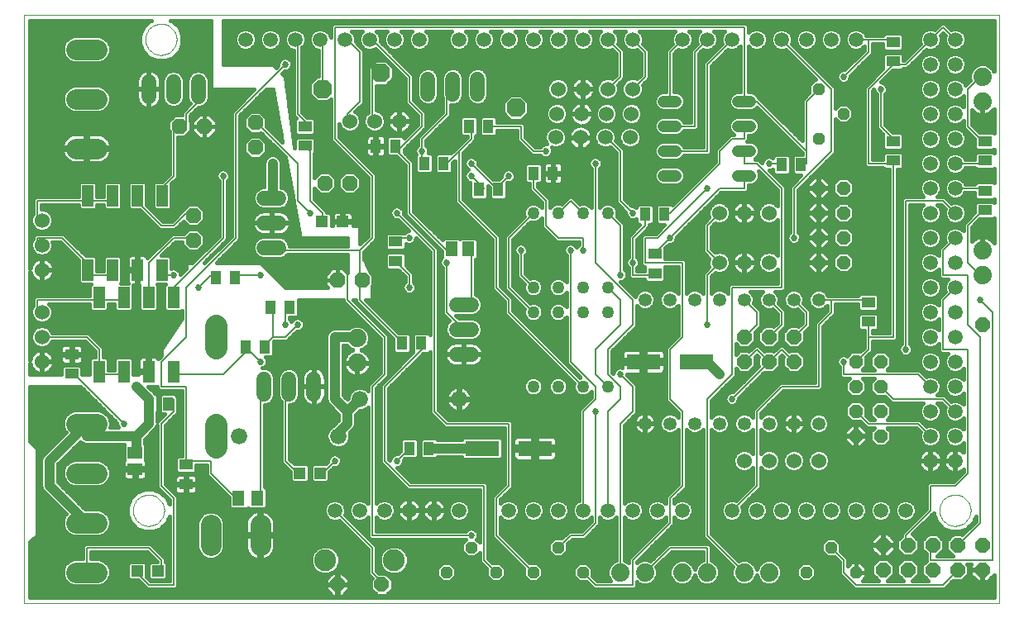
<source format=gtl>
G75*
G70*
%OFA0B0*%
%FSLAX24Y24*%
%IPPOS*%
%LPD*%
%AMOC8*
5,1,8,0,0,1.08239X$1,22.5*
%
%ADD10C,0.0000*%
%ADD11C,0.0600*%
%ADD12C,0.0600*%
%ADD13R,0.0551X0.0433*%
%ADD14R,0.0433X0.0551*%
%ADD15C,0.0660*%
%ADD16C,0.0591*%
%ADD17R,0.0472X0.0472*%
%ADD18R,0.1378X0.0630*%
%ADD19OC8,0.0760*%
%ADD20C,0.0906*%
%ADD21OC8,0.0600*%
%ADD22OC8,0.0560*%
%ADD23C,0.0531*%
%ADD24R,0.0512X0.0591*%
%ADD25R,0.0512X0.0630*%
%ADD26R,0.0591X0.0512*%
%ADD27C,0.0885*%
%ADD28C,0.0740*%
%ADD29C,0.0825*%
%ADD30C,0.0480*%
%ADD31OC8,0.0480*%
%ADD32C,0.0500*%
%ADD33R,0.0472X0.0866*%
%ADD34OC8,0.0630*%
%ADD35C,0.0160*%
%ADD36C,0.0060*%
%ADD37C,0.0270*%
%ADD38C,0.0400*%
D10*
X007428Y006900D02*
X007428Y030646D01*
X007433Y030650D02*
X046728Y030650D01*
X046728Y030646D02*
X046728Y006900D01*
X007428Y006900D01*
X011803Y010650D02*
X011805Y010700D01*
X011811Y010750D01*
X011821Y010799D01*
X011835Y010847D01*
X011852Y010894D01*
X011873Y010939D01*
X011898Y010983D01*
X011926Y011024D01*
X011958Y011063D01*
X011992Y011100D01*
X012029Y011134D01*
X012069Y011164D01*
X012111Y011191D01*
X012155Y011215D01*
X012201Y011236D01*
X012248Y011252D01*
X012296Y011265D01*
X012346Y011274D01*
X012395Y011279D01*
X012446Y011280D01*
X012496Y011277D01*
X012545Y011270D01*
X012594Y011259D01*
X012642Y011244D01*
X012688Y011226D01*
X012733Y011204D01*
X012776Y011178D01*
X012817Y011149D01*
X012856Y011117D01*
X012892Y011082D01*
X012924Y011044D01*
X012954Y011004D01*
X012981Y010961D01*
X013004Y010917D01*
X013023Y010871D01*
X013039Y010823D01*
X013051Y010774D01*
X013059Y010725D01*
X013063Y010675D01*
X013063Y010625D01*
X013059Y010575D01*
X013051Y010526D01*
X013039Y010477D01*
X013023Y010429D01*
X013004Y010383D01*
X012981Y010339D01*
X012954Y010296D01*
X012924Y010256D01*
X012892Y010218D01*
X012856Y010183D01*
X012817Y010151D01*
X012776Y010122D01*
X012733Y010096D01*
X012688Y010074D01*
X012642Y010056D01*
X012594Y010041D01*
X012545Y010030D01*
X012496Y010023D01*
X012446Y010020D01*
X012395Y010021D01*
X012346Y010026D01*
X012296Y010035D01*
X012248Y010048D01*
X012201Y010064D01*
X012155Y010085D01*
X012111Y010109D01*
X012069Y010136D01*
X012029Y010166D01*
X011992Y010200D01*
X011958Y010237D01*
X011926Y010276D01*
X011898Y010317D01*
X011873Y010361D01*
X011852Y010406D01*
X011835Y010453D01*
X011821Y010501D01*
X011811Y010550D01*
X011805Y010600D01*
X011803Y010650D01*
X012303Y029650D02*
X012305Y029700D01*
X012311Y029750D01*
X012321Y029799D01*
X012335Y029847D01*
X012352Y029894D01*
X012373Y029939D01*
X012398Y029983D01*
X012426Y030024D01*
X012458Y030063D01*
X012492Y030100D01*
X012529Y030134D01*
X012569Y030164D01*
X012611Y030191D01*
X012655Y030215D01*
X012701Y030236D01*
X012748Y030252D01*
X012796Y030265D01*
X012846Y030274D01*
X012895Y030279D01*
X012946Y030280D01*
X012996Y030277D01*
X013045Y030270D01*
X013094Y030259D01*
X013142Y030244D01*
X013188Y030226D01*
X013233Y030204D01*
X013276Y030178D01*
X013317Y030149D01*
X013356Y030117D01*
X013392Y030082D01*
X013424Y030044D01*
X013454Y030004D01*
X013481Y029961D01*
X013504Y029917D01*
X013523Y029871D01*
X013539Y029823D01*
X013551Y029774D01*
X013559Y029725D01*
X013563Y029675D01*
X013563Y029625D01*
X013559Y029575D01*
X013551Y029526D01*
X013539Y029477D01*
X013523Y029429D01*
X013504Y029383D01*
X013481Y029339D01*
X013454Y029296D01*
X013424Y029256D01*
X013392Y029218D01*
X013356Y029183D01*
X013317Y029151D01*
X013276Y029122D01*
X013233Y029096D01*
X013188Y029074D01*
X013142Y029056D01*
X013094Y029041D01*
X013045Y029030D01*
X012996Y029023D01*
X012946Y029020D01*
X012895Y029021D01*
X012846Y029026D01*
X012796Y029035D01*
X012748Y029048D01*
X012701Y029064D01*
X012655Y029085D01*
X012611Y029109D01*
X012569Y029136D01*
X012529Y029166D01*
X012492Y029200D01*
X012458Y029237D01*
X012426Y029276D01*
X012398Y029317D01*
X012373Y029361D01*
X012352Y029406D01*
X012335Y029453D01*
X012321Y029501D01*
X012311Y029550D01*
X012305Y029600D01*
X012303Y029650D01*
X044303Y010650D02*
X044305Y010700D01*
X044311Y010750D01*
X044321Y010799D01*
X044335Y010847D01*
X044352Y010894D01*
X044373Y010939D01*
X044398Y010983D01*
X044426Y011024D01*
X044458Y011063D01*
X044492Y011100D01*
X044529Y011134D01*
X044569Y011164D01*
X044611Y011191D01*
X044655Y011215D01*
X044701Y011236D01*
X044748Y011252D01*
X044796Y011265D01*
X044846Y011274D01*
X044895Y011279D01*
X044946Y011280D01*
X044996Y011277D01*
X045045Y011270D01*
X045094Y011259D01*
X045142Y011244D01*
X045188Y011226D01*
X045233Y011204D01*
X045276Y011178D01*
X045317Y011149D01*
X045356Y011117D01*
X045392Y011082D01*
X045424Y011044D01*
X045454Y011004D01*
X045481Y010961D01*
X045504Y010917D01*
X045523Y010871D01*
X045539Y010823D01*
X045551Y010774D01*
X045559Y010725D01*
X045563Y010675D01*
X045563Y010625D01*
X045559Y010575D01*
X045551Y010526D01*
X045539Y010477D01*
X045523Y010429D01*
X045504Y010383D01*
X045481Y010339D01*
X045454Y010296D01*
X045424Y010256D01*
X045392Y010218D01*
X045356Y010183D01*
X045317Y010151D01*
X045276Y010122D01*
X045233Y010096D01*
X045188Y010074D01*
X045142Y010056D01*
X045094Y010041D01*
X045045Y010030D01*
X044996Y010023D01*
X044946Y010020D01*
X044895Y010021D01*
X044846Y010026D01*
X044796Y010035D01*
X044748Y010048D01*
X044701Y010064D01*
X044655Y010085D01*
X044611Y010109D01*
X044569Y010136D01*
X044529Y010166D01*
X044492Y010200D01*
X044458Y010237D01*
X044426Y010276D01*
X044398Y010317D01*
X044373Y010361D01*
X044352Y010406D01*
X044335Y010453D01*
X044321Y010501D01*
X044311Y010550D01*
X044305Y010600D01*
X044303Y010650D01*
D11*
X039433Y012650D03*
X038433Y012650D03*
X037433Y012650D03*
X036433Y012650D03*
X036433Y020650D03*
X035433Y020650D03*
X037433Y020650D03*
X037433Y022650D03*
X036433Y022650D03*
X035433Y022650D03*
X031833Y025700D03*
X031883Y026650D03*
X030883Y026650D03*
X030833Y025700D03*
X029833Y025700D03*
X029883Y026650D03*
X028883Y026650D03*
X028833Y025700D03*
X028933Y027650D03*
X029933Y027650D03*
X030933Y027650D03*
X031933Y027650D03*
X022533Y026350D03*
X021533Y026350D03*
X020533Y026350D03*
X008133Y022350D03*
X008133Y021350D03*
X008133Y020350D03*
X008133Y018650D03*
X008133Y017650D03*
X008133Y016650D03*
D12*
X017083Y015950D02*
X017083Y015350D01*
X018083Y015350D02*
X018083Y015950D01*
X019083Y015950D02*
X019083Y015350D01*
X024833Y016950D02*
X025433Y016950D01*
X025433Y017950D02*
X024833Y017950D01*
X024833Y018950D02*
X025433Y018950D01*
X017683Y021250D02*
X017083Y021250D01*
X017083Y022250D02*
X017683Y022250D01*
X017683Y023250D02*
X017083Y023250D01*
X014433Y027350D02*
X014433Y027950D01*
X013433Y027950D02*
X013433Y027350D01*
X012433Y027350D02*
X012433Y027950D01*
X023683Y028050D02*
X023683Y027450D01*
X024683Y027450D02*
X024683Y028050D01*
X025683Y028050D02*
X025683Y027450D01*
D13*
X018733Y026144D03*
X018733Y025356D03*
X022383Y021494D03*
X022383Y020706D03*
X032833Y020994D03*
X032833Y020206D03*
X041433Y019044D03*
X041433Y018256D03*
X046133Y022756D03*
X046133Y023544D03*
X046133Y024756D03*
X046133Y025544D03*
X042433Y025544D03*
X042433Y024756D03*
X042433Y028756D03*
X042433Y029544D03*
X013933Y012494D03*
X013933Y011706D03*
X009333Y016156D03*
X009333Y016944D03*
D14*
X012440Y014950D03*
X013227Y014950D03*
X016340Y017250D03*
X017127Y017250D03*
X017340Y018850D03*
X018127Y018850D03*
X015927Y020050D03*
X015140Y020050D03*
X022640Y017400D03*
X023427Y017400D03*
X023727Y013150D03*
X022940Y013150D03*
X032440Y022600D03*
X033227Y022600D03*
X028727Y024250D03*
X027940Y024250D03*
X026527Y023600D03*
X025740Y023600D03*
X024327Y024650D03*
X023540Y024650D03*
X022377Y025350D03*
X021590Y025350D03*
X025340Y026150D03*
X026127Y026150D03*
X037940Y024600D03*
X038727Y024600D03*
D15*
X024933Y015150D03*
X020933Y015150D03*
X020083Y013650D03*
X016083Y013650D03*
D16*
X019933Y010650D03*
X020933Y010650D03*
X021933Y010650D03*
X022933Y010650D03*
X023933Y010650D03*
X024933Y010650D03*
X026933Y010650D03*
X027933Y010650D03*
X028933Y010650D03*
X029933Y010650D03*
X030933Y010650D03*
X031933Y010650D03*
X032933Y010650D03*
X033933Y010650D03*
X035933Y010650D03*
X036933Y010650D03*
X037933Y010650D03*
X038933Y010650D03*
X039933Y010650D03*
X040933Y010650D03*
X041933Y010650D03*
X042933Y010650D03*
X043933Y012650D03*
X043933Y013650D03*
X044933Y013650D03*
X044933Y012650D03*
X044933Y014650D03*
X043933Y014650D03*
X043933Y015650D03*
X043933Y016650D03*
X044933Y016650D03*
X044933Y015650D03*
X044933Y017650D03*
X043933Y017650D03*
X043933Y018650D03*
X043933Y019650D03*
X044933Y019650D03*
X044933Y018650D03*
X044933Y020650D03*
X043933Y020650D03*
X043933Y021650D03*
X044933Y021650D03*
X044933Y022650D03*
X043933Y022650D03*
X043933Y023650D03*
X044933Y023650D03*
X044933Y024650D03*
X043933Y024650D03*
X043933Y025650D03*
X043933Y026650D03*
X044933Y026650D03*
X044933Y025650D03*
X044933Y027650D03*
X043933Y027650D03*
X043933Y028650D03*
X043933Y029650D03*
X044933Y029650D03*
X044933Y028650D03*
X040933Y029650D03*
X039933Y029650D03*
X038933Y029650D03*
X037933Y029650D03*
X036933Y029650D03*
X035933Y029650D03*
X034933Y029650D03*
X033933Y029650D03*
X031933Y029650D03*
X030933Y029650D03*
X029933Y029650D03*
X028933Y029650D03*
X027933Y029650D03*
X026933Y029650D03*
X025933Y029650D03*
X024933Y029650D03*
X023333Y029650D03*
X022333Y029650D03*
X021333Y029650D03*
X020333Y029650D03*
X019333Y029650D03*
X018333Y029650D03*
X017333Y029650D03*
X016333Y029650D03*
D17*
X019420Y022300D03*
X020247Y022300D03*
X019347Y012150D03*
X018520Y012150D03*
X012797Y008200D03*
X011970Y008200D03*
D18*
X025870Y013150D03*
X027996Y013150D03*
X032370Y016650D03*
X034496Y016650D03*
D19*
X027233Y026900D03*
X021783Y028300D03*
X019433Y027650D03*
D20*
X015133Y018103D02*
X015133Y017197D01*
X015133Y014103D02*
X015133Y013197D01*
D21*
X020043Y007660D03*
X021823Y007660D03*
X036433Y016650D03*
X037433Y016650D03*
X038433Y016650D03*
X038433Y017650D03*
X037433Y017650D03*
X036433Y017650D03*
X046033Y018150D03*
X046033Y009250D03*
X045033Y009250D03*
X044033Y009250D03*
X043033Y009250D03*
X042033Y009250D03*
X042033Y008250D03*
X043033Y008250D03*
X044033Y008250D03*
X045033Y008250D03*
X046033Y008250D03*
D22*
X041933Y013650D03*
X040933Y013650D03*
X040933Y014650D03*
X041933Y014650D03*
X041933Y015650D03*
X040933Y015650D03*
X040933Y016650D03*
X041933Y016650D03*
X040433Y020650D03*
X039433Y020650D03*
X039433Y021650D03*
X040433Y021650D03*
X040433Y022650D03*
X039433Y022650D03*
X039433Y023650D03*
X040433Y023650D03*
D23*
X039433Y019150D03*
X038433Y019150D03*
X037433Y019150D03*
X036433Y019150D03*
X035433Y019150D03*
X034433Y019150D03*
X033433Y019150D03*
X032433Y019150D03*
X032433Y014150D03*
X033433Y014150D03*
X034433Y014150D03*
X035433Y014150D03*
X036433Y014150D03*
X037433Y014150D03*
X038433Y014150D03*
X039433Y014150D03*
D24*
X025318Y021200D03*
X024649Y021200D03*
D25*
X016807Y011150D03*
X016059Y011150D03*
D26*
X011883Y012315D03*
X011883Y012985D03*
D27*
X019553Y008640D03*
X022313Y008640D03*
D28*
X031433Y008150D03*
X032433Y008150D03*
X033933Y008150D03*
X034933Y008150D03*
X036433Y008150D03*
X037433Y008150D03*
X020833Y016600D03*
X020833Y017600D03*
X046033Y020150D03*
X046033Y021150D03*
X046033Y027150D03*
X046033Y028150D03*
D29*
X016933Y010063D02*
X016933Y009238D01*
X014933Y009238D02*
X014933Y010063D01*
X010346Y010150D02*
X009521Y010150D01*
X009521Y012150D02*
X010346Y012150D01*
X010346Y014150D02*
X009521Y014150D01*
X009521Y008150D02*
X010346Y008150D01*
X010346Y025250D02*
X009521Y025250D01*
X009521Y027250D02*
X010346Y027250D01*
X010346Y029250D02*
X009521Y029250D01*
D30*
X033193Y027150D02*
X033673Y027150D01*
X033673Y026150D02*
X033193Y026150D01*
X033193Y025150D02*
X033673Y025150D01*
X033673Y024150D02*
X033193Y024150D01*
X036193Y024150D02*
X036673Y024150D01*
X036673Y025150D02*
X036193Y025150D01*
X036193Y026150D02*
X036673Y026150D01*
X036673Y027150D02*
X036193Y027150D01*
D31*
X039433Y027650D03*
X040433Y026650D03*
X039433Y025650D03*
X039933Y009150D03*
X038933Y008150D03*
X040933Y008150D03*
X029933Y008150D03*
X028933Y009150D03*
X027933Y008150D03*
X026433Y008150D03*
X025433Y009150D03*
X024433Y008150D03*
D32*
X027933Y015650D03*
X028933Y015650D03*
X029933Y015650D03*
X030933Y015650D03*
X030933Y018650D03*
X029933Y018650D03*
X028933Y018650D03*
X027933Y018650D03*
X027933Y019650D03*
X028933Y019650D03*
X029933Y019650D03*
X030933Y019650D03*
X030933Y022650D03*
X029933Y022650D03*
X028933Y022650D03*
X027933Y022650D03*
D33*
X013433Y019246D03*
X012433Y019246D03*
X011433Y019246D03*
X010433Y019246D03*
X009983Y020354D03*
X010983Y020354D03*
X011983Y020354D03*
X012983Y020354D03*
X012983Y023346D03*
X011983Y023346D03*
X010983Y023346D03*
X009983Y023346D03*
X010433Y016254D03*
X011433Y016254D03*
X012433Y016254D03*
X013433Y016254D03*
D34*
X020033Y019950D03*
X021033Y019950D03*
X020533Y023850D03*
X019533Y023850D03*
X016733Y025300D03*
X016733Y026300D03*
X014683Y026150D03*
X013683Y026150D03*
X014233Y022550D03*
X014233Y021550D03*
D35*
X013917Y021878D02*
X007658Y021878D01*
X007658Y022036D02*
X007807Y022036D01*
X007763Y022080D02*
X007863Y021980D01*
X007881Y021980D01*
X007884Y021977D01*
X008046Y021910D01*
X008221Y021910D01*
X008383Y021977D01*
X008506Y022101D01*
X008573Y022262D01*
X008573Y022438D01*
X008506Y022599D01*
X008383Y022723D01*
X008221Y022790D01*
X008103Y022790D01*
X008103Y022980D01*
X009607Y022980D01*
X009607Y022855D01*
X009689Y022773D01*
X010278Y022773D01*
X010360Y022855D01*
X010360Y022980D01*
X010607Y022980D01*
X010607Y022855D01*
X010689Y022773D01*
X011278Y022773D01*
X011360Y022855D01*
X011360Y023837D01*
X011278Y023919D01*
X010689Y023919D01*
X010607Y023837D01*
X010607Y023320D01*
X010360Y023320D01*
X010360Y023837D01*
X010278Y023919D01*
X009689Y023919D01*
X009607Y023837D01*
X009607Y023320D01*
X007863Y023320D01*
X007763Y023220D01*
X007763Y022602D01*
X007760Y022599D01*
X007693Y022438D01*
X007693Y022262D01*
X007760Y022101D01*
X007763Y022098D01*
X007763Y022080D01*
X007721Y022195D02*
X007658Y022195D01*
X007658Y022353D02*
X007693Y022353D01*
X007724Y022512D02*
X007658Y022512D01*
X007658Y022670D02*
X007763Y022670D01*
X007763Y022829D02*
X007658Y022829D01*
X007658Y022987D02*
X007763Y022987D01*
X007763Y023146D02*
X007658Y023146D01*
X007658Y023304D02*
X007847Y023304D01*
X007658Y023463D02*
X009607Y023463D01*
X009607Y023621D02*
X007658Y023621D01*
X007658Y023780D02*
X009607Y023780D01*
X010360Y023780D02*
X010607Y023780D01*
X010607Y023621D02*
X010360Y023621D01*
X010360Y023463D02*
X010607Y023463D01*
X011360Y023463D02*
X011607Y023463D01*
X011607Y023621D02*
X011360Y023621D01*
X011360Y023780D02*
X011607Y023780D01*
X011607Y023837D02*
X011607Y022855D01*
X011689Y022773D01*
X012070Y022773D01*
X012763Y022080D01*
X012863Y021980D01*
X013504Y021980D01*
X013832Y022308D01*
X014045Y022095D01*
X014422Y022095D01*
X014688Y022362D01*
X014688Y022738D01*
X014422Y023005D01*
X014045Y023005D01*
X013827Y022787D01*
X013794Y022771D01*
X013786Y022746D01*
X013778Y022738D01*
X013778Y022735D01*
X013363Y022320D01*
X013004Y022320D01*
X012360Y022964D01*
X012360Y023837D01*
X012278Y023919D01*
X011689Y023919D01*
X011607Y023837D01*
X012360Y023780D02*
X012607Y023780D01*
X012607Y023837D02*
X012607Y022855D01*
X012689Y022773D01*
X013278Y022773D01*
X013360Y022855D01*
X013360Y023836D01*
X013504Y023980D01*
X013603Y024080D01*
X013603Y025695D01*
X013872Y025695D01*
X014138Y025962D01*
X014138Y026338D01*
X014103Y026373D01*
X014103Y026580D01*
X014434Y026910D01*
X014521Y026910D01*
X014683Y026977D01*
X014806Y027101D01*
X014873Y027262D01*
X014873Y028038D01*
X014806Y028199D01*
X014683Y028323D01*
X014521Y028390D01*
X014346Y028390D01*
X014184Y028323D01*
X014060Y028199D01*
X013993Y028038D01*
X013993Y027262D01*
X014060Y027101D01*
X014102Y027059D01*
X013763Y026720D01*
X013763Y026605D01*
X013495Y026605D01*
X013228Y026338D01*
X013228Y025962D01*
X013263Y025927D01*
X013263Y024220D01*
X012962Y023919D01*
X012689Y023919D01*
X012607Y023837D01*
X012607Y023621D02*
X012360Y023621D01*
X012360Y023463D02*
X012607Y023463D01*
X012607Y023304D02*
X012360Y023304D01*
X012360Y023146D02*
X012607Y023146D01*
X012607Y022987D02*
X012360Y022987D01*
X012495Y022829D02*
X012634Y022829D01*
X012654Y022670D02*
X013713Y022670D01*
X013868Y022829D02*
X013333Y022829D01*
X013360Y022987D02*
X014027Y022987D01*
X014440Y022987D02*
X015263Y022987D01*
X015263Y022829D02*
X014598Y022829D01*
X014688Y022670D02*
X015263Y022670D01*
X015263Y022512D02*
X014688Y022512D01*
X014680Y022353D02*
X015263Y022353D01*
X015263Y022195D02*
X014521Y022195D01*
X014422Y022005D02*
X014688Y021738D01*
X014688Y021362D01*
X014422Y021095D01*
X014045Y021095D01*
X013778Y021362D01*
X013778Y021480D01*
X013504Y021480D01*
X012951Y020927D01*
X013278Y020927D01*
X013360Y020845D01*
X013360Y020417D01*
X013379Y020425D01*
X013488Y020425D01*
X013589Y020383D01*
X013666Y020306D01*
X013708Y020205D01*
X013708Y020165D01*
X013933Y020390D01*
X013933Y020650D01*
X014193Y020650D01*
X015263Y021720D01*
X015263Y023931D01*
X015200Y023994D01*
X015158Y024095D01*
X015158Y024205D01*
X015200Y024306D01*
X015278Y024383D01*
X015379Y024425D01*
X015488Y024425D01*
X015589Y024383D01*
X015666Y024306D01*
X015708Y024205D01*
X015708Y024095D01*
X015666Y023994D01*
X015603Y023931D01*
X015603Y021580D01*
X015504Y021480D01*
X014674Y020650D01*
X014693Y020650D01*
X015763Y021720D01*
X015763Y026720D01*
X015863Y026820D01*
X016693Y027650D01*
X014933Y027650D01*
X014933Y030420D01*
X013321Y030420D01*
X013420Y030379D01*
X013662Y030137D01*
X013793Y029821D01*
X013793Y029479D01*
X013662Y029163D01*
X013420Y028921D01*
X013104Y028790D01*
X012762Y028790D01*
X012446Y028921D01*
X012204Y029163D01*
X012073Y029479D01*
X012073Y029821D01*
X012204Y030137D01*
X012446Y030379D01*
X012545Y030420D01*
X007658Y030420D01*
X007658Y020420D01*
X007665Y020462D01*
X007688Y020534D01*
X007723Y020602D01*
X007767Y020663D01*
X007821Y020716D01*
X007882Y020761D01*
X007949Y020795D01*
X008021Y020818D01*
X008096Y020830D01*
X008113Y020830D01*
X008113Y020370D01*
X008153Y020370D01*
X008153Y020830D01*
X008171Y020830D01*
X008246Y020818D01*
X008318Y020795D01*
X008385Y020761D01*
X008446Y020716D01*
X008499Y020663D01*
X008544Y020602D01*
X008578Y020534D01*
X008602Y020462D01*
X008613Y020388D01*
X008613Y020370D01*
X008153Y020370D01*
X008153Y020330D01*
X008153Y019870D01*
X008171Y019870D01*
X008246Y019882D01*
X008318Y019905D01*
X008385Y019939D01*
X008446Y019984D01*
X008499Y020037D01*
X008544Y020098D01*
X008578Y020166D01*
X008602Y020238D01*
X008613Y020312D01*
X008613Y020330D01*
X008153Y020330D01*
X008113Y020330D01*
X008113Y019870D01*
X008096Y019870D01*
X008021Y019882D01*
X007949Y019905D01*
X007882Y019939D01*
X007821Y019984D01*
X007767Y020037D01*
X007723Y020098D01*
X007688Y020166D01*
X007665Y020238D01*
X007658Y020280D01*
X007658Y016720D01*
X007665Y016762D01*
X007688Y016834D01*
X007723Y016902D01*
X007767Y016963D01*
X007821Y017016D01*
X007882Y017061D01*
X007949Y017095D01*
X008021Y017118D01*
X008096Y017130D01*
X008113Y017130D01*
X008113Y016670D01*
X008153Y016670D01*
X008153Y017130D01*
X008171Y017130D01*
X008246Y017118D01*
X008318Y017095D01*
X008385Y017061D01*
X008446Y017016D01*
X008499Y016963D01*
X008544Y016902D01*
X008578Y016834D01*
X008602Y016762D01*
X008613Y016688D01*
X008613Y016670D01*
X008153Y016670D01*
X008153Y016630D01*
X008153Y016170D01*
X008171Y016170D01*
X008246Y016182D01*
X008318Y016205D01*
X008385Y016239D01*
X008446Y016284D01*
X008499Y016337D01*
X008544Y016398D01*
X008578Y016466D01*
X008602Y016538D01*
X008613Y016612D01*
X008613Y016630D01*
X008153Y016630D01*
X008113Y016630D01*
X008113Y016170D01*
X008096Y016170D01*
X008021Y016182D01*
X007949Y016205D01*
X007882Y016239D01*
X007821Y016284D01*
X007767Y016337D01*
X007723Y016398D01*
X007688Y016466D01*
X007665Y016538D01*
X007658Y016580D01*
X007658Y016150D01*
X008918Y016150D01*
X008918Y016431D01*
X009000Y016513D01*
X009667Y016513D01*
X009749Y016431D01*
X009749Y016150D01*
X010057Y016150D01*
X010057Y016745D01*
X010139Y016827D01*
X010263Y016827D01*
X010263Y017080D01*
X009863Y017480D01*
X008539Y017480D01*
X008506Y017401D01*
X008383Y017277D01*
X008221Y017210D01*
X008046Y017210D01*
X007884Y017277D01*
X007760Y017401D01*
X007693Y017562D01*
X007693Y017738D01*
X007760Y017899D01*
X007884Y018023D01*
X008046Y018090D01*
X008221Y018090D01*
X008383Y018023D01*
X008506Y017899D01*
X008539Y017820D01*
X010004Y017820D01*
X010103Y017720D01*
X010603Y017220D01*
X010603Y016827D01*
X010728Y016827D01*
X010810Y016745D01*
X010810Y016320D01*
X011057Y016320D01*
X011057Y016745D01*
X011139Y016827D01*
X011728Y016827D01*
X011810Y016745D01*
X011810Y016150D01*
X012017Y016150D01*
X012017Y016216D01*
X012395Y016216D01*
X012395Y016292D01*
X012017Y016292D01*
X012017Y016711D01*
X012029Y016756D01*
X012053Y016798D01*
X012087Y016831D01*
X012128Y016855D01*
X012173Y016867D01*
X012395Y016867D01*
X012395Y016292D01*
X012471Y016292D01*
X012471Y016867D01*
X012693Y016867D01*
X012739Y016855D01*
X012780Y016831D01*
X012814Y016798D01*
X012823Y016781D01*
X012863Y016820D01*
X012933Y016890D01*
X012933Y017150D01*
X013763Y018395D01*
X013763Y018709D01*
X013728Y018673D01*
X013139Y018673D01*
X013057Y018755D01*
X013057Y019737D01*
X013101Y019781D01*
X012766Y019781D01*
X012810Y019737D01*
X012810Y018755D01*
X012728Y018673D01*
X012139Y018673D01*
X012057Y018755D01*
X012057Y019737D01*
X012061Y019741D01*
X012021Y019741D01*
X012021Y020316D01*
X011945Y020316D01*
X011567Y020316D01*
X011567Y019897D01*
X011579Y019851D01*
X011598Y019819D01*
X011316Y019819D01*
X011360Y019863D01*
X011360Y020845D01*
X011278Y020927D01*
X010689Y020927D01*
X010607Y020845D01*
X010607Y020320D01*
X010360Y020320D01*
X010360Y020845D01*
X010278Y020927D01*
X009897Y020927D01*
X009103Y021720D01*
X009004Y021820D01*
X007863Y021820D01*
X007763Y021720D01*
X007763Y021602D01*
X007760Y021599D01*
X007693Y021438D01*
X007693Y021262D01*
X007760Y021101D01*
X007763Y021098D01*
X007763Y021080D01*
X007863Y020980D01*
X007881Y020980D01*
X007884Y020977D01*
X008046Y020910D01*
X008221Y020910D01*
X008383Y020977D01*
X008506Y021101D01*
X008573Y021262D01*
X008573Y021438D01*
X008556Y021480D01*
X008863Y021480D01*
X009607Y020736D01*
X009607Y019863D01*
X009689Y019781D01*
X010101Y019781D01*
X010057Y019737D01*
X010057Y019320D01*
X007863Y019320D01*
X007763Y019220D01*
X007763Y018902D01*
X007760Y018899D01*
X007693Y018738D01*
X007693Y018562D01*
X007760Y018401D01*
X007884Y018277D01*
X008046Y018210D01*
X008221Y018210D01*
X008383Y018277D01*
X008506Y018401D01*
X008573Y018562D01*
X008573Y018738D01*
X008506Y018899D01*
X008426Y018980D01*
X010057Y018980D01*
X010057Y018755D01*
X010139Y018673D01*
X010728Y018673D01*
X010810Y018755D01*
X010810Y018980D01*
X011057Y018980D01*
X011057Y018755D01*
X011139Y018673D01*
X011728Y018673D01*
X011810Y018755D01*
X011810Y019737D01*
X011806Y019741D01*
X011945Y019741D01*
X011945Y020316D01*
X011945Y020392D01*
X011567Y020392D01*
X011567Y020811D01*
X011579Y020856D01*
X011603Y020898D01*
X011637Y020931D01*
X011678Y020955D01*
X011723Y020967D01*
X011945Y020967D01*
X011945Y020392D01*
X012021Y020392D01*
X012021Y020967D01*
X012243Y020967D01*
X012289Y020955D01*
X012330Y020931D01*
X012364Y020898D01*
X012387Y020856D01*
X012390Y020847D01*
X013263Y021720D01*
X013363Y021820D01*
X013860Y021820D01*
X014045Y022005D01*
X014422Y022005D01*
X014549Y021878D02*
X015263Y021878D01*
X015263Y022036D02*
X013560Y022036D01*
X013718Y022195D02*
X013945Y022195D01*
X013554Y022512D02*
X012812Y022512D01*
X012971Y022353D02*
X013396Y022353D01*
X012807Y022036D02*
X008442Y022036D01*
X008545Y022195D02*
X012648Y022195D01*
X012490Y022353D02*
X008573Y022353D01*
X008543Y022512D02*
X012331Y022512D01*
X012173Y022670D02*
X008436Y022670D01*
X008103Y022829D02*
X009634Y022829D01*
X010333Y022829D02*
X010634Y022829D01*
X011333Y022829D02*
X011634Y022829D01*
X011607Y022987D02*
X011360Y022987D01*
X011360Y023146D02*
X011607Y023146D01*
X011607Y023304D02*
X011360Y023304D01*
X010631Y024731D02*
X013263Y024731D01*
X013263Y024889D02*
X010816Y024889D01*
X010798Y024864D02*
X010853Y024939D01*
X010895Y025023D01*
X010924Y025111D01*
X010937Y025192D01*
X009991Y025192D01*
X009991Y024658D01*
X010392Y024658D01*
X010485Y024672D01*
X010573Y024701D01*
X010656Y024743D01*
X010732Y024798D01*
X010798Y024864D01*
X010903Y025048D02*
X013263Y025048D01*
X013263Y025206D02*
X009991Y025206D01*
X009991Y025192D02*
X009991Y025308D01*
X009876Y025308D01*
X009876Y025842D01*
X009474Y025842D01*
X009382Y025828D01*
X009293Y025799D01*
X009210Y025757D01*
X009135Y025702D01*
X009069Y025636D01*
X009014Y025561D01*
X008972Y025477D01*
X008943Y025389D01*
X008930Y025308D01*
X009876Y025308D01*
X009876Y025192D01*
X009991Y025192D01*
X009876Y025192D02*
X009876Y024658D01*
X009474Y024658D01*
X009382Y024672D01*
X009293Y024701D01*
X009210Y024743D01*
X009135Y024798D01*
X009069Y024864D01*
X009014Y024939D01*
X008972Y025023D01*
X008943Y025111D01*
X008930Y025192D01*
X009876Y025192D01*
X009876Y025206D02*
X007658Y025206D01*
X007658Y025048D02*
X008964Y025048D01*
X009051Y024889D02*
X007658Y024889D01*
X007658Y024731D02*
X009235Y024731D01*
X009876Y024731D02*
X009991Y024731D01*
X009991Y024889D02*
X009876Y024889D01*
X009876Y025048D02*
X009991Y025048D01*
X009991Y025308D02*
X010937Y025308D01*
X010924Y025389D01*
X010895Y025477D01*
X010853Y025561D01*
X010798Y025636D01*
X010732Y025702D01*
X010656Y025757D01*
X010573Y025799D01*
X010485Y025828D01*
X010392Y025842D01*
X009991Y025842D01*
X009991Y025308D01*
X009991Y025365D02*
X009876Y025365D01*
X009876Y025523D02*
X009991Y025523D01*
X009991Y025682D02*
X009876Y025682D01*
X009876Y025840D02*
X009991Y025840D01*
X010408Y025840D02*
X013263Y025840D01*
X013263Y025682D02*
X010752Y025682D01*
X010872Y025523D02*
X013263Y025523D01*
X013263Y025365D02*
X010928Y025365D01*
X010456Y026698D02*
X009411Y026698D01*
X009208Y026782D01*
X009052Y026937D01*
X008968Y027140D01*
X008968Y027360D01*
X009052Y027563D01*
X009208Y027718D01*
X009411Y027802D01*
X010456Y027802D01*
X010659Y027718D01*
X010814Y027563D01*
X010898Y027360D01*
X010898Y027140D01*
X010814Y026937D01*
X010659Y026782D01*
X010456Y026698D01*
X010668Y026791D02*
X013834Y026791D01*
X013763Y026633D02*
X007658Y026633D01*
X007658Y026791D02*
X009198Y026791D01*
X009047Y026950D02*
X007658Y026950D01*
X007658Y027108D02*
X008982Y027108D01*
X008968Y027267D02*
X007658Y027267D01*
X007658Y027425D02*
X008995Y027425D01*
X009073Y027584D02*
X007658Y027584D01*
X007658Y027742D02*
X009265Y027742D01*
X009411Y028698D02*
X009208Y028782D01*
X009052Y028937D01*
X008968Y029140D01*
X008968Y029360D01*
X009052Y029563D01*
X009208Y029718D01*
X009411Y029802D01*
X010456Y029802D01*
X010659Y029718D01*
X010814Y029563D01*
X010898Y029360D01*
X010898Y029140D01*
X010814Y028937D01*
X010659Y028782D01*
X010456Y028698D01*
X009411Y028698D01*
X009138Y028852D02*
X007658Y028852D01*
X007658Y029010D02*
X009022Y029010D01*
X008968Y029169D02*
X007658Y029169D01*
X007658Y029327D02*
X008968Y029327D01*
X009020Y029486D02*
X007658Y029486D01*
X007658Y029644D02*
X009134Y029644D01*
X007658Y029803D02*
X012073Y029803D01*
X012073Y029644D02*
X010733Y029644D01*
X010846Y029486D02*
X012073Y029486D01*
X012136Y029327D02*
X010898Y029327D01*
X010898Y029169D02*
X012202Y029169D01*
X012357Y029010D02*
X010844Y029010D01*
X010729Y028852D02*
X012614Y028852D01*
X012546Y028418D02*
X012471Y028430D01*
X012453Y028430D01*
X012453Y027670D01*
X012413Y027670D01*
X012413Y027630D01*
X011953Y027630D01*
X011953Y027312D01*
X011965Y027238D01*
X011988Y027166D01*
X012023Y027098D01*
X012067Y027037D01*
X012121Y026984D01*
X012182Y026939D01*
X012249Y026905D01*
X012321Y026882D01*
X012396Y026870D01*
X012413Y026870D01*
X012413Y027630D01*
X012453Y027630D01*
X012453Y026870D01*
X012471Y026870D01*
X012546Y026882D01*
X012618Y026905D01*
X012685Y026939D01*
X012746Y026984D01*
X012799Y027037D01*
X012844Y027098D01*
X012878Y027166D01*
X012902Y027238D01*
X012913Y027312D01*
X012913Y027630D01*
X012453Y027630D01*
X012453Y027670D01*
X012913Y027670D01*
X012913Y027988D01*
X012902Y028062D01*
X012878Y028134D01*
X012844Y028202D01*
X012799Y028263D01*
X012746Y028316D01*
X012685Y028361D01*
X012618Y028395D01*
X012546Y028418D01*
X012453Y028376D02*
X012413Y028376D01*
X012413Y028430D02*
X012396Y028430D01*
X012321Y028418D01*
X012249Y028395D01*
X012182Y028361D01*
X012121Y028316D01*
X012067Y028263D01*
X012023Y028202D01*
X011988Y028134D01*
X011965Y028062D01*
X011953Y027988D01*
X011953Y027670D01*
X012413Y027670D01*
X012413Y028430D01*
X012212Y028376D02*
X007658Y028376D01*
X007658Y028218D02*
X012034Y028218D01*
X011965Y028059D02*
X007658Y028059D01*
X007658Y027901D02*
X011953Y027901D01*
X011953Y027742D02*
X010602Y027742D01*
X010794Y027584D02*
X011953Y027584D01*
X011953Y027425D02*
X010871Y027425D01*
X010898Y027267D02*
X011961Y027267D01*
X012018Y027108D02*
X010885Y027108D01*
X010819Y026950D02*
X012168Y026950D01*
X012413Y026950D02*
X012453Y026950D01*
X012453Y027108D02*
X012413Y027108D01*
X012413Y027267D02*
X012453Y027267D01*
X012453Y027425D02*
X012413Y027425D01*
X012413Y027584D02*
X012453Y027584D01*
X012453Y027742D02*
X012413Y027742D01*
X012413Y027901D02*
X012453Y027901D01*
X012453Y028059D02*
X012413Y028059D01*
X012413Y028218D02*
X012453Y028218D01*
X012654Y028376D02*
X013312Y028376D01*
X013346Y028390D02*
X013184Y028323D01*
X013060Y028199D01*
X012993Y028038D01*
X012993Y027262D01*
X013060Y027101D01*
X013184Y026977D01*
X013346Y026910D01*
X013521Y026910D01*
X013683Y026977D01*
X013806Y027101D01*
X013873Y027262D01*
X013873Y028038D01*
X013806Y028199D01*
X013683Y028323D01*
X013521Y028390D01*
X013346Y028390D01*
X013555Y028376D02*
X014312Y028376D01*
X014555Y028376D02*
X014933Y028376D01*
X014933Y028218D02*
X014788Y028218D01*
X014864Y028059D02*
X014933Y028059D01*
X014933Y027901D02*
X014873Y027901D01*
X014873Y027742D02*
X014933Y027742D01*
X014873Y027584D02*
X016626Y027584D01*
X016468Y027425D02*
X014873Y027425D01*
X014873Y027267D02*
X016309Y027267D01*
X016151Y027108D02*
X014809Y027108D01*
X014616Y026950D02*
X015992Y026950D01*
X015834Y026791D02*
X014315Y026791D01*
X014466Y026633D02*
X014156Y026633D01*
X014103Y026474D02*
X014307Y026474D01*
X014188Y026355D02*
X014188Y026150D01*
X014188Y025945D01*
X014478Y025655D01*
X014683Y025655D01*
X014683Y026150D01*
X014188Y026150D01*
X014683Y026150D01*
X014683Y026150D01*
X014683Y026150D01*
X014683Y026645D01*
X014478Y026645D01*
X014188Y026355D01*
X014188Y026316D02*
X014138Y026316D01*
X014138Y026157D02*
X014188Y026157D01*
X014188Y025999D02*
X014138Y025999D01*
X014017Y025840D02*
X014293Y025840D01*
X014452Y025682D02*
X013603Y025682D01*
X013603Y025523D02*
X015763Y025523D01*
X015763Y025365D02*
X013603Y025365D01*
X013603Y025206D02*
X015763Y025206D01*
X015763Y025048D02*
X013603Y025048D01*
X013603Y024889D02*
X015763Y024889D01*
X015763Y024731D02*
X013603Y024731D01*
X013603Y024572D02*
X015763Y024572D01*
X015763Y024414D02*
X015516Y024414D01*
X015351Y024414D02*
X013603Y024414D01*
X013603Y024255D02*
X015179Y024255D01*
X015158Y024097D02*
X013603Y024097D01*
X013462Y023938D02*
X015256Y023938D01*
X015263Y023780D02*
X013360Y023780D01*
X013360Y023621D02*
X015263Y023621D01*
X015263Y023463D02*
X013360Y023463D01*
X013360Y023304D02*
X015263Y023304D01*
X015263Y023146D02*
X013360Y023146D01*
X012981Y023938D02*
X007658Y023938D01*
X007658Y024097D02*
X013139Y024097D01*
X013263Y024255D02*
X007658Y024255D01*
X007658Y024414D02*
X013263Y024414D01*
X013263Y024572D02*
X007658Y024572D01*
X007658Y025365D02*
X008939Y025365D01*
X008995Y025523D02*
X007658Y025523D01*
X007658Y025682D02*
X009114Y025682D01*
X009459Y025840D02*
X007658Y025840D01*
X007658Y025999D02*
X013228Y025999D01*
X013228Y026157D02*
X007658Y026157D01*
X007658Y026316D02*
X013228Y026316D01*
X013364Y026474D02*
X007658Y026474D01*
X007658Y028535D02*
X014933Y028535D01*
X014933Y028693D02*
X007658Y028693D01*
X007658Y029961D02*
X012131Y029961D01*
X012197Y030120D02*
X007658Y030120D01*
X007658Y030278D02*
X012345Y030278D01*
X013521Y030278D02*
X014933Y030278D01*
X014933Y030120D02*
X013670Y030120D01*
X013735Y029961D02*
X014933Y029961D01*
X014933Y029803D02*
X013793Y029803D01*
X013793Y029644D02*
X014933Y029644D01*
X014933Y029486D02*
X013793Y029486D01*
X013730Y029327D02*
X014933Y029327D01*
X014933Y029169D02*
X013665Y029169D01*
X013509Y029010D02*
X014933Y029010D01*
X014933Y028852D02*
X013253Y028852D01*
X013079Y028218D02*
X012832Y028218D01*
X012902Y028059D02*
X013002Y028059D01*
X012993Y027901D02*
X012913Y027901D01*
X012913Y027742D02*
X012993Y027742D01*
X012993Y027584D02*
X012913Y027584D01*
X012913Y027425D02*
X012993Y027425D01*
X012993Y027267D02*
X012906Y027267D01*
X012849Y027108D02*
X013057Y027108D01*
X013250Y026950D02*
X012699Y026950D01*
X013616Y026950D02*
X013992Y026950D01*
X014057Y027108D02*
X013809Y027108D01*
X013873Y027267D02*
X013993Y027267D01*
X013993Y027425D02*
X013873Y027425D01*
X013873Y027584D02*
X013993Y027584D01*
X013993Y027742D02*
X013873Y027742D01*
X013873Y027901D02*
X013993Y027901D01*
X014002Y028059D02*
X013864Y028059D01*
X013788Y028218D02*
X014079Y028218D01*
X015433Y028650D02*
X015433Y030420D01*
X046498Y030420D01*
X046498Y028360D01*
X046466Y028439D01*
X046322Y028582D01*
X046135Y028660D01*
X045932Y028660D01*
X045744Y028582D01*
X045601Y028439D01*
X045523Y028251D01*
X045523Y028049D01*
X045543Y028000D01*
X045343Y027800D01*
X045302Y027897D01*
X045180Y028019D01*
X045020Y028085D01*
X044847Y028085D01*
X044687Y028019D01*
X044564Y027897D01*
X044498Y027737D01*
X044498Y027563D01*
X044564Y027403D01*
X044687Y027281D01*
X044847Y027215D01*
X045020Y027215D01*
X045180Y027281D01*
X045263Y027364D01*
X045263Y026936D01*
X045180Y027019D01*
X045020Y027085D01*
X044847Y027085D01*
X044687Y027019D01*
X044564Y026897D01*
X044498Y026737D01*
X044498Y026563D01*
X044564Y026403D01*
X044687Y026281D01*
X044847Y026215D01*
X045020Y026215D01*
X045180Y026281D01*
X045263Y026364D01*
X045263Y026080D01*
X045363Y025980D01*
X045718Y025625D01*
X045718Y025269D01*
X045800Y025187D01*
X046467Y025187D01*
X046498Y025219D01*
X046498Y025081D01*
X046467Y025113D01*
X045800Y025113D01*
X045718Y025031D01*
X045718Y024820D01*
X045334Y024820D01*
X045302Y024897D01*
X045180Y025019D01*
X045020Y025085D01*
X044847Y025085D01*
X044687Y025019D01*
X044564Y024897D01*
X044498Y024737D01*
X044498Y024563D01*
X044564Y024403D01*
X044687Y024281D01*
X044847Y024215D01*
X045020Y024215D01*
X045180Y024281D01*
X045302Y024403D01*
X045334Y024480D01*
X045720Y024480D01*
X045800Y024400D01*
X046467Y024400D01*
X046498Y024431D01*
X046498Y023869D01*
X046467Y023900D01*
X045800Y023900D01*
X045720Y023820D01*
X045334Y023820D01*
X045302Y023897D01*
X045180Y024019D01*
X045020Y024085D01*
X044847Y024085D01*
X044687Y024019D01*
X044564Y023897D01*
X044498Y023737D01*
X044498Y023563D01*
X044564Y023403D01*
X044687Y023281D01*
X044847Y023215D01*
X045020Y023215D01*
X045180Y023281D01*
X045302Y023403D01*
X045334Y023480D01*
X045718Y023480D01*
X045718Y023269D01*
X045800Y023187D01*
X046467Y023187D01*
X046498Y023219D01*
X046498Y023081D01*
X046467Y023113D01*
X045800Y023113D01*
X045718Y023031D01*
X045718Y022675D01*
X045363Y022320D01*
X045263Y022220D01*
X045263Y021936D01*
X045180Y022019D01*
X045020Y022085D01*
X044847Y022085D01*
X044687Y022019D01*
X044564Y021897D01*
X044498Y021737D01*
X044498Y021563D01*
X044530Y021487D01*
X044363Y021320D01*
X044263Y021220D01*
X044263Y020936D01*
X044180Y021019D01*
X044020Y021085D01*
X043847Y021085D01*
X043687Y021019D01*
X043564Y020897D01*
X043498Y020737D01*
X043498Y020563D01*
X043564Y020403D01*
X043687Y020281D01*
X043847Y020215D01*
X044020Y020215D01*
X044180Y020281D01*
X044263Y020364D01*
X044263Y020080D01*
X044363Y019980D01*
X044648Y019980D01*
X044564Y019897D01*
X044498Y019737D01*
X044498Y019563D01*
X044530Y019487D01*
X044363Y019320D01*
X044263Y019220D01*
X044263Y018936D01*
X044180Y019019D01*
X044020Y019085D01*
X043847Y019085D01*
X043687Y019019D01*
X043564Y018897D01*
X043498Y018737D01*
X043498Y018563D01*
X043564Y018403D01*
X043687Y018281D01*
X043847Y018215D01*
X044020Y018215D01*
X044180Y018281D01*
X044263Y018364D01*
X044263Y017936D01*
X044180Y018019D01*
X044020Y018085D01*
X043847Y018085D01*
X043687Y018019D01*
X043564Y017897D01*
X043498Y017737D01*
X043498Y017563D01*
X043564Y017403D01*
X043687Y017281D01*
X043847Y017215D01*
X044020Y017215D01*
X044180Y017281D01*
X044263Y017281D01*
X044180Y017281D02*
X044263Y017364D01*
X044263Y017080D01*
X044363Y016980D01*
X044648Y016980D01*
X044564Y016897D01*
X044498Y016737D01*
X044498Y016563D01*
X044564Y016403D01*
X044687Y016281D01*
X044847Y016215D01*
X045020Y016215D01*
X045180Y016281D01*
X045263Y016364D01*
X045263Y015936D01*
X045180Y016019D01*
X045020Y016085D01*
X044847Y016085D01*
X044687Y016019D01*
X044564Y015897D01*
X044498Y015737D01*
X044498Y015563D01*
X044564Y015403D01*
X044687Y015281D01*
X044847Y015215D01*
X045020Y015215D01*
X045180Y015281D01*
X045263Y015364D01*
X045263Y014936D01*
X045180Y015019D01*
X045020Y015085D01*
X044847Y015085D01*
X044770Y015054D01*
X044504Y015320D01*
X044219Y015320D01*
X044302Y015403D01*
X044369Y015563D01*
X044369Y015737D01*
X044302Y015897D01*
X044180Y016019D01*
X044020Y016085D01*
X043847Y016085D01*
X043770Y016054D01*
X043504Y016320D01*
X042197Y016320D01*
X042353Y016476D01*
X042353Y016824D01*
X042107Y017070D01*
X041759Y017070D01*
X041513Y016824D01*
X041513Y016476D01*
X041669Y016320D01*
X041197Y016320D01*
X041353Y016476D01*
X041353Y016824D01*
X041351Y016827D01*
X041603Y017080D01*
X041603Y017480D01*
X042504Y017480D01*
X042603Y017580D01*
X042603Y024400D01*
X042767Y024400D01*
X042849Y024482D01*
X042849Y025031D01*
X042767Y025113D01*
X042100Y025113D01*
X042018Y025031D01*
X042018Y024820D01*
X041603Y024820D01*
X041603Y027580D01*
X041658Y027635D01*
X041658Y027595D01*
X041700Y027494D01*
X041763Y027431D01*
X041763Y026080D01*
X041863Y025980D01*
X042021Y025822D01*
X042018Y025818D01*
X042018Y025269D01*
X042100Y025187D01*
X042767Y025187D01*
X042849Y025269D01*
X042849Y025818D01*
X042767Y025900D01*
X042424Y025900D01*
X042103Y026220D01*
X042103Y027431D01*
X042166Y027494D01*
X042208Y027595D01*
X042208Y027705D01*
X042166Y027806D01*
X042089Y027883D01*
X041988Y027925D01*
X041949Y027925D01*
X042424Y028400D01*
X042767Y028400D01*
X042847Y028480D01*
X043004Y028480D01*
X043103Y028580D01*
X043770Y029246D01*
X043847Y029215D01*
X044020Y029215D01*
X044180Y029281D01*
X044302Y029403D01*
X044369Y029563D01*
X044369Y029737D01*
X044337Y029813D01*
X044433Y029910D01*
X044530Y029813D01*
X044498Y029737D01*
X044498Y029563D01*
X044564Y029403D01*
X044687Y029281D01*
X044847Y029215D01*
X045020Y029215D01*
X045180Y029281D01*
X045302Y029403D01*
X045369Y029563D01*
X045369Y029737D01*
X045302Y029897D01*
X045180Y030019D01*
X045020Y030085D01*
X044847Y030085D01*
X044770Y030054D01*
X044504Y030320D01*
X044363Y030320D01*
X044263Y030220D01*
X044096Y030054D01*
X044020Y030085D01*
X043847Y030085D01*
X043687Y030019D01*
X043564Y029897D01*
X043498Y029737D01*
X043498Y029563D01*
X043530Y029487D01*
X042863Y028820D01*
X042849Y028820D01*
X042849Y029031D01*
X042767Y029113D01*
X042100Y029113D01*
X042018Y029031D01*
X042018Y028482D01*
X042021Y028478D01*
X041263Y027720D01*
X041263Y024580D01*
X041363Y024480D01*
X042020Y024480D01*
X042100Y024400D01*
X042263Y024400D01*
X042263Y017820D01*
X041603Y017820D01*
X041603Y017900D01*
X041767Y017900D01*
X041849Y017982D01*
X041849Y018531D01*
X041767Y018613D01*
X041100Y018613D01*
X041018Y018531D01*
X041018Y017982D01*
X041100Y017900D01*
X041263Y017900D01*
X041263Y017220D01*
X041110Y017067D01*
X041107Y017070D01*
X040759Y017070D01*
X040577Y016888D01*
X040488Y016925D01*
X040379Y016925D01*
X040278Y016883D01*
X040200Y016806D01*
X040158Y016705D01*
X040158Y016595D01*
X040200Y016494D01*
X040263Y016431D01*
X040263Y016080D01*
X040363Y015980D01*
X040669Y015980D01*
X040513Y015824D01*
X040513Y015476D01*
X040759Y015230D01*
X041107Y015230D01*
X041353Y015476D01*
X041353Y015824D01*
X041197Y015980D01*
X041669Y015980D01*
X041513Y015824D01*
X041513Y015476D01*
X041759Y015230D01*
X042107Y015230D01*
X042110Y015233D01*
X042263Y015080D01*
X042363Y014980D01*
X043648Y014980D01*
X043564Y014897D01*
X043498Y014737D01*
X043498Y014563D01*
X043564Y014403D01*
X043687Y014281D01*
X043847Y014215D01*
X044020Y014215D01*
X044180Y014281D01*
X044302Y014403D01*
X044369Y014563D01*
X044369Y014737D01*
X044302Y014897D01*
X044219Y014980D01*
X044363Y014980D01*
X044530Y014813D01*
X044498Y014737D01*
X044498Y014563D01*
X044564Y014403D01*
X044687Y014281D01*
X044847Y014215D01*
X045020Y014215D01*
X045180Y014281D01*
X045263Y014364D01*
X045263Y013936D01*
X045180Y014019D01*
X045020Y014085D01*
X044847Y014085D01*
X044687Y014019D01*
X044564Y013897D01*
X044498Y013737D01*
X044498Y013563D01*
X044564Y013403D01*
X044687Y013281D01*
X044847Y013215D01*
X045020Y013215D01*
X045180Y013281D01*
X045263Y013364D01*
X045263Y012992D01*
X045243Y013013D01*
X045182Y013056D01*
X045116Y013090D01*
X045045Y013114D01*
X044971Y013125D01*
X044952Y013125D01*
X044952Y012668D01*
X044915Y012668D01*
X044915Y012632D01*
X044458Y012632D01*
X044458Y012613D01*
X044470Y012539D01*
X044493Y012468D01*
X044527Y012401D01*
X044571Y012340D01*
X044624Y012287D01*
X044684Y012244D01*
X044751Y012210D01*
X044822Y012186D01*
X044896Y012175D01*
X044915Y012175D01*
X044915Y012632D01*
X044952Y012632D01*
X044952Y012175D01*
X044971Y012175D01*
X045045Y012186D01*
X045116Y012210D01*
X045182Y012244D01*
X045243Y012287D01*
X045263Y012308D01*
X045263Y012220D01*
X044863Y011820D01*
X043863Y011820D01*
X043763Y011720D01*
X043763Y010720D01*
X042863Y009820D01*
X042763Y009720D01*
X042763Y009602D01*
X042593Y009432D01*
X042593Y009068D01*
X042851Y008810D01*
X043216Y008810D01*
X043473Y009068D01*
X043473Y009432D01*
X043216Y009690D01*
X043214Y009690D01*
X044073Y010550D01*
X044073Y010479D01*
X044204Y010163D01*
X044446Y009921D01*
X044762Y009790D01*
X045104Y009790D01*
X045420Y009921D01*
X045662Y010163D01*
X045763Y010407D01*
X045763Y010220D01*
X045224Y009681D01*
X045216Y009690D01*
X044851Y009690D01*
X044593Y009432D01*
X044593Y009068D01*
X044841Y008820D01*
X044226Y008820D01*
X044473Y009068D01*
X044473Y009432D01*
X044216Y009690D01*
X043851Y009690D01*
X043593Y009432D01*
X043593Y009068D01*
X043763Y008898D01*
X043763Y008602D01*
X043593Y008432D01*
X043593Y008068D01*
X043841Y007820D01*
X043226Y007820D01*
X043473Y008068D01*
X043473Y008432D01*
X043216Y008690D01*
X042851Y008690D01*
X042593Y008432D01*
X042593Y008068D01*
X042841Y007820D01*
X042226Y007820D01*
X042473Y008068D01*
X042473Y008432D01*
X042216Y008690D01*
X041851Y008690D01*
X041593Y008432D01*
X041593Y008068D01*
X041841Y007820D01*
X041197Y007820D01*
X041353Y007976D01*
X041353Y008150D01*
X041353Y008324D01*
X041107Y008570D01*
X040933Y008570D01*
X040759Y008570D01*
X040603Y008414D01*
X040603Y008720D01*
X040504Y008820D01*
X040313Y009010D01*
X040313Y009307D01*
X040091Y009530D01*
X039776Y009530D01*
X039553Y009307D01*
X039553Y008993D01*
X039776Y008770D01*
X040073Y008770D01*
X040263Y008580D01*
X040263Y008080D01*
X040763Y007580D01*
X040863Y007480D01*
X044504Y007480D01*
X044842Y007819D01*
X044851Y007810D01*
X045216Y007810D01*
X045473Y008068D01*
X045473Y008432D01*
X045426Y008480D01*
X045585Y008480D01*
X045553Y008449D01*
X045553Y008270D01*
X046013Y008270D01*
X046013Y008230D01*
X045553Y008230D01*
X045553Y008051D01*
X045835Y007770D01*
X046013Y007770D01*
X046013Y008230D01*
X046053Y008230D01*
X046053Y007770D01*
X046232Y007770D01*
X046498Y008036D01*
X046498Y007130D01*
X007658Y007130D01*
X007658Y009375D01*
X007933Y009650D01*
X007933Y013150D01*
X007658Y013425D01*
X007658Y015650D01*
X009693Y015650D01*
X011158Y014185D01*
X011158Y014095D01*
X011200Y013994D01*
X011204Y013990D01*
X010878Y013990D01*
X010898Y014040D01*
X010898Y014260D01*
X010814Y014463D01*
X010659Y014618D01*
X010456Y014702D01*
X009411Y014702D01*
X009208Y014618D01*
X009052Y014463D01*
X008968Y014260D01*
X008968Y014040D01*
X009052Y013837D01*
X009096Y013793D01*
X008145Y012843D01*
X008093Y012718D01*
X008093Y011582D01*
X008145Y011457D01*
X008241Y011362D01*
X009096Y010507D01*
X009052Y010463D01*
X008968Y010260D01*
X008968Y010040D01*
X009052Y009837D01*
X009208Y009682D01*
X009411Y009598D01*
X010456Y009598D01*
X010659Y009682D01*
X010814Y009837D01*
X010898Y010040D01*
X010898Y010260D01*
X010814Y010463D01*
X010659Y010618D01*
X010456Y010702D01*
X009862Y010702D01*
X008773Y011791D01*
X008773Y012509D01*
X009683Y013419D01*
X009741Y013362D01*
X009866Y013310D01*
X011460Y013310D01*
X011448Y013299D01*
X011448Y012686D01*
X011444Y012682D01*
X011420Y012641D01*
X011408Y012595D01*
X011408Y012363D01*
X011835Y012363D01*
X011835Y012267D01*
X011931Y012267D01*
X011931Y011879D01*
X012202Y011879D01*
X012248Y011892D01*
X012289Y011915D01*
X012323Y011949D01*
X012346Y011990D01*
X012359Y012036D01*
X012359Y012267D01*
X011931Y012267D01*
X011931Y012363D01*
X012359Y012363D01*
X012359Y012595D01*
X012346Y012641D01*
X012323Y012682D01*
X012319Y012686D01*
X012319Y013299D01*
X012273Y013344D01*
X012273Y013509D01*
X012722Y013957D01*
X012763Y014058D01*
X012763Y011580D01*
X013263Y011080D01*
X013263Y010893D01*
X013162Y011137D01*
X012920Y011379D01*
X012604Y011510D01*
X012262Y011510D01*
X011946Y011379D01*
X011704Y011137D01*
X011573Y010821D01*
X011573Y010479D01*
X011704Y010163D01*
X011946Y009921D01*
X012262Y009790D01*
X012604Y009790D01*
X012920Y009921D01*
X013162Y010163D01*
X013263Y010407D01*
X013263Y007820D01*
X012504Y007820D01*
X012346Y007978D01*
X012346Y008494D01*
X012264Y008576D01*
X011676Y008576D01*
X011594Y008494D01*
X011594Y007906D01*
X011676Y007824D01*
X012019Y007824D01*
X012263Y007580D01*
X012363Y007480D01*
X013504Y007480D01*
X013603Y007580D01*
X013603Y011220D01*
X013103Y011720D01*
X013103Y014080D01*
X013504Y014480D01*
X013603Y014580D01*
X013603Y015149D01*
X013604Y015218D01*
X013603Y015219D01*
X013603Y015220D01*
X013584Y015240D01*
X013584Y015284D01*
X013502Y015366D01*
X012953Y015366D01*
X012870Y015284D01*
X012870Y014616D01*
X012953Y014534D01*
X013077Y014534D01*
X012773Y014230D01*
X012773Y014594D01*
X012796Y014616D01*
X012796Y015284D01*
X012714Y015366D01*
X012700Y015366D01*
X012670Y015394D01*
X012414Y015650D01*
X012763Y015650D01*
X012763Y015580D01*
X012863Y015480D01*
X013763Y015480D01*
X013763Y012850D01*
X013600Y012850D01*
X013518Y012768D01*
X013518Y012219D01*
X013600Y012137D01*
X014267Y012137D01*
X014349Y012219D01*
X014349Y012480D01*
X014763Y012480D01*
X014763Y012080D01*
X015663Y011180D01*
X015663Y010777D01*
X015745Y010695D01*
X016373Y010695D01*
X016433Y010755D01*
X016493Y010695D01*
X017121Y010695D01*
X017203Y010777D01*
X017203Y011523D01*
X017121Y011605D01*
X017103Y011605D01*
X017103Y014910D01*
X017171Y014910D01*
X017333Y014977D01*
X017456Y015101D01*
X017523Y015262D01*
X017523Y016038D01*
X017456Y016199D01*
X017333Y016323D01*
X017171Y016390D01*
X017024Y016390D01*
X017089Y016417D01*
X017166Y016494D01*
X017208Y016595D01*
X017208Y016705D01*
X017166Y016806D01*
X017138Y016834D01*
X017402Y016834D01*
X017484Y016916D01*
X017484Y017460D01*
X017504Y017480D01*
X018004Y017480D01*
X018103Y017580D01*
X018399Y017875D01*
X018488Y017875D01*
X018589Y017917D01*
X018666Y017994D01*
X018708Y018095D01*
X018708Y018205D01*
X018666Y018306D01*
X018589Y018383D01*
X018488Y018425D01*
X018379Y018425D01*
X018278Y018383D01*
X018200Y018306D01*
X018183Y018265D01*
X018166Y018306D01*
X018103Y018369D01*
X018103Y018434D01*
X018402Y018434D01*
X018484Y018516D01*
X018484Y019150D01*
X020263Y019150D01*
X020263Y019080D01*
X020363Y018980D01*
X021763Y017580D01*
X021763Y016220D01*
X021263Y015720D01*
X021263Y015485D01*
X021200Y015548D01*
X021027Y015620D01*
X020840Y015620D01*
X020667Y015548D01*
X020535Y015416D01*
X020463Y015243D01*
X020463Y015161D01*
X020433Y015131D01*
X020273Y015291D01*
X020273Y017310D01*
X020402Y017310D01*
X020544Y017168D01*
X020657Y017121D01*
X020622Y017110D01*
X020545Y017070D01*
X020475Y017020D01*
X020414Y016958D01*
X020363Y016888D01*
X020324Y016811D01*
X020297Y016729D01*
X020283Y016643D01*
X020283Y016620D01*
X020813Y016620D01*
X020813Y016580D01*
X020283Y016580D01*
X020283Y016557D01*
X020297Y016471D01*
X020324Y016389D01*
X020363Y016312D01*
X020414Y016242D01*
X020475Y016180D01*
X020545Y016130D01*
X020622Y016090D01*
X020705Y016064D01*
X020790Y016050D01*
X020813Y016050D01*
X020813Y016580D01*
X020853Y016580D01*
X020853Y016050D01*
X020877Y016050D01*
X020962Y016064D01*
X021044Y016090D01*
X021122Y016130D01*
X021192Y016180D01*
X021253Y016242D01*
X021304Y016312D01*
X021343Y016389D01*
X021370Y016471D01*
X021383Y016557D01*
X021383Y016580D01*
X020853Y016580D01*
X020853Y016620D01*
X021383Y016620D01*
X021383Y016643D01*
X021370Y016729D01*
X021343Y016811D01*
X021304Y016888D01*
X021253Y016958D01*
X021192Y017020D01*
X021122Y017070D01*
X021044Y017110D01*
X021010Y017121D01*
X021122Y017168D01*
X021266Y017311D01*
X021343Y017499D01*
X021343Y017701D01*
X021266Y017889D01*
X021122Y018032D01*
X020935Y018110D01*
X020732Y018110D01*
X020544Y018032D01*
X020502Y017990D01*
X019866Y017990D01*
X019741Y017938D01*
X019645Y017843D01*
X019593Y017718D01*
X019593Y015082D01*
X019645Y014957D01*
X020093Y014509D01*
X020093Y014291D01*
X019875Y014072D01*
X019817Y014048D01*
X019685Y013916D01*
X019661Y013858D01*
X019645Y013843D01*
X019593Y013718D01*
X019593Y013582D01*
X019645Y013457D01*
X019661Y013442D01*
X019685Y013384D01*
X019817Y013252D01*
X019990Y013180D01*
X020177Y013180D01*
X020350Y013252D01*
X020482Y013384D01*
X020553Y013557D01*
X020553Y013743D01*
X020540Y013776D01*
X020626Y013862D01*
X020722Y013957D01*
X020773Y014082D01*
X020773Y014509D01*
X020944Y014680D01*
X021027Y014680D01*
X021200Y014752D01*
X021263Y014815D01*
X021263Y010936D01*
X021180Y011019D01*
X021020Y011085D01*
X020847Y011085D01*
X020687Y011019D01*
X020564Y010897D01*
X020498Y010737D01*
X020498Y010563D01*
X020564Y010403D01*
X020687Y010281D01*
X020847Y010215D01*
X021020Y010215D01*
X021180Y010281D01*
X021263Y010364D01*
X021263Y009580D01*
X021363Y009480D01*
X025214Y009480D01*
X025220Y009474D01*
X025053Y009307D01*
X025053Y008993D01*
X025276Y008770D01*
X025591Y008770D01*
X025763Y008943D01*
X025763Y008580D01*
X026053Y008290D01*
X026053Y007993D01*
X026276Y007770D01*
X026591Y007770D01*
X026813Y007993D01*
X026813Y008307D01*
X026591Y008530D01*
X026294Y008530D01*
X026103Y008720D01*
X026103Y011720D01*
X026004Y011820D01*
X023004Y011820D01*
X022449Y012375D01*
X022488Y012375D01*
X022589Y012417D01*
X022666Y012494D01*
X022708Y012595D01*
X022708Y012685D01*
X022758Y012734D01*
X023214Y012734D01*
X023296Y012816D01*
X023296Y013484D01*
X023214Y013566D01*
X022665Y013566D01*
X022583Y013484D01*
X022583Y013040D01*
X022468Y012925D01*
X022379Y012925D01*
X022278Y012883D01*
X022200Y012806D01*
X022158Y012705D01*
X022158Y012665D01*
X022103Y012720D01*
X022103Y015580D01*
X023506Y016982D01*
X023508Y016982D01*
X023510Y016984D01*
X023702Y016984D01*
X023763Y017046D01*
X023763Y014580D01*
X024263Y014080D01*
X024363Y013980D01*
X026763Y013980D01*
X026763Y011720D01*
X026363Y011320D01*
X026263Y011220D01*
X026263Y009580D01*
X027553Y008290D01*
X027553Y007993D01*
X027776Y007770D01*
X028091Y007770D01*
X028313Y007993D01*
X028313Y008307D01*
X028091Y008530D01*
X027794Y008530D01*
X026603Y009720D01*
X026603Y010364D01*
X026687Y010281D01*
X026847Y010215D01*
X027020Y010215D01*
X027180Y010281D01*
X027302Y010403D01*
X027369Y010563D01*
X027369Y010737D01*
X027302Y010897D01*
X027180Y011019D01*
X027020Y011085D01*
X026847Y011085D01*
X026687Y011019D01*
X026603Y010936D01*
X026603Y011080D01*
X027103Y011580D01*
X027103Y014220D01*
X027004Y014320D01*
X024504Y014320D01*
X024103Y014720D01*
X024103Y021220D01*
X024004Y021320D01*
X022708Y022615D01*
X022708Y022705D01*
X022666Y022806D01*
X022589Y022883D01*
X022488Y022925D01*
X022379Y022925D01*
X022278Y022883D01*
X022200Y022806D01*
X022158Y022705D01*
X022158Y022595D01*
X022200Y022494D01*
X022278Y022417D01*
X022379Y022375D01*
X022468Y022375D01*
X022918Y021925D01*
X022879Y021925D01*
X022778Y021883D01*
X022731Y021836D01*
X022717Y021850D01*
X022050Y021850D01*
X021968Y021768D01*
X021968Y021219D01*
X022050Y021137D01*
X022717Y021137D01*
X022799Y021219D01*
X022799Y021408D01*
X022879Y021375D01*
X022988Y021375D01*
X023089Y021417D01*
X023166Y021494D01*
X023208Y021595D01*
X023208Y021635D01*
X023763Y021080D01*
X023763Y017754D01*
X023702Y017816D01*
X023153Y017816D01*
X023070Y017734D01*
X023070Y017066D01*
X023090Y017047D01*
X021863Y015820D01*
X021763Y015720D01*
X021763Y012580D01*
X022763Y011580D01*
X022863Y011480D01*
X025763Y011480D01*
X025763Y009357D01*
X025646Y009474D01*
X025666Y009494D01*
X025708Y009595D01*
X025708Y009705D01*
X025666Y009806D01*
X025589Y009883D01*
X025488Y009925D01*
X025379Y009925D01*
X025278Y009883D01*
X025214Y009820D01*
X021603Y009820D01*
X021603Y010364D01*
X021687Y010281D01*
X021847Y010215D01*
X022020Y010215D01*
X022180Y010281D01*
X022302Y010403D01*
X022369Y010563D01*
X022369Y010737D01*
X022302Y010897D01*
X022180Y011019D01*
X022020Y011085D01*
X021847Y011085D01*
X021687Y011019D01*
X021603Y010936D01*
X021603Y015580D01*
X022004Y015980D01*
X022103Y016080D01*
X022103Y017720D01*
X020674Y019150D01*
X020763Y019150D01*
X020763Y019080D01*
X020863Y018980D01*
X022283Y017560D01*
X022283Y017066D01*
X022365Y016984D01*
X022914Y016984D01*
X022996Y017066D01*
X022996Y017734D01*
X022914Y017816D01*
X022508Y017816D01*
X021174Y019150D01*
X021433Y019150D01*
X021433Y019707D01*
X021488Y019762D01*
X021488Y020138D01*
X021390Y020237D01*
X021103Y020810D01*
X021103Y021080D01*
X021603Y021580D01*
X021603Y024220D01*
X021504Y024320D01*
X020103Y025720D01*
X020103Y026238D01*
X020160Y026101D01*
X020284Y025977D01*
X020446Y025910D01*
X020621Y025910D01*
X020783Y025977D01*
X020906Y026101D01*
X020973Y026262D01*
X020973Y026438D01*
X020906Y026599D01*
X020783Y026723D01*
X020757Y026734D01*
X021103Y027080D01*
X021103Y029220D01*
X021004Y029320D01*
X020766Y029558D01*
X020769Y029563D01*
X020769Y029737D01*
X020702Y029897D01*
X020619Y029980D01*
X021048Y029980D01*
X020964Y029897D01*
X020898Y029737D01*
X020898Y029563D01*
X020964Y029403D01*
X021087Y029281D01*
X021247Y029215D01*
X021420Y029215D01*
X021567Y029276D01*
X022763Y028080D01*
X022763Y027080D01*
X023263Y026580D01*
X023263Y026220D01*
X022730Y025687D01*
X022652Y025766D01*
X022103Y025766D01*
X022020Y025684D01*
X022020Y025016D01*
X022103Y024934D01*
X022409Y024934D01*
X022763Y024580D01*
X022763Y022580D01*
X024253Y021090D01*
X024253Y020858D01*
X024200Y020806D01*
X024158Y020705D01*
X024158Y020595D01*
X024200Y020494D01*
X024263Y020431D01*
X024263Y018580D01*
X024363Y018480D01*
X024552Y018291D01*
X024460Y018199D01*
X024393Y018038D01*
X024393Y017862D01*
X024460Y017701D01*
X024584Y017577D01*
X024746Y017510D01*
X025521Y017510D01*
X025683Y017577D01*
X025806Y017701D01*
X025873Y017862D01*
X025873Y018038D01*
X025806Y018199D01*
X025683Y018323D01*
X025521Y018390D01*
X024934Y018390D01*
X024814Y018510D01*
X025521Y018510D01*
X025683Y018577D01*
X025806Y018701D01*
X025873Y018862D01*
X025873Y019038D01*
X025806Y019199D01*
X025683Y019323D01*
X025603Y019356D01*
X025603Y020765D01*
X025632Y020765D01*
X025714Y020847D01*
X025714Y021553D01*
X025632Y021635D01*
X025004Y021635D01*
X024983Y021615D01*
X024963Y021635D01*
X024335Y021635D01*
X024262Y021562D01*
X023103Y022720D01*
X023103Y024720D01*
X023004Y024820D01*
X022734Y025090D01*
X022734Y025210D01*
X023603Y026080D01*
X023603Y026720D01*
X023504Y026820D01*
X023103Y027220D01*
X023103Y028220D01*
X023004Y028320D01*
X021766Y029558D01*
X021769Y029563D01*
X021769Y029737D01*
X021702Y029897D01*
X021619Y029980D01*
X022048Y029980D01*
X021964Y029897D01*
X021898Y029737D01*
X021898Y029563D01*
X021964Y029403D01*
X022087Y029281D01*
X022247Y029215D01*
X022420Y029215D01*
X022580Y029281D01*
X022702Y029403D01*
X022769Y029563D01*
X022769Y029737D01*
X022702Y029897D01*
X022619Y029980D01*
X023048Y029980D01*
X022964Y029897D01*
X022898Y029737D01*
X022898Y029563D01*
X022964Y029403D01*
X023087Y029281D01*
X023247Y029215D01*
X023420Y029215D01*
X023580Y029281D01*
X023702Y029403D01*
X023769Y029563D01*
X023769Y029737D01*
X023702Y029897D01*
X023619Y029980D01*
X024648Y029980D01*
X024564Y029897D01*
X024498Y029737D01*
X024498Y029563D01*
X024564Y029403D01*
X024687Y029281D01*
X024847Y029215D01*
X025020Y029215D01*
X025180Y029281D01*
X025302Y029403D01*
X025369Y029563D01*
X025369Y029737D01*
X025302Y029897D01*
X025219Y029980D01*
X025648Y029980D01*
X025564Y029897D01*
X025498Y029737D01*
X025498Y029563D01*
X025564Y029403D01*
X025687Y029281D01*
X025847Y029215D01*
X026020Y029215D01*
X026180Y029281D01*
X026302Y029403D01*
X026369Y029563D01*
X026369Y029737D01*
X026302Y029897D01*
X026219Y029980D01*
X026648Y029980D01*
X026564Y029897D01*
X026498Y029737D01*
X026498Y029563D01*
X026564Y029403D01*
X026687Y029281D01*
X026847Y029215D01*
X027020Y029215D01*
X027180Y029281D01*
X027302Y029403D01*
X027369Y029563D01*
X027369Y029737D01*
X027302Y029897D01*
X027219Y029980D01*
X027648Y029980D01*
X027564Y029897D01*
X027498Y029737D01*
X027498Y029563D01*
X027564Y029403D01*
X027687Y029281D01*
X027847Y029215D01*
X028020Y029215D01*
X028180Y029281D01*
X028302Y029403D01*
X028369Y029563D01*
X028369Y029737D01*
X028302Y029897D01*
X028219Y029980D01*
X028648Y029980D01*
X028564Y029897D01*
X028498Y029737D01*
X028498Y029563D01*
X028564Y029403D01*
X028687Y029281D01*
X028847Y029215D01*
X029020Y029215D01*
X029180Y029281D01*
X029302Y029403D01*
X029369Y029563D01*
X029369Y029737D01*
X029302Y029897D01*
X029219Y029980D01*
X029648Y029980D01*
X029564Y029897D01*
X029498Y029737D01*
X029498Y029563D01*
X029564Y029403D01*
X029687Y029281D01*
X029847Y029215D01*
X030020Y029215D01*
X030180Y029281D01*
X030302Y029403D01*
X030369Y029563D01*
X030369Y029737D01*
X030302Y029897D01*
X030219Y029980D01*
X030648Y029980D01*
X030564Y029897D01*
X030498Y029737D01*
X030498Y029563D01*
X030564Y029403D01*
X030687Y029281D01*
X030847Y029215D01*
X031020Y029215D01*
X031096Y029246D01*
X031263Y029080D01*
X031263Y028220D01*
X031100Y028057D01*
X031021Y028090D01*
X030846Y028090D01*
X030684Y028023D01*
X030560Y027899D01*
X030493Y027738D01*
X030493Y027562D01*
X030560Y027401D01*
X030684Y027277D01*
X030846Y027210D01*
X031021Y027210D01*
X031183Y027277D01*
X031306Y027401D01*
X031373Y027562D01*
X031373Y027738D01*
X031341Y027817D01*
X031603Y028080D01*
X031603Y029220D01*
X031504Y029320D01*
X031337Y029487D01*
X031369Y029563D01*
X031369Y029737D01*
X031302Y029897D01*
X031219Y029980D01*
X031648Y029980D01*
X031564Y029897D01*
X031498Y029737D01*
X031498Y029563D01*
X031564Y029403D01*
X031687Y029281D01*
X031847Y029215D01*
X032020Y029215D01*
X032096Y029246D01*
X032263Y029080D01*
X032263Y028220D01*
X032100Y028057D01*
X032021Y028090D01*
X031846Y028090D01*
X031684Y028023D01*
X031560Y027899D01*
X031493Y027738D01*
X031493Y027562D01*
X031560Y027401D01*
X031684Y027277D01*
X031846Y027210D01*
X032021Y027210D01*
X032183Y027277D01*
X032306Y027401D01*
X032373Y027562D01*
X032373Y027738D01*
X032341Y027817D01*
X032603Y028080D01*
X032603Y029220D01*
X032504Y029320D01*
X032337Y029487D01*
X032369Y029563D01*
X032369Y029737D01*
X032302Y029897D01*
X032219Y029980D01*
X033648Y029980D01*
X033564Y029897D01*
X033498Y029737D01*
X033498Y029563D01*
X033530Y029487D01*
X033263Y029220D01*
X033263Y027530D01*
X033118Y027530D01*
X032978Y027472D01*
X032871Y027365D01*
X032813Y027226D01*
X032813Y027074D01*
X032871Y026935D01*
X032978Y026828D01*
X033118Y026770D01*
X033749Y026770D01*
X033889Y026828D01*
X033995Y026935D01*
X034053Y027074D01*
X034053Y027226D01*
X033995Y027365D01*
X033889Y027472D01*
X033749Y027530D01*
X033603Y027530D01*
X033603Y029080D01*
X033770Y029246D01*
X033847Y029215D01*
X034020Y029215D01*
X034180Y029281D01*
X034302Y029403D01*
X034369Y029563D01*
X034369Y029737D01*
X034302Y029897D01*
X034219Y029980D01*
X034648Y029980D01*
X034564Y029897D01*
X034498Y029737D01*
X034498Y029563D01*
X034530Y029487D01*
X034263Y029220D01*
X034263Y026320D01*
X034014Y026320D01*
X033995Y026365D01*
X033889Y026472D01*
X033749Y026530D01*
X033118Y026530D01*
X032978Y026472D01*
X032871Y026365D01*
X032813Y026226D01*
X032813Y026074D01*
X032871Y025935D01*
X032978Y025828D01*
X033118Y025770D01*
X033749Y025770D01*
X033889Y025828D01*
X033995Y025935D01*
X034014Y025980D01*
X034504Y025980D01*
X034603Y026080D01*
X034603Y029080D01*
X034770Y029246D01*
X034847Y029215D01*
X035020Y029215D01*
X035180Y029281D01*
X035302Y029403D01*
X035369Y029563D01*
X035369Y029737D01*
X035302Y029897D01*
X035219Y029980D01*
X035648Y029980D01*
X035564Y029897D01*
X035498Y029737D01*
X035498Y029563D01*
X035530Y029487D01*
X034763Y028720D01*
X034763Y025320D01*
X034014Y025320D01*
X033995Y025365D01*
X033889Y025472D01*
X033749Y025530D01*
X033118Y025530D01*
X032978Y025472D01*
X032871Y025365D01*
X032813Y025226D01*
X032813Y025074D01*
X032871Y024935D01*
X032978Y024828D01*
X033118Y024770D01*
X033749Y024770D01*
X033889Y024828D01*
X033995Y024935D01*
X034014Y024980D01*
X035004Y024980D01*
X035103Y025080D01*
X035103Y028580D01*
X035770Y029246D01*
X035847Y029215D01*
X036020Y029215D01*
X036180Y029281D01*
X036263Y029364D01*
X036263Y027530D01*
X036118Y027530D01*
X035978Y027472D01*
X035871Y027365D01*
X035813Y027226D01*
X035813Y027074D01*
X035871Y026935D01*
X035978Y026828D01*
X036118Y026770D01*
X036749Y026770D01*
X036889Y026828D01*
X036952Y026891D01*
X038763Y025080D01*
X038763Y025016D01*
X038453Y025016D01*
X038370Y024934D01*
X038370Y024266D01*
X038453Y024184D01*
X038727Y024184D01*
X038363Y023820D01*
X038263Y023720D01*
X038263Y021869D01*
X038200Y021806D01*
X038158Y021705D01*
X038158Y021595D01*
X038200Y021494D01*
X038278Y021417D01*
X038379Y021375D01*
X038488Y021375D01*
X038589Y021417D01*
X038666Y021494D01*
X038708Y021595D01*
X038708Y021705D01*
X038666Y021806D01*
X038603Y021869D01*
X038603Y023580D01*
X040103Y025080D01*
X040103Y026443D01*
X040276Y026270D01*
X040591Y026270D01*
X040813Y026493D01*
X040813Y026807D01*
X040591Y027030D01*
X040276Y027030D01*
X040103Y026857D01*
X040103Y027720D01*
X040004Y027820D01*
X038337Y029487D01*
X038369Y029563D01*
X038369Y029737D01*
X038302Y029897D01*
X038180Y030019D01*
X038020Y030085D01*
X037847Y030085D01*
X037687Y030019D01*
X037564Y029897D01*
X037498Y029737D01*
X037498Y029563D01*
X037564Y029403D01*
X037687Y029281D01*
X037847Y029215D01*
X038020Y029215D01*
X038096Y029246D01*
X039313Y028030D01*
X039276Y028030D01*
X039053Y027807D01*
X039053Y027510D01*
X038763Y027220D01*
X038763Y025560D01*
X037022Y027302D01*
X036995Y027365D01*
X036889Y027472D01*
X036749Y027530D01*
X036603Y027530D01*
X036603Y029364D01*
X036687Y029281D01*
X036847Y029215D01*
X037020Y029215D01*
X037180Y029281D01*
X037302Y029403D01*
X037369Y029563D01*
X037369Y029737D01*
X037302Y029897D01*
X037180Y030019D01*
X037020Y030085D01*
X036847Y030085D01*
X036687Y030019D01*
X036603Y029936D01*
X036603Y030220D01*
X036504Y030320D01*
X019863Y030320D01*
X019763Y030220D01*
X019763Y029749D01*
X019702Y029897D01*
X019580Y030019D01*
X019420Y030085D01*
X019247Y030085D01*
X019087Y030019D01*
X018964Y029897D01*
X018898Y029737D01*
X018898Y029563D01*
X018964Y029403D01*
X019087Y029281D01*
X019247Y029215D01*
X019263Y029215D01*
X019263Y028170D01*
X019218Y028170D01*
X018913Y027865D01*
X018913Y027435D01*
X019218Y027130D01*
X019649Y027130D01*
X019763Y027245D01*
X019763Y025580D01*
X021263Y024080D01*
X021263Y021720D01*
X020933Y021390D01*
X020933Y022150D01*
X020663Y022150D01*
X020663Y022262D01*
X020285Y022262D01*
X020285Y022338D01*
X020663Y022338D01*
X020663Y022560D01*
X020651Y022606D01*
X020627Y022647D01*
X020593Y022680D01*
X020552Y022704D01*
X020507Y022716D01*
X020285Y022716D01*
X020285Y022338D01*
X020209Y022338D01*
X020209Y022716D01*
X019987Y022716D01*
X019941Y022704D01*
X019900Y022680D01*
X019866Y022647D01*
X019843Y022606D01*
X019830Y022560D01*
X019830Y022338D01*
X020209Y022338D01*
X020209Y022262D01*
X019830Y022262D01*
X019830Y022150D01*
X019796Y022150D01*
X019796Y022594D01*
X019714Y022676D01*
X019603Y022676D01*
X019603Y022720D01*
X019103Y023220D01*
X019103Y023637D01*
X019345Y023395D01*
X019722Y023395D01*
X019988Y023662D01*
X019988Y024038D01*
X019722Y024305D01*
X019345Y024305D01*
X019103Y024063D01*
X019103Y025036D01*
X019149Y025082D01*
X019149Y025631D01*
X019067Y025713D01*
X018400Y025713D01*
X018318Y025631D01*
X018318Y025267D01*
X017933Y028150D01*
X017804Y028280D01*
X017899Y028375D01*
X017988Y028375D01*
X018089Y028417D01*
X018166Y028494D01*
X018208Y028595D01*
X018208Y028705D01*
X018166Y028806D01*
X018089Y028883D01*
X017988Y028925D01*
X017879Y028925D01*
X017778Y028883D01*
X017700Y028806D01*
X017658Y028705D01*
X017658Y028615D01*
X017563Y028520D01*
X017433Y028650D01*
X015433Y028650D01*
X015433Y028693D02*
X017658Y028693D01*
X017577Y028535D02*
X017549Y028535D01*
X017746Y028852D02*
X015433Y028852D01*
X015433Y029010D02*
X018263Y029010D01*
X018263Y028852D02*
X018121Y028852D01*
X018208Y028693D02*
X018263Y028693D01*
X018263Y028535D02*
X018183Y028535D01*
X018263Y028376D02*
X017991Y028376D01*
X017866Y028218D02*
X018263Y028218D01*
X018263Y028059D02*
X017945Y028059D01*
X017967Y027901D02*
X018263Y027901D01*
X018263Y027742D02*
X017988Y027742D01*
X018009Y027584D02*
X018263Y027584D01*
X018263Y027425D02*
X018030Y027425D01*
X018051Y027267D02*
X018263Y027267D01*
X018263Y027108D02*
X018072Y027108D01*
X018093Y026950D02*
X018263Y026950D01*
X018263Y026791D02*
X018115Y026791D01*
X018136Y026633D02*
X018263Y026633D01*
X018263Y026580D02*
X018363Y026480D01*
X018371Y026472D01*
X018318Y026418D01*
X018318Y025869D01*
X018400Y025787D01*
X019067Y025787D01*
X019149Y025869D01*
X019149Y026418D01*
X019067Y026500D01*
X018824Y026500D01*
X018603Y026720D01*
X018603Y029304D01*
X018702Y029403D01*
X018769Y029563D01*
X018769Y029737D01*
X018702Y029897D01*
X018580Y030019D01*
X018420Y030085D01*
X018247Y030085D01*
X018087Y030019D01*
X017964Y029897D01*
X017898Y029737D01*
X017898Y029563D01*
X017964Y029403D01*
X018087Y029281D01*
X018247Y029215D01*
X018263Y029215D01*
X018263Y026580D01*
X018157Y026474D02*
X018369Y026474D01*
X018318Y026316D02*
X018178Y026316D01*
X018199Y026157D02*
X018318Y026157D01*
X018318Y025999D02*
X018220Y025999D01*
X018241Y025840D02*
X018347Y025840D01*
X018368Y025682D02*
X018262Y025682D01*
X018284Y025523D02*
X018318Y025523D01*
X018305Y025365D02*
X018318Y025365D01*
X017828Y025495D02*
X017188Y026135D01*
X017188Y026488D01*
X016922Y026755D01*
X016545Y026755D01*
X016278Y026488D01*
X016278Y026112D01*
X016545Y025845D01*
X016922Y025845D01*
X016960Y025883D01*
X017936Y024907D01*
X018263Y023123D01*
X018263Y023080D01*
X018273Y023070D01*
X018533Y021650D01*
X020433Y021650D01*
X020433Y021320D01*
X018123Y021320D01*
X018123Y021338D01*
X018056Y021499D01*
X017933Y021623D01*
X017771Y021690D01*
X016996Y021690D01*
X016834Y021623D01*
X016710Y021499D01*
X016643Y021338D01*
X016643Y021162D01*
X016710Y021001D01*
X016834Y020877D01*
X016996Y020810D01*
X017771Y020810D01*
X017933Y020877D01*
X018036Y020980D01*
X020433Y020980D01*
X020433Y020250D01*
X020238Y020445D01*
X020033Y020445D01*
X019828Y020445D01*
X019538Y020155D01*
X019538Y019950D01*
X019538Y019745D01*
X019633Y019650D01*
X017933Y019650D01*
X016933Y020650D01*
X015174Y020650D01*
X016103Y021580D01*
X016103Y026580D01*
X017174Y027650D01*
X017433Y027650D01*
X017828Y025495D01*
X017823Y025523D02*
X017801Y025523D01*
X017794Y025682D02*
X017642Y025682D01*
X017765Y025840D02*
X017484Y025840D01*
X017325Y025999D02*
X017736Y025999D01*
X017707Y026157D02*
X017188Y026157D01*
X017188Y026316D02*
X017678Y026316D01*
X017649Y026474D02*
X017188Y026474D01*
X017044Y026633D02*
X017620Y026633D01*
X017591Y026791D02*
X016315Y026791D01*
X016422Y026633D02*
X016156Y026633D01*
X016103Y026474D02*
X016278Y026474D01*
X016278Y026316D02*
X016103Y026316D01*
X016103Y026157D02*
X016278Y026157D01*
X016391Y025999D02*
X016103Y025999D01*
X016103Y025840D02*
X017003Y025840D01*
X016922Y025755D02*
X016545Y025755D01*
X016278Y025488D01*
X016278Y025112D01*
X016545Y024845D01*
X016922Y024845D01*
X017188Y025112D01*
X017188Y025488D01*
X016922Y025755D01*
X016995Y025682D02*
X017161Y025682D01*
X017154Y025523D02*
X017320Y025523D01*
X017188Y025365D02*
X017478Y025365D01*
X017637Y025206D02*
X017188Y025206D01*
X017124Y025048D02*
X017795Y025048D01*
X017675Y024889D02*
X017940Y024889D01*
X017969Y024731D02*
X017768Y024731D01*
X017773Y024718D02*
X017722Y024843D01*
X017626Y024938D01*
X017501Y024990D01*
X017366Y024990D01*
X017241Y024938D01*
X017145Y024843D01*
X017093Y024718D01*
X017093Y023690D01*
X016996Y023690D01*
X016834Y023623D01*
X016710Y023499D01*
X016643Y023338D01*
X016643Y023162D01*
X016710Y023001D01*
X016834Y022877D01*
X016996Y022810D01*
X017378Y022810D01*
X017390Y022806D01*
X017445Y022810D01*
X017771Y022810D01*
X017933Y022877D01*
X018056Y023001D01*
X018123Y023162D01*
X018123Y023338D01*
X018056Y023499D01*
X017933Y023623D01*
X017773Y023689D01*
X017773Y024718D01*
X017773Y024572D02*
X017998Y024572D01*
X018027Y024414D02*
X017773Y024414D01*
X017773Y024255D02*
X018056Y024255D01*
X018085Y024097D02*
X017773Y024097D01*
X017773Y023938D02*
X018114Y023938D01*
X018143Y023780D02*
X017773Y023780D01*
X017935Y023621D02*
X018172Y023621D01*
X018201Y023463D02*
X018072Y023463D01*
X018123Y023304D02*
X018230Y023304D01*
X018259Y023146D02*
X018116Y023146D01*
X018043Y022987D02*
X018288Y022987D01*
X018317Y022829D02*
X017816Y022829D01*
X017796Y022718D02*
X017721Y022730D01*
X017403Y022730D01*
X017403Y022270D01*
X017363Y022270D01*
X017363Y022230D01*
X016603Y022230D01*
X016603Y022212D01*
X016615Y022138D01*
X016638Y022066D01*
X016673Y021998D01*
X016717Y021937D01*
X016771Y021884D01*
X016832Y021839D01*
X016899Y021805D01*
X016971Y021782D01*
X017046Y021770D01*
X017363Y021770D01*
X017363Y022230D01*
X017403Y022230D01*
X017403Y021770D01*
X017721Y021770D01*
X017796Y021782D01*
X017868Y021805D01*
X017935Y021839D01*
X017996Y021884D01*
X018049Y021937D01*
X018094Y021998D01*
X018128Y022066D01*
X018152Y022138D01*
X018163Y022212D01*
X018163Y022230D01*
X017403Y022230D01*
X017403Y022270D01*
X018163Y022270D01*
X018163Y022288D01*
X018152Y022362D01*
X018128Y022434D01*
X018094Y022502D01*
X018049Y022563D01*
X017996Y022616D01*
X017935Y022661D01*
X017868Y022695D01*
X017796Y022718D01*
X017916Y022670D02*
X018346Y022670D01*
X018375Y022512D02*
X018087Y022512D01*
X018153Y022353D02*
X018404Y022353D01*
X018434Y022195D02*
X018161Y022195D01*
X018113Y022036D02*
X018463Y022036D01*
X018492Y021878D02*
X017987Y021878D01*
X017995Y021561D02*
X020433Y021561D01*
X020433Y021402D02*
X018097Y021402D01*
X017982Y020927D02*
X020433Y020927D01*
X020433Y020768D02*
X015292Y020768D01*
X015450Y020927D02*
X016785Y020927D01*
X016675Y021085D02*
X015609Y021085D01*
X015767Y021244D02*
X016643Y021244D01*
X016670Y021402D02*
X015926Y021402D01*
X016084Y021561D02*
X016772Y021561D01*
X016779Y021878D02*
X016103Y021878D01*
X016103Y022036D02*
X016654Y022036D01*
X016606Y022195D02*
X016103Y022195D01*
X016103Y022353D02*
X016614Y022353D01*
X016615Y022362D02*
X016603Y022288D01*
X016603Y022270D01*
X017363Y022270D01*
X017363Y022730D01*
X017046Y022730D01*
X016971Y022718D01*
X016899Y022695D01*
X016832Y022661D01*
X016771Y022616D01*
X016717Y022563D01*
X016673Y022502D01*
X016638Y022434D01*
X016615Y022362D01*
X016680Y022512D02*
X016103Y022512D01*
X016103Y022670D02*
X016850Y022670D01*
X016951Y022829D02*
X016103Y022829D01*
X016103Y022987D02*
X016724Y022987D01*
X016650Y023146D02*
X016103Y023146D01*
X016103Y023304D02*
X016643Y023304D01*
X016695Y023463D02*
X016103Y023463D01*
X016103Y023621D02*
X016832Y023621D01*
X017093Y023780D02*
X016103Y023780D01*
X016103Y023938D02*
X017093Y023938D01*
X017093Y024097D02*
X016103Y024097D01*
X016103Y024255D02*
X017093Y024255D01*
X017093Y024414D02*
X016103Y024414D01*
X016103Y024572D02*
X017093Y024572D01*
X017099Y024731D02*
X016103Y024731D01*
X016103Y024889D02*
X016501Y024889D01*
X016342Y025048D02*
X016103Y025048D01*
X016103Y025206D02*
X016278Y025206D01*
X016278Y025365D02*
X016103Y025365D01*
X016103Y025523D02*
X016313Y025523D01*
X016471Y025682D02*
X016103Y025682D01*
X015763Y025682D02*
X014915Y025682D01*
X014888Y025655D02*
X015178Y025945D01*
X015178Y026150D01*
X015178Y026355D01*
X014888Y026645D01*
X014683Y026645D01*
X014683Y026150D01*
X014683Y026150D01*
X014683Y025655D01*
X014888Y025655D01*
X014683Y025682D02*
X014683Y025682D01*
X014683Y025840D02*
X014683Y025840D01*
X014683Y025999D02*
X014683Y025999D01*
X014683Y026150D02*
X014683Y026150D01*
X015178Y026150D01*
X014683Y026150D01*
X014683Y026157D02*
X014683Y026157D01*
X014683Y026316D02*
X014683Y026316D01*
X014683Y026474D02*
X014683Y026474D01*
X014683Y026633D02*
X014683Y026633D01*
X014901Y026633D02*
X015763Y026633D01*
X015763Y026474D02*
X015059Y026474D01*
X015178Y026316D02*
X015763Y026316D01*
X015763Y026157D02*
X015178Y026157D01*
X015178Y025999D02*
X015763Y025999D01*
X015763Y025840D02*
X015073Y025840D01*
X016473Y026950D02*
X017562Y026950D01*
X017533Y027108D02*
X016632Y027108D01*
X016790Y027267D02*
X017504Y027267D01*
X017475Y027425D02*
X016949Y027425D01*
X017107Y027584D02*
X017446Y027584D01*
X018603Y027584D02*
X018913Y027584D01*
X018913Y027742D02*
X018603Y027742D01*
X018603Y027901D02*
X018948Y027901D01*
X019107Y028059D02*
X018603Y028059D01*
X018603Y028218D02*
X019263Y028218D01*
X019263Y028376D02*
X018603Y028376D01*
X018603Y028535D02*
X019263Y028535D01*
X019263Y028693D02*
X018603Y028693D01*
X018603Y028852D02*
X019263Y028852D01*
X019263Y029010D02*
X018603Y029010D01*
X018603Y029169D02*
X019263Y029169D01*
X019041Y029327D02*
X018626Y029327D01*
X018736Y029486D02*
X018930Y029486D01*
X018898Y029644D02*
X018769Y029644D01*
X018741Y029803D02*
X018925Y029803D01*
X019029Y029961D02*
X018638Y029961D01*
X018029Y029961D02*
X017638Y029961D01*
X017580Y030019D02*
X017702Y029897D01*
X017769Y029737D01*
X017769Y029563D01*
X017702Y029403D01*
X017580Y029281D01*
X017420Y029215D01*
X017247Y029215D01*
X017087Y029281D01*
X016964Y029403D01*
X016898Y029563D01*
X016898Y029737D01*
X016964Y029897D01*
X017087Y030019D01*
X017247Y030085D01*
X017420Y030085D01*
X017580Y030019D01*
X017741Y029803D02*
X017925Y029803D01*
X017898Y029644D02*
X017769Y029644D01*
X017736Y029486D02*
X017930Y029486D01*
X018041Y029327D02*
X017626Y029327D01*
X018263Y029169D02*
X015433Y029169D01*
X015433Y029327D02*
X016041Y029327D01*
X016087Y029281D02*
X015964Y029403D01*
X015898Y029563D01*
X015898Y029737D01*
X015964Y029897D01*
X016087Y030019D01*
X016247Y030085D01*
X016420Y030085D01*
X016580Y030019D01*
X016702Y029897D01*
X016769Y029737D01*
X016769Y029563D01*
X016702Y029403D01*
X016580Y029281D01*
X016420Y029215D01*
X016247Y029215D01*
X016087Y029281D01*
X015930Y029486D02*
X015433Y029486D01*
X015433Y029644D02*
X015898Y029644D01*
X015925Y029803D02*
X015433Y029803D01*
X015433Y029961D02*
X016029Y029961D01*
X015433Y030120D02*
X019763Y030120D01*
X019763Y029961D02*
X019638Y029961D01*
X019741Y029803D02*
X019763Y029803D01*
X019821Y030278D02*
X015433Y030278D01*
X016638Y029961D02*
X017029Y029961D01*
X016925Y029803D02*
X016741Y029803D01*
X016769Y029644D02*
X016898Y029644D01*
X016930Y029486D02*
X016736Y029486D01*
X016626Y029327D02*
X017041Y029327D01*
X018603Y027425D02*
X018923Y027425D01*
X019081Y027267D02*
X018603Y027267D01*
X018603Y027108D02*
X019763Y027108D01*
X019763Y026950D02*
X018603Y026950D01*
X018603Y026791D02*
X019763Y026791D01*
X019763Y026633D02*
X018691Y026633D01*
X019093Y026474D02*
X019763Y026474D01*
X019763Y026316D02*
X019149Y026316D01*
X019149Y026157D02*
X019763Y026157D01*
X019763Y025999D02*
X019149Y025999D01*
X019120Y025840D02*
X019763Y025840D01*
X019763Y025682D02*
X019098Y025682D01*
X019149Y025523D02*
X019820Y025523D01*
X019978Y025365D02*
X019149Y025365D01*
X019149Y025206D02*
X020137Y025206D01*
X020295Y025048D02*
X019115Y025048D01*
X019103Y024889D02*
X020454Y024889D01*
X020612Y024731D02*
X019103Y024731D01*
X019103Y024572D02*
X020771Y024572D01*
X020929Y024414D02*
X019103Y024414D01*
X019103Y024255D02*
X019295Y024255D01*
X019136Y024097D02*
X019103Y024097D01*
X019103Y023621D02*
X019119Y023621D01*
X019103Y023463D02*
X019277Y023463D01*
X019103Y023304D02*
X021263Y023304D01*
X021263Y023146D02*
X019178Y023146D01*
X019337Y022987D02*
X021263Y022987D01*
X021263Y022829D02*
X019495Y022829D01*
X019720Y022670D02*
X019890Y022670D01*
X019830Y022512D02*
X019796Y022512D01*
X019796Y022353D02*
X019830Y022353D01*
X019830Y022195D02*
X019796Y022195D01*
X020209Y022353D02*
X020285Y022353D01*
X020285Y022512D02*
X020209Y022512D01*
X020209Y022670D02*
X020285Y022670D01*
X020604Y022670D02*
X021263Y022670D01*
X021263Y022512D02*
X020663Y022512D01*
X020663Y022353D02*
X021263Y022353D01*
X021263Y022195D02*
X020663Y022195D01*
X020933Y022036D02*
X021263Y022036D01*
X021263Y021878D02*
X020933Y021878D01*
X020933Y021719D02*
X021262Y021719D01*
X021103Y021561D02*
X020933Y021561D01*
X020933Y021402D02*
X020945Y021402D01*
X021109Y021085D02*
X023758Y021085D01*
X023763Y020927D02*
X022799Y020927D01*
X022799Y020981D02*
X022717Y021063D01*
X022050Y021063D01*
X021968Y020981D01*
X021968Y020432D01*
X022050Y020350D01*
X022493Y020350D01*
X022763Y020080D01*
X022763Y019869D01*
X022700Y019806D01*
X022658Y019705D01*
X022658Y019595D01*
X022700Y019494D01*
X022778Y019417D01*
X022879Y019375D01*
X022988Y019375D01*
X023089Y019417D01*
X023166Y019494D01*
X023208Y019595D01*
X023208Y019705D01*
X023166Y019806D01*
X023103Y019869D01*
X023103Y020220D01*
X023004Y020320D01*
X022799Y020525D01*
X022799Y020981D01*
X022799Y020768D02*
X023763Y020768D01*
X023763Y020610D02*
X022799Y020610D01*
X022873Y020451D02*
X023763Y020451D01*
X023763Y020293D02*
X023031Y020293D01*
X023103Y020134D02*
X023763Y020134D01*
X023763Y019976D02*
X023103Y019976D01*
X023155Y019817D02*
X023763Y019817D01*
X023763Y019659D02*
X023208Y019659D01*
X023169Y019500D02*
X023763Y019500D01*
X023763Y019342D02*
X021433Y019342D01*
X021433Y019500D02*
X022698Y019500D01*
X022658Y019659D02*
X021433Y019659D01*
X021488Y019817D02*
X022711Y019817D01*
X022763Y019976D02*
X021488Y019976D01*
X021488Y020134D02*
X022709Y020134D01*
X022550Y020293D02*
X021362Y020293D01*
X021283Y020451D02*
X021968Y020451D01*
X021968Y020610D02*
X021204Y020610D01*
X021124Y020768D02*
X021968Y020768D01*
X021968Y020927D02*
X021103Y020927D01*
X021267Y021244D02*
X021968Y021244D01*
X021968Y021402D02*
X021426Y021402D01*
X021584Y021561D02*
X021968Y021561D01*
X021968Y021719D02*
X021603Y021719D01*
X021603Y021878D02*
X022772Y021878D01*
X022807Y022036D02*
X021603Y022036D01*
X021603Y022195D02*
X022648Y022195D01*
X022490Y022353D02*
X021603Y022353D01*
X021603Y022512D02*
X022193Y022512D01*
X022158Y022670D02*
X021603Y022670D01*
X021603Y022829D02*
X022223Y022829D01*
X022644Y022829D02*
X022763Y022829D01*
X022763Y022987D02*
X021603Y022987D01*
X021603Y023146D02*
X022763Y023146D01*
X022763Y023304D02*
X021603Y023304D01*
X021603Y023463D02*
X022763Y023463D01*
X022763Y023621D02*
X021603Y023621D01*
X021603Y023780D02*
X022763Y023780D01*
X022763Y023938D02*
X021603Y023938D01*
X021603Y024097D02*
X022763Y024097D01*
X022763Y024255D02*
X021569Y024255D01*
X021410Y024414D02*
X022763Y024414D01*
X022763Y024572D02*
X021252Y024572D01*
X021093Y024731D02*
X022612Y024731D01*
X022454Y024889D02*
X020935Y024889D01*
X020776Y025048D02*
X021194Y025048D01*
X021193Y025051D02*
X021205Y025005D01*
X021229Y024964D01*
X021263Y024930D01*
X021304Y024907D01*
X021349Y024894D01*
X021561Y024894D01*
X021561Y025322D01*
X021193Y025322D01*
X021193Y025051D01*
X021193Y025206D02*
X020618Y025206D01*
X020459Y025365D02*
X021561Y025365D01*
X021561Y025378D02*
X021561Y025322D01*
X021618Y025322D01*
X021618Y025378D01*
X021986Y025378D01*
X021986Y025649D01*
X021974Y025695D01*
X021950Y025736D01*
X021917Y025770D01*
X021876Y025793D01*
X021830Y025806D01*
X021618Y025806D01*
X021618Y025378D01*
X021561Y025378D01*
X021193Y025378D01*
X021193Y025649D01*
X021205Y025695D01*
X021229Y025736D01*
X021263Y025770D01*
X021304Y025793D01*
X021349Y025806D01*
X021561Y025806D01*
X021561Y025378D01*
X021618Y025365D02*
X022020Y025365D01*
X021986Y025322D02*
X021618Y025322D01*
X021618Y024894D01*
X021830Y024894D01*
X021876Y024907D01*
X021917Y024930D01*
X021950Y024964D01*
X021974Y025005D01*
X021986Y025051D01*
X021986Y025322D01*
X021986Y025206D02*
X022020Y025206D01*
X022020Y025048D02*
X021985Y025048D01*
X021618Y025048D02*
X021561Y025048D01*
X021561Y025206D02*
X021618Y025206D01*
X021618Y025523D02*
X021561Y025523D01*
X021561Y025682D02*
X021618Y025682D01*
X021621Y025910D02*
X021783Y025977D01*
X021906Y026101D01*
X021973Y026262D01*
X021973Y026438D01*
X021906Y026599D01*
X021783Y026723D01*
X021621Y026790D01*
X021603Y026790D01*
X021603Y027780D01*
X021999Y027780D01*
X022303Y028085D01*
X022303Y028515D01*
X021999Y028820D01*
X021568Y028820D01*
X021263Y028515D01*
X021263Y028183D01*
X021249Y028148D01*
X021263Y028115D01*
X021263Y026702D01*
X021160Y026599D01*
X021093Y026438D01*
X021093Y026262D01*
X021160Y026101D01*
X021284Y025977D01*
X021446Y025910D01*
X021621Y025910D01*
X021804Y025999D02*
X022206Y025999D01*
X022221Y025984D02*
X022282Y025939D01*
X022349Y025905D01*
X022421Y025882D01*
X022496Y025870D01*
X022513Y025870D01*
X022513Y026330D01*
X022053Y026330D01*
X022053Y026312D01*
X022065Y026238D01*
X022088Y026166D01*
X022123Y026098D01*
X022167Y026037D01*
X022221Y025984D01*
X022093Y026157D02*
X021930Y026157D01*
X021973Y026316D02*
X022053Y026316D01*
X022053Y026370D02*
X022513Y026370D01*
X022513Y026330D01*
X022553Y026330D01*
X022553Y025870D01*
X022571Y025870D01*
X022646Y025882D01*
X022718Y025905D01*
X022785Y025939D01*
X022846Y025984D01*
X022899Y026037D01*
X022944Y026098D01*
X022978Y026166D01*
X023002Y026238D01*
X023013Y026312D01*
X023013Y026330D01*
X022553Y026330D01*
X022553Y026370D01*
X022513Y026370D01*
X022513Y026830D01*
X022496Y026830D01*
X022421Y026818D01*
X022349Y026795D01*
X022282Y026761D01*
X022221Y026716D01*
X022167Y026663D01*
X022123Y026602D01*
X022088Y026534D01*
X022065Y026462D01*
X022053Y026388D01*
X022053Y026370D01*
X022069Y026474D02*
X021958Y026474D01*
X021873Y026633D02*
X022145Y026633D01*
X022342Y026791D02*
X021603Y026791D01*
X021603Y026950D02*
X022893Y026950D01*
X022763Y027108D02*
X021603Y027108D01*
X021603Y027267D02*
X022763Y027267D01*
X022763Y027425D02*
X021603Y027425D01*
X021603Y027584D02*
X022763Y027584D01*
X022763Y027742D02*
X021603Y027742D01*
X021263Y027742D02*
X021103Y027742D01*
X021103Y027584D02*
X021263Y027584D01*
X021263Y027425D02*
X021103Y027425D01*
X021103Y027267D02*
X021263Y027267D01*
X021263Y027108D02*
X021103Y027108D01*
X020973Y026950D02*
X021263Y026950D01*
X021263Y026791D02*
X020815Y026791D01*
X020873Y026633D02*
X021194Y026633D01*
X021108Y026474D02*
X020958Y026474D01*
X020973Y026316D02*
X021093Y026316D01*
X021137Y026157D02*
X020930Y026157D01*
X020804Y025999D02*
X021263Y025999D01*
X021202Y025682D02*
X020142Y025682D01*
X020103Y025840D02*
X022883Y025840D01*
X022861Y025999D02*
X023041Y025999D01*
X022974Y026157D02*
X023200Y026157D01*
X023263Y026316D02*
X023013Y026316D01*
X023013Y026370D02*
X022553Y026370D01*
X022553Y026830D01*
X022571Y026830D01*
X022646Y026818D01*
X022718Y026795D01*
X022785Y026761D01*
X022846Y026716D01*
X022899Y026663D01*
X022944Y026602D01*
X022978Y026534D01*
X023002Y026462D01*
X023013Y026388D01*
X023013Y026370D01*
X022998Y026474D02*
X023263Y026474D01*
X023210Y026633D02*
X022921Y026633D01*
X023052Y026791D02*
X022725Y026791D01*
X022553Y026791D02*
X022513Y026791D01*
X022513Y026633D02*
X022553Y026633D01*
X022553Y026474D02*
X022513Y026474D01*
X022513Y026316D02*
X022553Y026316D01*
X022553Y026157D02*
X022513Y026157D01*
X022513Y025999D02*
X022553Y025999D01*
X022020Y025682D02*
X021978Y025682D01*
X021986Y025523D02*
X022020Y025523D01*
X022734Y025206D02*
X023159Y025206D01*
X023158Y025205D02*
X023158Y025095D01*
X023198Y024999D01*
X023183Y024984D01*
X023183Y024316D01*
X023265Y024234D01*
X023814Y024234D01*
X023896Y024316D01*
X023896Y024984D01*
X023814Y025066D01*
X023696Y025066D01*
X023708Y025095D01*
X023708Y025205D01*
X023666Y025306D01*
X023603Y025369D01*
X023603Y025580D01*
X024504Y026480D01*
X024603Y026580D01*
X024603Y027010D01*
X024771Y027010D01*
X024933Y027077D01*
X025056Y027201D01*
X025123Y027362D01*
X025123Y028138D01*
X025056Y028299D01*
X024933Y028423D01*
X024771Y028490D01*
X024596Y028490D01*
X024434Y028423D01*
X024310Y028299D01*
X024243Y028138D01*
X024243Y027362D01*
X024263Y027314D01*
X024263Y026720D01*
X023263Y025720D01*
X023263Y025369D01*
X023200Y025306D01*
X023158Y025205D01*
X023178Y025048D02*
X022776Y025048D01*
X022935Y024889D02*
X023183Y024889D01*
X023183Y024731D02*
X023093Y024731D01*
X023103Y024572D02*
X023183Y024572D01*
X023183Y024414D02*
X023103Y024414D01*
X023103Y024255D02*
X023244Y024255D01*
X023103Y024097D02*
X024763Y024097D01*
X024763Y024255D02*
X024622Y024255D01*
X024602Y024234D02*
X024684Y024316D01*
X024684Y024660D01*
X024763Y024740D01*
X024763Y023080D01*
X024863Y022980D01*
X026263Y021580D01*
X026263Y019580D01*
X026363Y019480D01*
X026763Y019080D01*
X026763Y018580D01*
X026863Y018480D01*
X029564Y015778D01*
X029543Y015728D01*
X029543Y015572D01*
X029603Y015429D01*
X029712Y015319D01*
X029856Y015260D01*
X030011Y015260D01*
X030154Y015319D01*
X030263Y015428D01*
X030263Y015220D01*
X029763Y014720D01*
X029763Y011051D01*
X029687Y011019D01*
X029564Y010897D01*
X029498Y010737D01*
X029498Y010563D01*
X029564Y010403D01*
X029687Y010281D01*
X029847Y010215D01*
X030020Y010215D01*
X030180Y010281D01*
X030263Y010364D01*
X030263Y010220D01*
X029863Y009820D01*
X029363Y009820D01*
X029073Y009530D01*
X028776Y009530D01*
X028553Y009307D01*
X028553Y008993D01*
X028776Y008770D01*
X029091Y008770D01*
X029313Y008993D01*
X029313Y009290D01*
X029504Y009480D01*
X030004Y009480D01*
X030103Y009580D01*
X030603Y010080D01*
X030603Y010364D01*
X030687Y010281D01*
X030847Y010215D01*
X031020Y010215D01*
X031180Y010281D01*
X031263Y010364D01*
X031263Y008632D01*
X031144Y008582D01*
X031001Y008439D01*
X030923Y008251D01*
X030923Y008049D01*
X031001Y007861D01*
X031042Y007820D01*
X030504Y007820D01*
X030313Y008010D01*
X030313Y008307D01*
X030091Y008530D01*
X029776Y008530D01*
X029553Y008307D01*
X029553Y007993D01*
X029776Y007770D01*
X030073Y007770D01*
X030363Y007480D01*
X032004Y007480D01*
X032103Y007580D01*
X032103Y007759D01*
X032144Y007718D01*
X032332Y007640D01*
X032535Y007640D01*
X032722Y007718D01*
X032866Y007861D01*
X032943Y008049D01*
X032943Y008251D01*
X032894Y008370D01*
X033504Y008980D01*
X034763Y008980D01*
X034763Y008632D01*
X034644Y008582D01*
X034501Y008439D01*
X034433Y008276D01*
X034366Y008439D01*
X034222Y008582D01*
X034035Y008660D01*
X033832Y008660D01*
X033644Y008582D01*
X033501Y008439D01*
X033423Y008251D01*
X033423Y008049D01*
X033501Y007861D01*
X033644Y007718D01*
X033832Y007640D01*
X034035Y007640D01*
X034222Y007718D01*
X034366Y007861D01*
X034433Y008024D01*
X034501Y007861D01*
X034644Y007718D01*
X034832Y007640D01*
X035035Y007640D01*
X035222Y007718D01*
X035366Y007861D01*
X035443Y008049D01*
X035443Y008251D01*
X035366Y008439D01*
X035222Y008582D01*
X035103Y008632D01*
X035103Y009220D01*
X035004Y009320D01*
X033363Y009320D01*
X033263Y009220D01*
X032654Y008611D01*
X032535Y008660D01*
X032332Y008660D01*
X032144Y008582D01*
X032103Y008541D01*
X032103Y008580D01*
X033603Y010080D01*
X033603Y010364D01*
X033687Y010281D01*
X033847Y010215D01*
X034020Y010215D01*
X034180Y010281D01*
X034302Y010403D01*
X034369Y010563D01*
X034369Y010737D01*
X034302Y010897D01*
X034180Y011019D01*
X034020Y011085D01*
X033847Y011085D01*
X033687Y011019D01*
X033603Y010936D01*
X033603Y011080D01*
X034103Y011580D01*
X034103Y013906D01*
X034203Y013806D01*
X034353Y013744D01*
X034514Y013744D01*
X034663Y013806D01*
X034763Y013906D01*
X034763Y009580D01*
X034863Y009480D01*
X035973Y008370D01*
X035923Y008251D01*
X035923Y008049D01*
X036001Y007861D01*
X036144Y007718D01*
X036332Y007640D01*
X036535Y007640D01*
X036722Y007718D01*
X036866Y007861D01*
X036933Y008024D01*
X037001Y007861D01*
X037144Y007718D01*
X037332Y007640D01*
X037535Y007640D01*
X037722Y007718D01*
X037866Y007861D01*
X037943Y008049D01*
X037943Y008251D01*
X037866Y008439D01*
X037722Y008582D01*
X037535Y008660D01*
X037332Y008660D01*
X037144Y008582D01*
X037001Y008439D01*
X036933Y008276D01*
X036866Y008439D01*
X036722Y008582D01*
X036535Y008660D01*
X036332Y008660D01*
X036213Y008611D01*
X035103Y009720D01*
X035103Y013906D01*
X035203Y013806D01*
X035353Y013744D01*
X035514Y013744D01*
X035663Y013806D01*
X035777Y013920D01*
X035839Y014069D01*
X035839Y014231D01*
X035777Y014380D01*
X035663Y014494D01*
X035514Y014556D01*
X035353Y014556D01*
X035203Y014494D01*
X035103Y014394D01*
X035103Y015080D01*
X036004Y015980D01*
X036103Y016080D01*
X036103Y016358D01*
X036251Y016210D01*
X036616Y016210D01*
X036873Y016468D01*
X036873Y016832D01*
X036865Y016841D01*
X036933Y016910D01*
X037002Y016841D01*
X036993Y016832D01*
X036993Y016468D01*
X037002Y016459D01*
X035968Y015425D01*
X035879Y015425D01*
X035778Y015383D01*
X035700Y015306D01*
X035658Y015205D01*
X035658Y015095D01*
X035700Y014994D01*
X035778Y014917D01*
X035879Y014875D01*
X035988Y014875D01*
X036089Y014917D01*
X036166Y014994D01*
X036208Y015095D01*
X036208Y015185D01*
X037242Y016219D01*
X037251Y016210D01*
X037616Y016210D01*
X037873Y016468D01*
X037873Y016832D01*
X037865Y016841D01*
X037933Y016910D01*
X038002Y016841D01*
X037993Y016832D01*
X037993Y016468D01*
X038251Y016210D01*
X038616Y016210D01*
X038873Y016468D01*
X038873Y016832D01*
X038616Y017090D01*
X038251Y017090D01*
X038242Y017081D01*
X038004Y017320D01*
X037863Y017320D01*
X037763Y017220D01*
X037624Y017081D01*
X037616Y017090D01*
X037251Y017090D01*
X037242Y017081D01*
X037004Y017320D01*
X036863Y017320D01*
X036763Y017220D01*
X036624Y017081D01*
X036616Y017090D01*
X036251Y017090D01*
X036103Y016942D01*
X036103Y017358D01*
X036251Y017210D01*
X036616Y017210D01*
X036873Y017468D01*
X036873Y017832D01*
X036865Y017841D01*
X037103Y018080D01*
X037103Y018720D01*
X037004Y018820D01*
X036814Y019009D01*
X036839Y019069D01*
X036839Y019231D01*
X036777Y019380D01*
X036677Y019480D01*
X037190Y019480D01*
X037089Y019380D01*
X037028Y019231D01*
X037028Y019069D01*
X037089Y018920D01*
X037203Y018806D01*
X037353Y018744D01*
X037514Y018744D01*
X037574Y018769D01*
X037763Y018580D01*
X037763Y018220D01*
X037624Y018081D01*
X037616Y018090D01*
X037251Y018090D01*
X036993Y017832D01*
X036993Y017468D01*
X037251Y017210D01*
X037616Y017210D01*
X037873Y017468D01*
X037873Y017832D01*
X037865Y017841D01*
X038103Y018080D01*
X038103Y018720D01*
X038004Y018820D01*
X037814Y019009D01*
X037839Y019069D01*
X037839Y019231D01*
X037777Y019380D01*
X037677Y019480D01*
X038004Y019480D01*
X038103Y019580D01*
X038103Y023720D01*
X038004Y023820D01*
X038004Y023820D01*
X037449Y024375D01*
X037488Y024375D01*
X037583Y024414D01*
X037583Y024266D01*
X037665Y024184D01*
X038214Y024184D01*
X038296Y024266D01*
X038296Y024934D01*
X038214Y025016D01*
X037665Y025016D01*
X037583Y024934D01*
X037583Y024886D01*
X037488Y024925D01*
X037379Y024925D01*
X037278Y024883D01*
X037200Y024806D01*
X037158Y024705D01*
X037158Y024665D01*
X037103Y024720D01*
X037103Y024720D01*
X037004Y024820D01*
X036870Y024820D01*
X036889Y024828D01*
X036995Y024935D01*
X037053Y025074D01*
X037053Y025226D01*
X036995Y025365D01*
X036889Y025472D01*
X036749Y025530D01*
X036554Y025530D01*
X036603Y025580D01*
X036603Y025770D01*
X036749Y025770D01*
X036889Y025828D01*
X036995Y025935D01*
X037053Y026074D01*
X037053Y026226D01*
X036995Y026365D01*
X036889Y026472D01*
X036749Y026530D01*
X036118Y026530D01*
X035978Y026472D01*
X035871Y026365D01*
X035813Y026226D01*
X035813Y026074D01*
X035871Y025935D01*
X035978Y025828D01*
X035997Y025820D01*
X035863Y025820D01*
X035763Y025720D01*
X035263Y025220D01*
X035263Y024720D01*
X033530Y022987D01*
X033502Y023016D01*
X032953Y023016D01*
X032870Y022934D01*
X032870Y022266D01*
X032953Y022184D01*
X033227Y022184D01*
X032863Y021820D01*
X032363Y021820D01*
X032263Y021720D01*
X032263Y020580D01*
X032363Y020480D01*
X032418Y020480D01*
X032418Y020320D01*
X032103Y020320D01*
X032103Y020431D01*
X032166Y020494D01*
X032208Y020595D01*
X032208Y020705D01*
X032166Y020806D01*
X032103Y020869D01*
X032103Y021580D01*
X032504Y021980D01*
X032603Y022080D01*
X032603Y022184D01*
X032714Y022184D01*
X032796Y022266D01*
X032796Y022934D01*
X032714Y023016D01*
X032165Y023016D01*
X032083Y022934D01*
X032083Y022886D01*
X031988Y022925D01*
X031899Y022925D01*
X031603Y023220D01*
X031603Y025220D01*
X031255Y025569D01*
X031273Y025612D01*
X031273Y025788D01*
X031206Y025949D01*
X031083Y026073D01*
X030921Y026140D01*
X030746Y026140D01*
X030584Y026073D01*
X030460Y025949D01*
X030393Y025788D01*
X030393Y025612D01*
X030460Y025451D01*
X030584Y025327D01*
X030746Y025260D01*
X030921Y025260D01*
X031035Y025307D01*
X031263Y025080D01*
X031263Y023080D01*
X031658Y022685D01*
X031658Y022595D01*
X031700Y022494D01*
X031778Y022417D01*
X031879Y022375D01*
X031988Y022375D01*
X032083Y022414D01*
X032083Y022266D01*
X032165Y022184D01*
X032227Y022184D01*
X031763Y021720D01*
X031763Y020869D01*
X031700Y020806D01*
X031658Y020705D01*
X031658Y020595D01*
X031700Y020494D01*
X031763Y020431D01*
X031763Y020080D01*
X031863Y019980D01*
X032418Y019980D01*
X032418Y019932D01*
X032500Y019850D01*
X033167Y019850D01*
X033249Y019932D01*
X033249Y020480D01*
X033763Y020480D01*
X033763Y019394D01*
X033663Y019494D01*
X033514Y019556D01*
X033353Y019556D01*
X033203Y019494D01*
X033089Y019380D01*
X033028Y019231D01*
X033028Y019069D01*
X033089Y018920D01*
X033203Y018806D01*
X033353Y018744D01*
X033514Y018744D01*
X033663Y018806D01*
X033763Y018906D01*
X033763Y017720D01*
X033363Y017320D01*
X033263Y017220D01*
X033263Y015080D01*
X033763Y014580D01*
X033763Y014394D01*
X033663Y014494D01*
X033514Y014556D01*
X033353Y014556D01*
X033203Y014494D01*
X033089Y014380D01*
X033028Y014231D01*
X033028Y014069D01*
X033089Y013920D01*
X033203Y013806D01*
X033353Y013744D01*
X033514Y013744D01*
X033663Y013806D01*
X033763Y013906D01*
X033763Y011720D01*
X033363Y011320D01*
X033263Y011220D01*
X033263Y010936D01*
X033180Y011019D01*
X033020Y011085D01*
X032847Y011085D01*
X032687Y011019D01*
X032564Y010897D01*
X032498Y010737D01*
X032498Y010563D01*
X032564Y010403D01*
X032687Y010281D01*
X032847Y010215D01*
X033020Y010215D01*
X033180Y010281D01*
X033263Y010364D01*
X033263Y010220D01*
X031863Y008820D01*
X031763Y008720D01*
X031763Y008541D01*
X031722Y008582D01*
X031603Y008632D01*
X031603Y010364D01*
X031687Y010281D01*
X031847Y010215D01*
X032020Y010215D01*
X032180Y010281D01*
X032302Y010403D01*
X032369Y010563D01*
X032369Y010737D01*
X032302Y010897D01*
X032180Y011019D01*
X032020Y011085D01*
X031847Y011085D01*
X031687Y011019D01*
X031603Y010936D01*
X031603Y014080D01*
X032103Y014580D01*
X032103Y015720D01*
X032004Y015820D01*
X031708Y016115D01*
X031708Y016155D01*
X032293Y016155D01*
X032293Y016573D01*
X031501Y016573D01*
X031501Y016419D01*
X031488Y016425D01*
X031379Y016425D01*
X031278Y016383D01*
X031200Y016306D01*
X031158Y016205D01*
X031158Y016165D01*
X031103Y016220D01*
X031103Y017080D01*
X032004Y017980D01*
X032103Y018080D01*
X032103Y018906D01*
X032203Y018806D01*
X032353Y018744D01*
X032514Y018744D01*
X032663Y018806D01*
X032777Y018920D01*
X032839Y019069D01*
X032839Y019231D01*
X032777Y019380D01*
X032663Y019494D01*
X032514Y019556D01*
X032353Y019556D01*
X032203Y019494D01*
X032089Y019380D01*
X032047Y019277D01*
X031449Y019875D01*
X031488Y019875D01*
X031589Y019917D01*
X031666Y019994D01*
X031708Y020095D01*
X031708Y020205D01*
X031666Y020306D01*
X031603Y020369D01*
X031603Y022220D01*
X031504Y022320D01*
X031302Y022522D01*
X031323Y022572D01*
X031323Y022728D01*
X031264Y022871D01*
X031154Y022981D01*
X031011Y023040D01*
X030856Y023040D01*
X030712Y022981D01*
X030603Y022872D01*
X030603Y024431D01*
X030666Y024494D01*
X030708Y024595D01*
X030708Y024705D01*
X030666Y024806D01*
X030589Y024883D01*
X030488Y024925D01*
X030379Y024925D01*
X030278Y024883D01*
X030200Y024806D01*
X030158Y024705D01*
X030158Y024595D01*
X030200Y024494D01*
X030263Y024431D01*
X030263Y022872D01*
X030154Y022981D01*
X030011Y023040D01*
X029856Y023040D01*
X029805Y023019D01*
X029603Y023220D01*
X029504Y023320D01*
X029363Y023320D01*
X029062Y023019D01*
X029011Y023040D01*
X028856Y023040D01*
X028712Y022981D01*
X028603Y022872D01*
X028603Y023220D01*
X028504Y023320D01*
X028103Y023720D01*
X028103Y023834D01*
X028214Y023834D01*
X028296Y023916D01*
X028296Y024584D01*
X028214Y024666D01*
X027665Y024666D01*
X027583Y024584D01*
X027583Y023916D01*
X027665Y023834D01*
X027763Y023834D01*
X027763Y023580D01*
X028263Y023080D01*
X028263Y022872D01*
X028154Y022981D01*
X028011Y023040D01*
X027856Y023040D01*
X027712Y022981D01*
X027603Y022871D01*
X027543Y022728D01*
X027543Y022572D01*
X027564Y022522D01*
X026763Y021720D01*
X026763Y019580D01*
X026863Y019480D01*
X027564Y018778D01*
X027543Y018728D01*
X027543Y018572D01*
X027603Y018429D01*
X027712Y018319D01*
X027856Y018260D01*
X028011Y018260D01*
X028154Y018319D01*
X028264Y018429D01*
X028323Y018572D01*
X028323Y018728D01*
X028264Y018871D01*
X028154Y018981D01*
X028011Y019040D01*
X027856Y019040D01*
X027805Y019019D01*
X027103Y019720D01*
X027103Y021580D01*
X027805Y022281D01*
X027856Y022260D01*
X028011Y022260D01*
X028154Y022319D01*
X028263Y022428D01*
X028263Y022080D01*
X028763Y021580D01*
X028863Y021480D01*
X029763Y021480D01*
X029763Y021369D01*
X029700Y021306D01*
X029683Y021265D01*
X029666Y021306D01*
X029589Y021383D01*
X029488Y021425D01*
X029379Y021425D01*
X029278Y021383D01*
X029200Y021306D01*
X029158Y021205D01*
X029158Y021095D01*
X029200Y020994D01*
X029263Y020931D01*
X029263Y019872D01*
X029154Y019981D01*
X029011Y020040D01*
X028856Y020040D01*
X028712Y019981D01*
X028603Y019871D01*
X028543Y019728D01*
X028543Y019572D01*
X028603Y019429D01*
X028712Y019319D01*
X028856Y019260D01*
X029011Y019260D01*
X029154Y019319D01*
X029263Y019428D01*
X029263Y018872D01*
X029154Y018981D01*
X029011Y019040D01*
X028856Y019040D01*
X028712Y018981D01*
X028603Y018871D01*
X028543Y018728D01*
X028543Y018572D01*
X028603Y018429D01*
X028712Y018319D01*
X028856Y018260D01*
X029011Y018260D01*
X029154Y018319D01*
X029263Y018428D01*
X029263Y016580D01*
X029363Y016480D01*
X029818Y016025D01*
X029805Y016019D01*
X027103Y018720D01*
X027103Y019220D01*
X026603Y019720D01*
X026603Y021720D01*
X025103Y023220D01*
X025103Y025080D01*
X025504Y025480D01*
X025603Y025580D01*
X025603Y025734D01*
X025614Y025734D01*
X025696Y025816D01*
X025696Y026484D01*
X025614Y026566D01*
X025065Y026566D01*
X024983Y026484D01*
X024983Y025816D01*
X025065Y025734D01*
X025263Y025734D01*
X025263Y025720D01*
X024863Y025320D01*
X024863Y025320D01*
X024763Y025220D01*
X024605Y025062D01*
X024602Y025066D01*
X024053Y025066D01*
X023970Y024984D01*
X023970Y024316D01*
X024053Y024234D01*
X024602Y024234D01*
X024684Y024414D02*
X024763Y024414D01*
X024763Y024572D02*
X024684Y024572D01*
X024754Y024731D02*
X024763Y024731D01*
X025103Y024731D02*
X025169Y024731D01*
X025158Y024705D02*
X025158Y024595D01*
X025200Y024494D01*
X025278Y024417D01*
X025318Y024400D01*
X025278Y024383D01*
X025200Y024306D01*
X025158Y024205D01*
X025158Y024095D01*
X025200Y023994D01*
X025278Y023917D01*
X025379Y023875D01*
X025383Y023875D01*
X025383Y023266D01*
X025465Y023184D01*
X026014Y023184D01*
X026096Y023266D01*
X026096Y023572D01*
X026103Y023580D01*
X026103Y023604D01*
X026116Y023624D01*
X026103Y023672D01*
X026103Y023720D01*
X026096Y023728D01*
X026096Y023747D01*
X026170Y023672D01*
X026170Y023266D01*
X026253Y023184D01*
X026802Y023184D01*
X026884Y023266D01*
X026884Y023860D01*
X026899Y023875D01*
X026988Y023875D01*
X027089Y023917D01*
X027166Y023994D01*
X027208Y024095D01*
X027208Y024205D01*
X027166Y024306D01*
X027089Y024383D01*
X026988Y024425D01*
X026879Y024425D01*
X026778Y024383D01*
X026700Y024306D01*
X026658Y024205D01*
X026658Y024115D01*
X026559Y024016D01*
X026308Y024016D01*
X025708Y024615D01*
X025708Y024705D01*
X025666Y024806D01*
X025589Y024883D01*
X025488Y024925D01*
X025379Y024925D01*
X025278Y024883D01*
X025200Y024806D01*
X025158Y024705D01*
X025168Y024572D02*
X025103Y024572D01*
X025103Y024414D02*
X025286Y024414D01*
X025179Y024255D02*
X025103Y024255D01*
X025103Y024097D02*
X025158Y024097D01*
X025103Y023938D02*
X025256Y023938D01*
X025383Y023780D02*
X025103Y023780D01*
X025103Y023621D02*
X025383Y023621D01*
X025383Y023463D02*
X025103Y023463D01*
X025103Y023304D02*
X025383Y023304D01*
X025178Y023146D02*
X028197Y023146D01*
X028139Y022987D02*
X028263Y022987D01*
X028603Y022987D02*
X028728Y022987D01*
X028603Y023146D02*
X029188Y023146D01*
X029347Y023304D02*
X028520Y023304D01*
X028361Y023463D02*
X030263Y023463D01*
X030263Y023621D02*
X028203Y023621D01*
X028103Y023780D02*
X030263Y023780D01*
X030263Y023938D02*
X029120Y023938D01*
X029124Y023951D02*
X029124Y024222D01*
X028755Y024222D01*
X028755Y023794D01*
X028967Y023794D01*
X029013Y023807D01*
X029054Y023830D01*
X029088Y023864D01*
X029111Y023905D01*
X029124Y023951D01*
X029124Y024097D02*
X030263Y024097D01*
X030263Y024255D02*
X028755Y024255D01*
X028755Y024278D02*
X029124Y024278D01*
X029124Y024549D01*
X029111Y024595D01*
X029088Y024636D01*
X029054Y024670D01*
X029013Y024693D01*
X028967Y024706D01*
X028755Y024706D01*
X028755Y024278D01*
X028699Y024278D01*
X028699Y024222D01*
X028755Y024222D01*
X028755Y024278D01*
X028699Y024278D02*
X028699Y024706D01*
X028487Y024706D01*
X028441Y024693D01*
X028400Y024670D01*
X028366Y024636D01*
X028343Y024595D01*
X028330Y024549D01*
X028330Y024278D01*
X028699Y024278D01*
X028699Y024255D02*
X028296Y024255D01*
X028330Y024222D02*
X028330Y023951D01*
X028343Y023905D01*
X028366Y023864D01*
X028400Y023830D01*
X028441Y023807D01*
X028487Y023794D01*
X028699Y023794D01*
X028699Y024222D01*
X028330Y024222D01*
X028330Y024097D02*
X028296Y024097D01*
X028296Y023938D02*
X028334Y023938D01*
X028699Y023938D02*
X028755Y023938D01*
X028755Y024097D02*
X028699Y024097D01*
X028699Y024414D02*
X028755Y024414D01*
X028755Y024572D02*
X028699Y024572D01*
X028589Y024917D02*
X028488Y024875D01*
X028379Y024875D01*
X028278Y024917D01*
X028214Y024980D01*
X027863Y024980D01*
X027763Y025080D01*
X027263Y025580D01*
X027263Y025980D01*
X026484Y025980D01*
X026484Y025816D01*
X026402Y025734D01*
X025853Y025734D01*
X025770Y025816D01*
X025770Y026072D01*
X025763Y026080D01*
X025763Y026220D01*
X025770Y026228D01*
X025770Y026484D01*
X025853Y026566D01*
X026402Y026566D01*
X026484Y026484D01*
X026484Y026320D01*
X027504Y026320D01*
X027603Y026220D01*
X027603Y025720D01*
X028004Y025320D01*
X028214Y025320D01*
X028278Y025383D01*
X028379Y025425D01*
X028486Y025425D01*
X028460Y025451D01*
X028393Y025612D01*
X028393Y025788D01*
X028460Y025949D01*
X028584Y026073D01*
X028746Y026140D01*
X028921Y026140D01*
X029083Y026073D01*
X029206Y025949D01*
X029273Y025788D01*
X029273Y025612D01*
X029206Y025451D01*
X029083Y025327D01*
X028921Y025260D01*
X028746Y025260D01*
X028673Y025290D01*
X028708Y025205D01*
X028708Y025095D01*
X028666Y024994D01*
X028589Y024917D01*
X028522Y024889D02*
X030292Y024889D01*
X030169Y024731D02*
X025698Y024731D01*
X025752Y024572D02*
X027583Y024572D01*
X027583Y024414D02*
X027016Y024414D01*
X026851Y024414D02*
X025910Y024414D01*
X026069Y024255D02*
X026679Y024255D01*
X026639Y024097D02*
X026227Y024097D01*
X026170Y023621D02*
X026114Y023621D01*
X026096Y023463D02*
X026170Y023463D01*
X026170Y023304D02*
X026096Y023304D01*
X025495Y022829D02*
X027585Y022829D01*
X027543Y022670D02*
X025654Y022670D01*
X025812Y022512D02*
X027554Y022512D01*
X027396Y022353D02*
X025971Y022353D01*
X026129Y022195D02*
X027237Y022195D01*
X027079Y022036D02*
X026288Y022036D01*
X026446Y021878D02*
X026920Y021878D01*
X026763Y021719D02*
X026603Y021719D01*
X026603Y021561D02*
X026763Y021561D01*
X026763Y021402D02*
X026603Y021402D01*
X026603Y021244D02*
X026763Y021244D01*
X026763Y021085D02*
X026603Y021085D01*
X026603Y020927D02*
X026763Y020927D01*
X026763Y020768D02*
X026603Y020768D01*
X026603Y020610D02*
X026763Y020610D01*
X026763Y020451D02*
X026603Y020451D01*
X026603Y020293D02*
X026763Y020293D01*
X026763Y020134D02*
X026603Y020134D01*
X026603Y019976D02*
X026763Y019976D01*
X026763Y019817D02*
X026603Y019817D01*
X026665Y019659D02*
X026763Y019659D01*
X026824Y019500D02*
X026843Y019500D01*
X026982Y019342D02*
X027001Y019342D01*
X027103Y019183D02*
X027160Y019183D01*
X027103Y019025D02*
X027318Y019025D01*
X027477Y018866D02*
X027103Y018866D01*
X027116Y018708D02*
X027543Y018708D01*
X027553Y018549D02*
X027275Y018549D01*
X027433Y018391D02*
X027641Y018391D01*
X027592Y018232D02*
X029263Y018232D01*
X029263Y018074D02*
X027750Y018074D01*
X027909Y017915D02*
X029263Y017915D01*
X029263Y017757D02*
X028067Y017757D01*
X028226Y017598D02*
X029263Y017598D01*
X029263Y017440D02*
X028384Y017440D01*
X028543Y017281D02*
X029263Y017281D01*
X029263Y017123D02*
X028701Y017123D01*
X028860Y016964D02*
X029263Y016964D01*
X029263Y016806D02*
X029018Y016806D01*
X029177Y016647D02*
X029263Y016647D01*
X029335Y016489D02*
X029354Y016489D01*
X029494Y016330D02*
X029513Y016330D01*
X029652Y016172D02*
X029671Y016172D01*
X029488Y015855D02*
X029271Y015855D01*
X029264Y015871D02*
X029154Y015981D01*
X029011Y016040D01*
X028856Y016040D01*
X028712Y015981D01*
X028603Y015871D01*
X028543Y015728D01*
X028543Y015572D01*
X028603Y015429D01*
X028712Y015319D01*
X028856Y015260D01*
X029011Y015260D01*
X029154Y015319D01*
X029264Y015429D01*
X029323Y015572D01*
X029323Y015728D01*
X029264Y015871D01*
X029330Y016013D02*
X029076Y016013D01*
X029171Y016172D02*
X024103Y016172D01*
X024103Y016330D02*
X029013Y016330D01*
X028854Y016489D02*
X025566Y016489D01*
X025546Y016482D02*
X025618Y016505D01*
X025685Y016539D01*
X025746Y016584D01*
X025799Y016637D01*
X025844Y016698D01*
X025878Y016766D01*
X025902Y016838D01*
X025913Y016912D01*
X025913Y016930D01*
X025153Y016930D01*
X025153Y016470D01*
X025471Y016470D01*
X025546Y016482D01*
X025807Y016647D02*
X028696Y016647D01*
X028537Y016806D02*
X025891Y016806D01*
X025913Y016970D02*
X025913Y016988D01*
X025902Y017062D01*
X025878Y017134D01*
X025844Y017202D01*
X025799Y017263D01*
X025746Y017316D01*
X025685Y017361D01*
X025618Y017395D01*
X025546Y017418D01*
X025471Y017430D01*
X025153Y017430D01*
X025153Y016970D01*
X025113Y016970D01*
X025113Y016930D01*
X024353Y016930D01*
X024353Y016912D01*
X024365Y016838D01*
X024388Y016766D01*
X024423Y016698D01*
X024467Y016637D01*
X024521Y016584D01*
X024582Y016539D01*
X024649Y016505D01*
X024721Y016482D01*
X024796Y016470D01*
X025113Y016470D01*
X025113Y016930D01*
X025153Y016930D01*
X025153Y016970D01*
X025913Y016970D01*
X025882Y017123D02*
X028220Y017123D01*
X028062Y017281D02*
X025781Y017281D01*
X025704Y017598D02*
X027745Y017598D01*
X027903Y017440D02*
X024103Y017440D01*
X024103Y017598D02*
X024563Y017598D01*
X024437Y017757D02*
X024103Y017757D01*
X024103Y017915D02*
X024393Y017915D01*
X024408Y018074D02*
X024103Y018074D01*
X024103Y018232D02*
X024493Y018232D01*
X024452Y018391D02*
X024103Y018391D01*
X024103Y018549D02*
X024294Y018549D01*
X024263Y018708D02*
X024103Y018708D01*
X024103Y018866D02*
X024263Y018866D01*
X024263Y019025D02*
X024103Y019025D01*
X024103Y019183D02*
X024263Y019183D01*
X024263Y019342D02*
X024103Y019342D01*
X024103Y019500D02*
X024263Y019500D01*
X024263Y019659D02*
X024103Y019659D01*
X024103Y019817D02*
X024263Y019817D01*
X024263Y019976D02*
X024103Y019976D01*
X024103Y020134D02*
X024263Y020134D01*
X024263Y020293D02*
X024103Y020293D01*
X024103Y020451D02*
X024243Y020451D01*
X024158Y020610D02*
X024103Y020610D01*
X024103Y020768D02*
X024185Y020768D01*
X024253Y020927D02*
X024103Y020927D01*
X024103Y021085D02*
X024253Y021085D01*
X024099Y021244D02*
X024080Y021244D01*
X023941Y021402D02*
X023922Y021402D01*
X023782Y021561D02*
X023763Y021561D01*
X023624Y021719D02*
X023605Y021719D01*
X023465Y021878D02*
X023446Y021878D01*
X023307Y022036D02*
X023288Y022036D01*
X023148Y022195D02*
X023129Y022195D01*
X022990Y022353D02*
X022971Y022353D01*
X022831Y022512D02*
X022812Y022512D01*
X022763Y022670D02*
X022708Y022670D01*
X023103Y022829D02*
X025014Y022829D01*
X024856Y022987D02*
X023103Y022987D01*
X023103Y023146D02*
X024763Y023146D01*
X024763Y023304D02*
X023103Y023304D01*
X023103Y023463D02*
X024763Y023463D01*
X024763Y023621D02*
X023103Y023621D01*
X023103Y023780D02*
X024763Y023780D01*
X024763Y023938D02*
X023103Y023938D01*
X023835Y024255D02*
X024032Y024255D01*
X023970Y024414D02*
X023896Y024414D01*
X023896Y024572D02*
X023970Y024572D01*
X023970Y024731D02*
X023896Y024731D01*
X023896Y024889D02*
X023970Y024889D01*
X024034Y025048D02*
X023832Y025048D01*
X023708Y025206D02*
X024749Y025206D01*
X024763Y025220D02*
X024763Y025220D01*
X024907Y025365D02*
X023608Y025365D01*
X023603Y025523D02*
X025066Y025523D01*
X025224Y025682D02*
X023705Y025682D01*
X023864Y025840D02*
X024983Y025840D01*
X024983Y025999D02*
X024022Y025999D01*
X024181Y026157D02*
X024983Y026157D01*
X024983Y026316D02*
X024339Y026316D01*
X024498Y026474D02*
X024983Y026474D01*
X024603Y026633D02*
X026765Y026633D01*
X026713Y026685D02*
X027018Y026380D01*
X027449Y026380D01*
X027753Y026685D01*
X027753Y027115D01*
X027449Y027420D01*
X027018Y027420D01*
X026713Y027115D01*
X026713Y026685D01*
X026713Y026791D02*
X024603Y026791D01*
X024603Y026950D02*
X026713Y026950D01*
X026713Y027108D02*
X025964Y027108D01*
X025933Y027077D02*
X026056Y027201D01*
X026123Y027362D01*
X026123Y028138D01*
X026056Y028299D01*
X025933Y028423D01*
X025771Y028490D01*
X025596Y028490D01*
X025434Y028423D01*
X025310Y028299D01*
X025243Y028138D01*
X025243Y027362D01*
X025310Y027201D01*
X025434Y027077D01*
X025596Y027010D01*
X025771Y027010D01*
X025933Y027077D01*
X026084Y027267D02*
X026864Y027267D01*
X026123Y027425D02*
X028550Y027425D01*
X028560Y027401D02*
X028684Y027277D01*
X028846Y027210D01*
X029021Y027210D01*
X029183Y027277D01*
X029306Y027401D01*
X029373Y027562D01*
X029373Y027738D01*
X029306Y027899D01*
X029183Y028023D01*
X029021Y028090D01*
X028846Y028090D01*
X028684Y028023D01*
X028560Y027899D01*
X028493Y027738D01*
X028493Y027562D01*
X028560Y027401D01*
X028493Y027584D02*
X026123Y027584D01*
X026123Y027742D02*
X028495Y027742D01*
X028562Y027901D02*
X026123Y027901D01*
X026123Y028059D02*
X028771Y028059D01*
X029096Y028059D02*
X029680Y028059D01*
X029682Y028061D02*
X029621Y028016D01*
X029567Y027963D01*
X029523Y027902D01*
X029488Y027834D01*
X029465Y027762D01*
X029453Y027688D01*
X029453Y027670D01*
X029913Y027670D01*
X029913Y027630D01*
X029453Y027630D01*
X029453Y027612D01*
X029465Y027538D01*
X029488Y027466D01*
X029523Y027398D01*
X029567Y027337D01*
X029621Y027284D01*
X029682Y027239D01*
X029749Y027205D01*
X029821Y027182D01*
X029896Y027170D01*
X029913Y027170D01*
X029913Y027630D01*
X029953Y027630D01*
X029953Y027170D01*
X029971Y027170D01*
X030046Y027182D01*
X030118Y027205D01*
X030185Y027239D01*
X030246Y027284D01*
X030299Y027337D01*
X030344Y027398D01*
X030378Y027466D01*
X030402Y027538D01*
X030413Y027612D01*
X030413Y027630D01*
X029953Y027630D01*
X029953Y027670D01*
X029913Y027670D01*
X029913Y028130D01*
X029896Y028130D01*
X029821Y028118D01*
X029749Y028095D01*
X029682Y028061D01*
X029522Y027901D02*
X029305Y027901D01*
X029371Y027742D02*
X029462Y027742D01*
X029458Y027584D02*
X029373Y027584D01*
X029316Y027425D02*
X029509Y027425D01*
X029644Y027267D02*
X029157Y027267D01*
X029133Y027023D02*
X028971Y027090D01*
X028796Y027090D01*
X028634Y027023D01*
X028510Y026899D01*
X028443Y026738D01*
X028443Y026562D01*
X028510Y026401D01*
X028634Y026277D01*
X028796Y026210D01*
X028971Y026210D01*
X029133Y026277D01*
X029256Y026401D01*
X029323Y026562D01*
X029323Y026738D01*
X029256Y026899D01*
X029133Y027023D01*
X029206Y026950D02*
X029508Y026950D01*
X029517Y026963D02*
X029473Y026902D01*
X029438Y026834D01*
X029415Y026762D01*
X029403Y026688D01*
X029403Y026670D01*
X029863Y026670D01*
X029863Y026630D01*
X029403Y026630D01*
X029403Y026612D01*
X029415Y026538D01*
X029438Y026466D01*
X029473Y026398D01*
X029517Y026337D01*
X029571Y026284D01*
X029632Y026239D01*
X029699Y026205D01*
X029771Y026182D01*
X029789Y026179D01*
X029721Y026168D01*
X029649Y026145D01*
X029582Y026111D01*
X029521Y026066D01*
X029467Y026013D01*
X029423Y025952D01*
X029388Y025884D01*
X029365Y025812D01*
X029353Y025738D01*
X029353Y025720D01*
X029813Y025720D01*
X029813Y025680D01*
X029353Y025680D01*
X029353Y025662D01*
X029365Y025588D01*
X029388Y025516D01*
X029423Y025448D01*
X029467Y025387D01*
X029521Y025334D01*
X029582Y025289D01*
X029649Y025255D01*
X029721Y025232D01*
X029796Y025220D01*
X029813Y025220D01*
X029813Y025680D01*
X029853Y025680D01*
X029853Y025220D01*
X029871Y025220D01*
X029946Y025232D01*
X030018Y025255D01*
X030085Y025289D01*
X030146Y025334D01*
X030199Y025387D01*
X030244Y025448D01*
X030278Y025516D01*
X030302Y025588D01*
X030313Y025662D01*
X030313Y025680D01*
X029853Y025680D01*
X029853Y025720D01*
X030313Y025720D01*
X030313Y025738D01*
X030302Y025812D01*
X030278Y025884D01*
X030244Y025952D01*
X030199Y026013D01*
X030146Y026066D01*
X030085Y026111D01*
X030018Y026145D01*
X029946Y026168D01*
X029928Y026171D01*
X029996Y026182D01*
X030068Y026205D01*
X030135Y026239D01*
X030196Y026284D01*
X030249Y026337D01*
X030294Y026398D01*
X030328Y026466D01*
X030352Y026538D01*
X030363Y026612D01*
X030363Y026630D01*
X029903Y026630D01*
X029903Y026670D01*
X029863Y026670D01*
X029863Y027130D01*
X029846Y027130D01*
X029771Y027118D01*
X029699Y027095D01*
X029632Y027061D01*
X029571Y027016D01*
X029517Y026963D01*
X029424Y026791D02*
X029301Y026791D01*
X029323Y026633D02*
X029863Y026633D01*
X029903Y026633D02*
X030443Y026633D01*
X030443Y026562D02*
X030510Y026401D01*
X030634Y026277D01*
X030796Y026210D01*
X030971Y026210D01*
X031133Y026277D01*
X031256Y026401D01*
X031323Y026562D01*
X031323Y026738D01*
X031256Y026899D01*
X031133Y027023D01*
X030971Y027090D01*
X030796Y027090D01*
X030634Y027023D01*
X030510Y026899D01*
X030443Y026738D01*
X030443Y026562D01*
X030480Y026474D02*
X030331Y026474D01*
X030228Y026316D02*
X030596Y026316D01*
X030510Y025999D02*
X030210Y025999D01*
X030293Y025840D02*
X030415Y025840D01*
X030393Y025682D02*
X029853Y025682D01*
X029813Y025682D02*
X029273Y025682D01*
X029252Y025840D02*
X029374Y025840D01*
X029457Y025999D02*
X029157Y025999D01*
X029171Y026316D02*
X029539Y026316D01*
X029436Y026474D02*
X029287Y026474D01*
X029687Y026157D02*
X027603Y026157D01*
X027603Y025999D02*
X028510Y025999D01*
X028415Y025840D02*
X027603Y025840D01*
X027642Y025682D02*
X028393Y025682D01*
X028430Y025523D02*
X027801Y025523D01*
X027959Y025365D02*
X028259Y025365D01*
X028708Y025206D02*
X031137Y025206D01*
X031263Y025048D02*
X028689Y025048D01*
X028345Y024889D02*
X025575Y024889D01*
X025292Y024889D02*
X025103Y024889D01*
X025103Y025048D02*
X027795Y025048D01*
X027637Y025206D02*
X025230Y025206D01*
X025388Y025365D02*
X027478Y025365D01*
X027320Y025523D02*
X025547Y025523D01*
X025504Y025480D02*
X025504Y025480D01*
X025603Y025682D02*
X027263Y025682D01*
X027263Y025840D02*
X026484Y025840D01*
X026484Y026474D02*
X026924Y026474D01*
X027508Y026316D02*
X028596Y026316D01*
X028480Y026474D02*
X027543Y026474D01*
X027701Y026633D02*
X028443Y026633D01*
X028465Y026791D02*
X027753Y026791D01*
X027753Y026950D02*
X028561Y026950D01*
X028709Y027267D02*
X027602Y027267D01*
X027753Y027108D02*
X029740Y027108D01*
X029863Y027108D02*
X029903Y027108D01*
X029903Y027130D02*
X029903Y026670D01*
X030363Y026670D01*
X030363Y026688D01*
X030352Y026762D01*
X030328Y026834D01*
X030294Y026902D01*
X030249Y026963D01*
X030196Y027016D01*
X030135Y027061D01*
X030068Y027095D01*
X029996Y027118D01*
X029921Y027130D01*
X029903Y027130D01*
X030027Y027108D02*
X032813Y027108D01*
X032830Y027267D02*
X032157Y027267D01*
X032316Y027425D02*
X032931Y027425D01*
X033263Y027584D02*
X032373Y027584D01*
X032371Y027742D02*
X033263Y027742D01*
X033263Y027901D02*
X032424Y027901D01*
X032583Y028059D02*
X033263Y028059D01*
X033263Y028218D02*
X032603Y028218D01*
X032603Y028376D02*
X033263Y028376D01*
X033263Y028535D02*
X032603Y028535D01*
X032603Y028693D02*
X033263Y028693D01*
X033263Y028852D02*
X032603Y028852D01*
X032603Y029010D02*
X033263Y029010D01*
X033263Y029169D02*
X032603Y029169D01*
X032497Y029327D02*
X033370Y029327D01*
X033528Y029486D02*
X032338Y029486D01*
X032369Y029644D02*
X033498Y029644D01*
X033525Y029803D02*
X032341Y029803D01*
X032238Y029961D02*
X033629Y029961D01*
X034238Y029961D02*
X034629Y029961D01*
X034525Y029803D02*
X034341Y029803D01*
X034369Y029644D02*
X034498Y029644D01*
X034528Y029486D02*
X034336Y029486D01*
X034370Y029327D02*
X034226Y029327D01*
X034263Y029169D02*
X033692Y029169D01*
X033603Y029010D02*
X034263Y029010D01*
X034263Y028852D02*
X033603Y028852D01*
X033603Y028693D02*
X034263Y028693D01*
X034263Y028535D02*
X033603Y028535D01*
X033603Y028376D02*
X034263Y028376D01*
X034263Y028218D02*
X033603Y028218D01*
X033603Y028059D02*
X034263Y028059D01*
X034263Y027901D02*
X033603Y027901D01*
X033603Y027742D02*
X034263Y027742D01*
X034263Y027584D02*
X033603Y027584D01*
X033936Y027425D02*
X034263Y027425D01*
X034263Y027267D02*
X034036Y027267D01*
X034053Y027108D02*
X034263Y027108D01*
X034263Y026950D02*
X034002Y026950D01*
X033800Y026791D02*
X034263Y026791D01*
X034263Y026633D02*
X032323Y026633D01*
X032323Y026562D02*
X032256Y026401D01*
X032133Y026277D01*
X031971Y026210D01*
X031796Y026210D01*
X031634Y026277D01*
X031510Y026401D01*
X031443Y026562D01*
X031443Y026738D01*
X031510Y026899D01*
X031634Y027023D01*
X031796Y027090D01*
X031971Y027090D01*
X032133Y027023D01*
X032256Y026899D01*
X032323Y026738D01*
X032323Y026562D01*
X032287Y026474D02*
X032983Y026474D01*
X032851Y026316D02*
X032171Y026316D01*
X032083Y026073D02*
X032206Y025949D01*
X032273Y025788D01*
X032273Y025612D01*
X032206Y025451D01*
X032083Y025327D01*
X031921Y025260D01*
X031746Y025260D01*
X031584Y025327D01*
X031460Y025451D01*
X031393Y025612D01*
X031393Y025788D01*
X031460Y025949D01*
X031584Y026073D01*
X031746Y026140D01*
X031921Y026140D01*
X032083Y026073D01*
X032157Y025999D02*
X032845Y025999D01*
X032813Y026157D02*
X029980Y026157D01*
X029903Y026791D02*
X029863Y026791D01*
X029863Y026950D02*
X029903Y026950D01*
X029913Y027267D02*
X029953Y027267D01*
X029953Y027425D02*
X029913Y027425D01*
X029913Y027584D02*
X029953Y027584D01*
X029953Y027670D02*
X030413Y027670D01*
X030413Y027688D01*
X030402Y027762D01*
X030378Y027834D01*
X030344Y027902D01*
X030299Y027963D01*
X030246Y028016D01*
X030185Y028061D01*
X030118Y028095D01*
X030046Y028118D01*
X029971Y028130D01*
X029953Y028130D01*
X029953Y027670D01*
X029953Y027742D02*
X029913Y027742D01*
X029913Y027901D02*
X029953Y027901D01*
X029953Y028059D02*
X029913Y028059D01*
X030187Y028059D02*
X030771Y028059D01*
X030562Y027901D02*
X030344Y027901D01*
X030405Y027742D02*
X030495Y027742D01*
X030493Y027584D02*
X030409Y027584D01*
X030357Y027425D02*
X030550Y027425D01*
X030709Y027267D02*
X030222Y027267D01*
X030259Y026950D02*
X030561Y026950D01*
X030465Y026791D02*
X030342Y026791D01*
X031206Y026950D02*
X031561Y026950D01*
X031465Y026791D02*
X031301Y026791D01*
X031323Y026633D02*
X031443Y026633D01*
X031480Y026474D02*
X031287Y026474D01*
X031171Y026316D02*
X031596Y026316D01*
X031510Y025999D02*
X031157Y025999D01*
X031252Y025840D02*
X031415Y025840D01*
X031393Y025682D02*
X031273Y025682D01*
X031301Y025523D02*
X031430Y025523D01*
X031459Y025365D02*
X031547Y025365D01*
X031603Y025206D02*
X032813Y025206D01*
X032824Y025048D02*
X031603Y025048D01*
X031603Y024889D02*
X032917Y024889D01*
X033118Y024530D02*
X032978Y024472D01*
X032871Y024365D01*
X032813Y024226D01*
X032813Y024074D01*
X032871Y023935D01*
X032978Y023828D01*
X033118Y023770D01*
X033749Y023770D01*
X033889Y023828D01*
X033995Y023935D01*
X034053Y024074D01*
X034053Y024226D01*
X033995Y024365D01*
X033889Y024472D01*
X033749Y024530D01*
X033118Y024530D01*
X032919Y024414D02*
X031603Y024414D01*
X031603Y024572D02*
X035115Y024572D01*
X035263Y024731D02*
X031603Y024731D01*
X031263Y024731D02*
X030698Y024731D01*
X030699Y024572D02*
X031263Y024572D01*
X031263Y024414D02*
X030603Y024414D01*
X030603Y024255D02*
X031263Y024255D01*
X031263Y024097D02*
X030603Y024097D01*
X030603Y023938D02*
X031263Y023938D01*
X031263Y023780D02*
X030603Y023780D01*
X030603Y023621D02*
X031263Y023621D01*
X031263Y023463D02*
X030603Y023463D01*
X030603Y023304D02*
X031263Y023304D01*
X031263Y023146D02*
X030603Y023146D01*
X030603Y022987D02*
X030728Y022987D01*
X031139Y022987D02*
X031356Y022987D01*
X031282Y022829D02*
X031514Y022829D01*
X031658Y022670D02*
X031323Y022670D01*
X031312Y022512D02*
X031693Y022512D01*
X031471Y022353D02*
X032083Y022353D01*
X032155Y022195D02*
X031603Y022195D01*
X031603Y022036D02*
X032079Y022036D01*
X031920Y021878D02*
X031603Y021878D01*
X031603Y021719D02*
X031763Y021719D01*
X031763Y021561D02*
X031603Y021561D01*
X031603Y021402D02*
X031763Y021402D01*
X031763Y021244D02*
X031603Y021244D01*
X031603Y021085D02*
X031763Y021085D01*
X031763Y020927D02*
X031603Y020927D01*
X031603Y020768D02*
X031685Y020768D01*
X031658Y020610D02*
X031603Y020610D01*
X031603Y020451D02*
X031743Y020451D01*
X031763Y020293D02*
X031672Y020293D01*
X031708Y020134D02*
X031763Y020134D01*
X031648Y019976D02*
X032418Y019976D01*
X032218Y019500D02*
X031824Y019500D01*
X031982Y019342D02*
X032073Y019342D01*
X031665Y019659D02*
X033763Y019659D01*
X033763Y019817D02*
X031507Y019817D01*
X032123Y020451D02*
X032418Y020451D01*
X032263Y020610D02*
X032208Y020610D01*
X032182Y020768D02*
X032263Y020768D01*
X032263Y020927D02*
X032103Y020927D01*
X032103Y021085D02*
X032263Y021085D01*
X032263Y021244D02*
X032103Y021244D01*
X032103Y021402D02*
X032263Y021402D01*
X032263Y021561D02*
X032103Y021561D01*
X032243Y021719D02*
X032263Y021719D01*
X032401Y021878D02*
X032920Y021878D01*
X033079Y022036D02*
X032560Y022036D01*
X032724Y022195D02*
X032942Y022195D01*
X032870Y022353D02*
X032796Y022353D01*
X032796Y022512D02*
X032870Y022512D01*
X032870Y022670D02*
X032796Y022670D01*
X032796Y022829D02*
X032870Y022829D01*
X032924Y022987D02*
X032743Y022987D01*
X032137Y022987D02*
X031837Y022987D01*
X031678Y023146D02*
X033688Y023146D01*
X033847Y023304D02*
X031603Y023304D01*
X031603Y023463D02*
X034005Y023463D01*
X034164Y023621D02*
X031603Y023621D01*
X031603Y023780D02*
X033095Y023780D01*
X032870Y023938D02*
X031603Y023938D01*
X031603Y024097D02*
X032813Y024097D01*
X032826Y024255D02*
X031603Y024255D01*
X031263Y024889D02*
X030575Y024889D01*
X030547Y025365D02*
X030177Y025365D01*
X030281Y025523D02*
X030430Y025523D01*
X029853Y025523D02*
X029813Y025523D01*
X029813Y025365D02*
X029853Y025365D01*
X029490Y025365D02*
X029120Y025365D01*
X029236Y025523D02*
X029386Y025523D01*
X029117Y024572D02*
X030168Y024572D01*
X030263Y024414D02*
X029124Y024414D01*
X028330Y024414D02*
X028296Y024414D01*
X028296Y024572D02*
X028337Y024572D01*
X027583Y024255D02*
X027187Y024255D01*
X027208Y024097D02*
X027583Y024097D01*
X027583Y023938D02*
X027110Y023938D01*
X026884Y023780D02*
X027763Y023780D01*
X027763Y023621D02*
X026884Y023621D01*
X026884Y023463D02*
X027880Y023463D01*
X028039Y023304D02*
X026884Y023304D01*
X027728Y022987D02*
X025337Y022987D01*
X025173Y022670D02*
X023154Y022670D01*
X023312Y022512D02*
X025331Y022512D01*
X025490Y022353D02*
X023471Y022353D01*
X023629Y022195D02*
X025648Y022195D01*
X025807Y022036D02*
X023788Y022036D01*
X023946Y021878D02*
X025965Y021878D01*
X026124Y021719D02*
X024105Y021719D01*
X023599Y021244D02*
X022799Y021244D01*
X022799Y021402D02*
X022813Y021402D01*
X023053Y021402D02*
X023441Y021402D01*
X023282Y021561D02*
X023194Y021561D01*
X025707Y021561D02*
X026263Y021561D01*
X026263Y021402D02*
X025714Y021402D01*
X025714Y021244D02*
X026263Y021244D01*
X026263Y021085D02*
X025714Y021085D01*
X025714Y020927D02*
X026263Y020927D01*
X026263Y020768D02*
X025635Y020768D01*
X025603Y020610D02*
X026263Y020610D01*
X026263Y020451D02*
X025603Y020451D01*
X025603Y020293D02*
X026263Y020293D01*
X026263Y020134D02*
X025603Y020134D01*
X025603Y019976D02*
X026263Y019976D01*
X026263Y019817D02*
X025603Y019817D01*
X025603Y019659D02*
X026263Y019659D01*
X026343Y019500D02*
X025603Y019500D01*
X025638Y019342D02*
X026501Y019342D01*
X026660Y019183D02*
X025813Y019183D01*
X025873Y019025D02*
X026763Y019025D01*
X026763Y018866D02*
X025873Y018866D01*
X025809Y018708D02*
X026763Y018708D01*
X026794Y018549D02*
X025615Y018549D01*
X025774Y018232D02*
X027111Y018232D01*
X027269Y018074D02*
X025858Y018074D01*
X025873Y017915D02*
X027428Y017915D01*
X027586Y017757D02*
X025829Y017757D01*
X025113Y017430D02*
X024796Y017430D01*
X024721Y017418D01*
X024649Y017395D01*
X024582Y017361D01*
X024521Y017316D01*
X024467Y017263D01*
X024423Y017202D01*
X024388Y017134D01*
X024365Y017062D01*
X024353Y016988D01*
X024353Y016970D01*
X025113Y016970D01*
X025113Y017430D01*
X025113Y017281D02*
X025153Y017281D01*
X025153Y017123D02*
X025113Y017123D01*
X025113Y016964D02*
X024103Y016964D01*
X024103Y016806D02*
X024376Y016806D01*
X024460Y016647D02*
X024103Y016647D01*
X024103Y016489D02*
X024700Y016489D01*
X025113Y016489D02*
X025153Y016489D01*
X025153Y016647D02*
X025113Y016647D01*
X025113Y016806D02*
X025153Y016806D01*
X025153Y016964D02*
X028379Y016964D01*
X028011Y016040D02*
X027856Y016040D01*
X027712Y015981D01*
X027603Y015871D01*
X027543Y015728D01*
X027543Y015572D01*
X027603Y015429D01*
X027712Y015319D01*
X027856Y015260D01*
X028011Y015260D01*
X028154Y015319D01*
X028264Y015429D01*
X028323Y015572D01*
X028323Y015728D01*
X028264Y015871D01*
X028154Y015981D01*
X028011Y016040D01*
X028076Y016013D02*
X028791Y016013D01*
X028596Y015855D02*
X028271Y015855D01*
X028323Y015696D02*
X028543Y015696D01*
X028558Y015538D02*
X028309Y015538D01*
X028214Y015379D02*
X028653Y015379D01*
X029214Y015379D02*
X029653Y015379D01*
X029558Y015538D02*
X029309Y015538D01*
X029323Y015696D02*
X029543Y015696D01*
X030214Y015379D02*
X030263Y015379D01*
X030263Y015221D02*
X025439Y015221D01*
X025443Y015190D02*
X025431Y015269D01*
X025406Y015346D01*
X025370Y015417D01*
X025322Y015482D01*
X025266Y015539D01*
X025201Y015586D01*
X025129Y015623D01*
X025053Y015647D01*
X024973Y015660D01*
X024963Y015660D01*
X024963Y015180D01*
X024903Y015180D01*
X024903Y015120D01*
X024423Y015120D01*
X024423Y015110D01*
X024436Y015031D01*
X024461Y014954D01*
X024497Y014883D01*
X024544Y014818D01*
X024601Y014761D01*
X024666Y014714D01*
X024738Y014677D01*
X024814Y014653D01*
X024893Y014640D01*
X024903Y014640D01*
X024903Y015120D01*
X024963Y015120D01*
X024963Y014640D01*
X024973Y014640D01*
X025053Y014653D01*
X025129Y014677D01*
X025201Y014714D01*
X025266Y014761D01*
X025322Y014818D01*
X025370Y014883D01*
X025406Y014954D01*
X025431Y015031D01*
X025443Y015110D01*
X025443Y015120D01*
X024963Y015120D01*
X024963Y015180D01*
X025443Y015180D01*
X025443Y015190D01*
X025436Y015062D02*
X030105Y015062D01*
X029946Y014904D02*
X025380Y014904D01*
X025244Y014745D02*
X029788Y014745D01*
X029763Y014587D02*
X024237Y014587D01*
X024103Y014745D02*
X024623Y014745D01*
X024487Y014904D02*
X024103Y014904D01*
X024103Y015062D02*
X024431Y015062D01*
X024423Y015180D02*
X024903Y015180D01*
X024903Y015660D01*
X024893Y015660D01*
X024814Y015647D01*
X024738Y015623D01*
X024666Y015586D01*
X024601Y015539D01*
X024544Y015482D01*
X024497Y015417D01*
X024461Y015346D01*
X024436Y015269D01*
X024423Y015190D01*
X024423Y015180D01*
X024428Y015221D02*
X024103Y015221D01*
X024103Y015379D02*
X024478Y015379D01*
X024600Y015538D02*
X024103Y015538D01*
X024103Y015696D02*
X027543Y015696D01*
X027558Y015538D02*
X025267Y015538D01*
X025389Y015379D02*
X027653Y015379D01*
X027596Y015855D02*
X024103Y015855D01*
X024103Y016013D02*
X027791Y016013D01*
X027054Y014270D02*
X029763Y014270D01*
X029763Y014428D02*
X024396Y014428D01*
X024232Y014111D02*
X022103Y014111D01*
X022103Y013953D02*
X026763Y013953D01*
X026763Y013794D02*
X022103Y013794D01*
X022103Y013636D02*
X026763Y013636D01*
X026699Y013523D02*
X026617Y013605D01*
X025123Y013605D01*
X025041Y013523D01*
X025041Y013490D01*
X024077Y013490D01*
X024002Y013566D01*
X023453Y013566D01*
X023370Y013484D01*
X023370Y012816D01*
X023453Y012734D01*
X024002Y012734D01*
X024077Y012810D01*
X025041Y012810D01*
X025041Y012777D01*
X025123Y012695D01*
X026617Y012695D01*
X026699Y012777D01*
X026699Y013523D01*
X026699Y013477D02*
X026763Y013477D01*
X026763Y013319D02*
X026699Y013319D01*
X026699Y013160D02*
X026763Y013160D01*
X026763Y013002D02*
X026699Y013002D01*
X026699Y012843D02*
X026763Y012843D01*
X026763Y012685D02*
X022708Y012685D01*
X022680Y012526D02*
X026763Y012526D01*
X026763Y012368D02*
X022456Y012368D01*
X022615Y012209D02*
X026763Y012209D01*
X026763Y012051D02*
X022773Y012051D01*
X022932Y011892D02*
X026763Y011892D01*
X026763Y011734D02*
X026090Y011734D01*
X026103Y011575D02*
X026618Y011575D01*
X026459Y011417D02*
X026103Y011417D01*
X026103Y011258D02*
X026301Y011258D01*
X026263Y011100D02*
X026103Y011100D01*
X026103Y010941D02*
X026263Y010941D01*
X026263Y010783D02*
X026103Y010783D01*
X026103Y010624D02*
X026263Y010624D01*
X026263Y010466D02*
X026103Y010466D01*
X026103Y010307D02*
X026263Y010307D01*
X026263Y010149D02*
X026103Y010149D01*
X026103Y009990D02*
X026263Y009990D01*
X026263Y009832D02*
X026103Y009832D01*
X026103Y009673D02*
X026263Y009673D01*
X026328Y009515D02*
X026103Y009515D01*
X026103Y009356D02*
X026487Y009356D01*
X026645Y009198D02*
X026103Y009198D01*
X026103Y009039D02*
X026804Y009039D01*
X026962Y008881D02*
X026103Y008881D01*
X026103Y008722D02*
X027121Y008722D01*
X027279Y008564D02*
X026260Y008564D01*
X025938Y008405D02*
X024716Y008405D01*
X024813Y008307D02*
X024591Y008530D01*
X024276Y008530D01*
X024053Y008307D01*
X024053Y007993D01*
X024276Y007770D01*
X024591Y007770D01*
X024813Y007993D01*
X024813Y008307D01*
X024813Y008247D02*
X026053Y008247D01*
X026053Y008088D02*
X024813Y008088D01*
X024750Y007930D02*
X026116Y007930D01*
X026275Y007771D02*
X024592Y007771D01*
X024275Y007771D02*
X022263Y007771D01*
X022263Y007842D02*
X022263Y007478D01*
X022006Y007220D01*
X021641Y007220D01*
X021383Y007478D01*
X021383Y007842D01*
X021442Y007901D01*
X021263Y008080D01*
X021263Y009080D01*
X020096Y010246D01*
X020020Y010215D01*
X019847Y010215D01*
X019687Y010281D01*
X019564Y010403D01*
X019498Y010563D01*
X019498Y010737D01*
X019564Y010897D01*
X019687Y011019D01*
X019847Y011085D01*
X020020Y011085D01*
X020180Y011019D01*
X020302Y010897D01*
X020369Y010737D01*
X020369Y010563D01*
X020337Y010487D01*
X021504Y009320D01*
X021603Y009220D01*
X021603Y008220D01*
X021724Y008100D01*
X022006Y008100D01*
X022263Y007842D01*
X022176Y007930D02*
X024116Y007930D01*
X024053Y008088D02*
X022503Y008088D01*
X022429Y008058D02*
X022643Y008146D01*
X022807Y008310D01*
X022896Y008524D01*
X022896Y008756D01*
X022807Y008970D01*
X022643Y009134D01*
X022429Y009222D01*
X022197Y009222D01*
X021983Y009134D01*
X021820Y008970D01*
X021731Y008756D01*
X021731Y008524D01*
X021820Y008310D01*
X021983Y008146D01*
X022197Y008058D01*
X022429Y008058D01*
X022124Y008088D02*
X022018Y008088D01*
X021883Y008247D02*
X021603Y008247D01*
X021603Y008405D02*
X021780Y008405D01*
X021731Y008564D02*
X021603Y008564D01*
X021603Y008722D02*
X021731Y008722D01*
X021782Y008881D02*
X021603Y008881D01*
X021603Y009039D02*
X021889Y009039D01*
X022137Y009198D02*
X021603Y009198D01*
X021468Y009356D02*
X025102Y009356D01*
X025053Y009198D02*
X022490Y009198D01*
X022738Y009039D02*
X025053Y009039D01*
X025165Y008881D02*
X022844Y008881D01*
X022896Y008722D02*
X025763Y008722D01*
X025763Y008881D02*
X025701Y008881D01*
X025779Y008564D02*
X022896Y008564D01*
X022846Y008405D02*
X024151Y008405D01*
X024053Y008247D02*
X022744Y008247D01*
X022263Y007613D02*
X030230Y007613D01*
X030394Y007930D02*
X030973Y007930D01*
X030923Y008088D02*
X030313Y008088D01*
X030313Y008247D02*
X030923Y008247D01*
X030987Y008405D02*
X030216Y008405D01*
X029651Y008405D02*
X028216Y008405D01*
X028313Y008247D02*
X029553Y008247D01*
X029553Y008088D02*
X028313Y008088D01*
X028250Y007930D02*
X029616Y007930D01*
X029775Y007771D02*
X028092Y007771D01*
X027775Y007771D02*
X026592Y007771D01*
X026750Y007930D02*
X027616Y007930D01*
X027553Y008088D02*
X026813Y008088D01*
X026813Y008247D02*
X027553Y008247D01*
X027438Y008405D02*
X026716Y008405D01*
X027443Y008881D02*
X028665Y008881D01*
X028553Y009039D02*
X027285Y009039D01*
X027126Y009198D02*
X028553Y009198D01*
X028602Y009356D02*
X026968Y009356D01*
X026809Y009515D02*
X028760Y009515D01*
X029216Y009673D02*
X026651Y009673D01*
X026603Y009832D02*
X029874Y009832D01*
X030033Y009990D02*
X026603Y009990D01*
X026603Y010149D02*
X030191Y010149D01*
X030206Y010307D02*
X030263Y010307D01*
X030603Y010307D02*
X030661Y010307D01*
X030603Y010149D02*
X031263Y010149D01*
X031263Y010307D02*
X031206Y010307D01*
X031263Y009990D02*
X030514Y009990D01*
X030355Y009832D02*
X031263Y009832D01*
X031263Y009673D02*
X030197Y009673D01*
X030103Y009580D02*
X030103Y009580D01*
X030038Y009515D02*
X031263Y009515D01*
X031263Y009356D02*
X029380Y009356D01*
X029313Y009198D02*
X031263Y009198D01*
X031263Y009039D02*
X029313Y009039D01*
X029201Y008881D02*
X031263Y008881D01*
X031263Y008722D02*
X027602Y008722D01*
X027760Y008564D02*
X031126Y008564D01*
X031603Y008722D02*
X031765Y008722D01*
X031763Y008564D02*
X031741Y008564D01*
X031603Y008881D02*
X031923Y008881D01*
X032082Y009039D02*
X031603Y009039D01*
X031603Y009198D02*
X032240Y009198D01*
X032399Y009356D02*
X031603Y009356D01*
X031603Y009515D02*
X032557Y009515D01*
X032716Y009673D02*
X031603Y009673D01*
X031603Y009832D02*
X032874Y009832D01*
X033033Y009990D02*
X031603Y009990D01*
X031603Y010149D02*
X033191Y010149D01*
X033206Y010307D02*
X033263Y010307D01*
X033603Y010307D02*
X033661Y010307D01*
X033603Y010149D02*
X034763Y010149D01*
X034763Y010307D02*
X034206Y010307D01*
X034328Y010466D02*
X034763Y010466D01*
X034763Y010624D02*
X034369Y010624D01*
X034350Y010783D02*
X034763Y010783D01*
X034763Y010941D02*
X034258Y010941D01*
X034763Y011100D02*
X033623Y011100D01*
X033609Y010941D02*
X033603Y010941D01*
X033263Y010941D02*
X033258Y010941D01*
X033263Y011100D02*
X031603Y011100D01*
X031603Y011258D02*
X033301Y011258D01*
X033459Y011417D02*
X031603Y011417D01*
X031603Y011575D02*
X033618Y011575D01*
X033763Y011734D02*
X031603Y011734D01*
X031603Y011892D02*
X033763Y011892D01*
X033763Y012051D02*
X031603Y012051D01*
X031603Y012209D02*
X033763Y012209D01*
X033763Y012368D02*
X031603Y012368D01*
X031603Y012526D02*
X033763Y012526D01*
X033763Y012685D02*
X031603Y012685D01*
X031603Y012843D02*
X033763Y012843D01*
X033763Y013002D02*
X031603Y013002D01*
X031603Y013160D02*
X033763Y013160D01*
X033763Y013319D02*
X031603Y013319D01*
X031603Y013477D02*
X033763Y013477D01*
X033763Y013636D02*
X031603Y013636D01*
X031603Y013794D02*
X032165Y013794D01*
X032143Y013810D02*
X032200Y013769D01*
X032262Y013737D01*
X032329Y013715D01*
X032398Y013704D01*
X032425Y013704D01*
X032425Y014141D01*
X032442Y014141D01*
X032442Y013704D01*
X032468Y013704D01*
X032538Y013715D01*
X032604Y013737D01*
X032667Y013769D01*
X032724Y013810D01*
X032773Y013860D01*
X032815Y013916D01*
X032846Y013979D01*
X032868Y014046D01*
X032879Y014115D01*
X032879Y014141D01*
X032442Y014141D01*
X032442Y014159D01*
X032425Y014159D01*
X032425Y014596D01*
X032398Y014596D01*
X032329Y014585D01*
X032262Y014563D01*
X032200Y014531D01*
X032143Y014490D01*
X032093Y014440D01*
X032052Y014384D01*
X032020Y014321D01*
X031999Y014254D01*
X031988Y014185D01*
X031988Y014159D01*
X032425Y014159D01*
X032425Y014141D01*
X031988Y014141D01*
X031988Y014115D01*
X031999Y014046D01*
X032020Y013979D01*
X032052Y013916D01*
X032093Y013860D01*
X032143Y013810D01*
X032034Y013953D02*
X031603Y013953D01*
X031635Y014111D02*
X031988Y014111D01*
X032003Y014270D02*
X031793Y014270D01*
X031952Y014428D02*
X032084Y014428D01*
X032103Y014587D02*
X032340Y014587D01*
X032425Y014587D02*
X032442Y014587D01*
X032442Y014596D02*
X032442Y014159D01*
X032879Y014159D01*
X032879Y014185D01*
X032868Y014254D01*
X032846Y014321D01*
X032815Y014384D01*
X032773Y014440D01*
X032724Y014490D01*
X032667Y014531D01*
X032604Y014563D01*
X032538Y014585D01*
X032468Y014596D01*
X032442Y014596D01*
X032527Y014587D02*
X033756Y014587D01*
X033763Y014428D02*
X033729Y014428D01*
X033598Y014745D02*
X032103Y014745D01*
X032103Y014904D02*
X033439Y014904D01*
X033281Y015062D02*
X032103Y015062D01*
X032103Y015221D02*
X033263Y015221D01*
X033263Y015379D02*
X032103Y015379D01*
X032103Y015538D02*
X033263Y015538D01*
X033263Y015696D02*
X032103Y015696D01*
X031969Y015855D02*
X033263Y015855D01*
X033263Y016013D02*
X031811Y016013D01*
X032293Y016172D02*
X032448Y016172D01*
X032448Y016155D02*
X033083Y016155D01*
X033129Y016167D01*
X033170Y016191D01*
X033203Y016225D01*
X033227Y016266D01*
X033239Y016311D01*
X033239Y016573D01*
X032448Y016573D01*
X032448Y016727D01*
X033239Y016727D01*
X033239Y016989D01*
X033227Y017034D01*
X033203Y017075D01*
X033170Y017109D01*
X033129Y017133D01*
X033083Y017145D01*
X032448Y017145D01*
X032448Y016727D01*
X032293Y016727D01*
X032293Y016573D01*
X032448Y016573D01*
X032448Y016155D01*
X032448Y016330D02*
X032293Y016330D01*
X032293Y016489D02*
X032448Y016489D01*
X032448Y016647D02*
X033263Y016647D01*
X033263Y016489D02*
X033239Y016489D01*
X033239Y016330D02*
X033263Y016330D01*
X033263Y016172D02*
X033136Y016172D01*
X032293Y016647D02*
X031103Y016647D01*
X031103Y016489D02*
X031501Y016489D01*
X031501Y016727D02*
X032293Y016727D01*
X032293Y017145D01*
X031658Y017145D01*
X031612Y017133D01*
X031571Y017109D01*
X031537Y017075D01*
X031514Y017034D01*
X031501Y016989D01*
X031501Y016727D01*
X031501Y016806D02*
X031103Y016806D01*
X031103Y016964D02*
X031501Y016964D01*
X031594Y017123D02*
X031146Y017123D01*
X031305Y017281D02*
X033324Y017281D01*
X033263Y017123D02*
X033146Y017123D01*
X033239Y016964D02*
X033263Y016964D01*
X033263Y016806D02*
X033239Y016806D01*
X033482Y017440D02*
X031463Y017440D01*
X031622Y017598D02*
X033641Y017598D01*
X033763Y017757D02*
X031780Y017757D01*
X031939Y017915D02*
X033763Y017915D01*
X033763Y018074D02*
X032097Y018074D01*
X032103Y018232D02*
X033763Y018232D01*
X033763Y018391D02*
X032103Y018391D01*
X032103Y018549D02*
X033763Y018549D01*
X033763Y018708D02*
X032103Y018708D01*
X032103Y018866D02*
X032143Y018866D01*
X032723Y018866D02*
X033143Y018866D01*
X033046Y019025D02*
X032821Y019025D01*
X032839Y019183D02*
X033028Y019183D01*
X033073Y019342D02*
X032793Y019342D01*
X032649Y019500D02*
X033218Y019500D01*
X033649Y019500D02*
X033763Y019500D01*
X034103Y019500D02*
X034218Y019500D01*
X034203Y019494D02*
X034353Y019556D01*
X034514Y019556D01*
X034663Y019494D01*
X034763Y019394D01*
X034763Y020220D01*
X034863Y020320D01*
X035026Y020483D01*
X034993Y020562D01*
X034993Y020738D01*
X035026Y020817D01*
X034863Y020980D01*
X034763Y021080D01*
X034763Y022220D01*
X035026Y022483D01*
X034993Y022562D01*
X034993Y022738D01*
X035060Y022899D01*
X035184Y023023D01*
X035346Y023090D01*
X035521Y023090D01*
X035683Y023023D01*
X035806Y022899D01*
X035873Y022738D01*
X035873Y022562D01*
X035806Y022401D01*
X035683Y022277D01*
X035521Y022210D01*
X035346Y022210D01*
X035267Y022243D01*
X035103Y022080D01*
X035103Y021220D01*
X035267Y021057D01*
X035346Y021090D01*
X035521Y021090D01*
X035683Y021023D01*
X035806Y020899D01*
X035873Y020738D01*
X035873Y020562D01*
X035806Y020401D01*
X035683Y020277D01*
X035521Y020210D01*
X035346Y020210D01*
X035267Y020243D01*
X035103Y020080D01*
X035103Y019394D01*
X035203Y019494D01*
X035353Y019556D01*
X035514Y019556D01*
X035663Y019494D01*
X035763Y019394D01*
X035763Y019720D01*
X035863Y019820D01*
X037763Y019820D01*
X037763Y020358D01*
X037683Y020277D01*
X037521Y020210D01*
X037346Y020210D01*
X037184Y020277D01*
X037060Y020401D01*
X036993Y020562D01*
X036993Y020738D01*
X037060Y020899D01*
X037184Y021023D01*
X037346Y021090D01*
X037521Y021090D01*
X037683Y021023D01*
X037763Y020942D01*
X037763Y022358D01*
X037683Y022277D01*
X037521Y022210D01*
X037346Y022210D01*
X037184Y022277D01*
X037060Y022401D01*
X036993Y022562D01*
X036993Y022738D01*
X037060Y022899D01*
X037184Y023023D01*
X037346Y023090D01*
X037521Y023090D01*
X037683Y023023D01*
X037763Y022942D01*
X037763Y023580D01*
X037008Y024335D01*
X037053Y024226D01*
X037053Y024074D01*
X036995Y023935D01*
X036889Y023828D01*
X036749Y023770D01*
X036603Y023770D01*
X036603Y023580D01*
X036504Y023480D01*
X035504Y023480D01*
X033708Y021685D01*
X033708Y021595D01*
X033666Y021494D01*
X033589Y021417D01*
X033488Y021375D01*
X033399Y021375D01*
X033249Y021225D01*
X033249Y020820D01*
X033863Y020820D01*
X034004Y020820D01*
X034103Y020720D01*
X034103Y019394D01*
X034203Y019494D01*
X034103Y019659D02*
X034763Y019659D01*
X034763Y019817D02*
X034103Y019817D01*
X034103Y019976D02*
X034763Y019976D01*
X034763Y020134D02*
X034103Y020134D01*
X034103Y020293D02*
X034835Y020293D01*
X034994Y020451D02*
X034103Y020451D01*
X034103Y020610D02*
X034993Y020610D01*
X035006Y020768D02*
X034056Y020768D01*
X033763Y020451D02*
X033249Y020451D01*
X033249Y020293D02*
X033763Y020293D01*
X033763Y020134D02*
X033249Y020134D01*
X033249Y019976D02*
X033763Y019976D01*
X034649Y019500D02*
X034763Y019500D01*
X035103Y019500D02*
X035218Y019500D01*
X035103Y019659D02*
X035763Y019659D01*
X035763Y019500D02*
X035649Y019500D01*
X035860Y019817D02*
X035103Y019817D01*
X035103Y019976D02*
X037763Y019976D01*
X037763Y020134D02*
X035158Y020134D01*
X035698Y020293D02*
X036112Y020293D01*
X036121Y020284D02*
X036182Y020239D01*
X036249Y020205D01*
X036321Y020182D01*
X036396Y020170D01*
X036413Y020170D01*
X036413Y020630D01*
X035953Y020630D01*
X035953Y020612D01*
X035965Y020538D01*
X035988Y020466D01*
X036023Y020398D01*
X036067Y020337D01*
X036121Y020284D01*
X035996Y020451D02*
X035827Y020451D01*
X035873Y020610D02*
X035954Y020610D01*
X035953Y020670D02*
X036413Y020670D01*
X036413Y020630D01*
X036453Y020630D01*
X036453Y020170D01*
X036471Y020170D01*
X036546Y020182D01*
X036618Y020205D01*
X036685Y020239D01*
X036746Y020284D01*
X036799Y020337D01*
X036844Y020398D01*
X036878Y020466D01*
X036902Y020538D01*
X036913Y020612D01*
X036913Y020630D01*
X036453Y020630D01*
X036453Y020670D01*
X036413Y020670D01*
X036413Y021130D01*
X036396Y021130D01*
X036321Y021118D01*
X036249Y021095D01*
X036182Y021061D01*
X036121Y021016D01*
X036067Y020963D01*
X036023Y020902D01*
X035988Y020834D01*
X035965Y020762D01*
X035953Y020688D01*
X035953Y020670D01*
X035967Y020768D02*
X035861Y020768D01*
X035779Y020927D02*
X036041Y020927D01*
X036230Y021085D02*
X035533Y021085D01*
X035334Y021085D02*
X035239Y021085D01*
X035103Y021244D02*
X037763Y021244D01*
X037763Y021402D02*
X035103Y021402D01*
X035103Y021561D02*
X037763Y021561D01*
X037763Y021719D02*
X035103Y021719D01*
X035103Y021878D02*
X037763Y021878D01*
X037763Y022036D02*
X035103Y022036D01*
X035218Y022195D02*
X036282Y022195D01*
X036249Y022205D02*
X036321Y022182D01*
X036396Y022170D01*
X036413Y022170D01*
X036413Y022630D01*
X035953Y022630D01*
X035953Y022612D01*
X035965Y022538D01*
X035988Y022466D01*
X036023Y022398D01*
X036067Y022337D01*
X036121Y022284D01*
X036182Y022239D01*
X036249Y022205D01*
X036413Y022195D02*
X036453Y022195D01*
X036453Y022170D02*
X036471Y022170D01*
X036546Y022182D01*
X036618Y022205D01*
X036685Y022239D01*
X036746Y022284D01*
X036799Y022337D01*
X036844Y022398D01*
X036878Y022466D01*
X036902Y022538D01*
X036913Y022612D01*
X036913Y022630D01*
X036453Y022630D01*
X036453Y022170D01*
X036585Y022195D02*
X037763Y022195D01*
X037759Y022353D02*
X037763Y022353D01*
X038103Y022353D02*
X038263Y022353D01*
X038263Y022195D02*
X038103Y022195D01*
X038103Y022036D02*
X038263Y022036D01*
X038263Y021878D02*
X038103Y021878D01*
X038103Y021719D02*
X038164Y021719D01*
X038173Y021561D02*
X038103Y021561D01*
X038103Y021402D02*
X038313Y021402D01*
X038553Y021402D02*
X039031Y021402D01*
X038973Y021459D02*
X039243Y021190D01*
X039425Y021190D01*
X039425Y021641D01*
X039442Y021641D01*
X039442Y021190D01*
X039624Y021190D01*
X039893Y021459D01*
X039893Y021641D01*
X039442Y021641D01*
X039442Y021659D01*
X039425Y021659D01*
X039425Y022110D01*
X039243Y022110D01*
X038973Y021841D01*
X038973Y021659D01*
X039425Y021659D01*
X039425Y021641D01*
X038973Y021641D01*
X038973Y021459D01*
X038973Y021561D02*
X038694Y021561D01*
X038702Y021719D02*
X038973Y021719D01*
X039010Y021878D02*
X038603Y021878D01*
X038603Y022036D02*
X039169Y022036D01*
X039243Y022190D02*
X038973Y022459D01*
X038973Y022641D01*
X039425Y022641D01*
X039442Y022641D01*
X039442Y022190D01*
X039624Y022190D01*
X039893Y022459D01*
X039893Y022641D01*
X039442Y022641D01*
X039442Y022659D01*
X039425Y022659D01*
X039425Y023110D01*
X039243Y023110D01*
X038973Y022841D01*
X038973Y022659D01*
X039425Y022659D01*
X039425Y022641D01*
X039425Y022190D01*
X039243Y022190D01*
X039238Y022195D02*
X038603Y022195D01*
X038603Y022353D02*
X039080Y022353D01*
X038973Y022512D02*
X038603Y022512D01*
X038603Y022670D02*
X038973Y022670D01*
X038973Y022829D02*
X038603Y022829D01*
X038603Y022987D02*
X039120Y022987D01*
X039243Y023190D02*
X038973Y023459D01*
X038973Y023641D01*
X039425Y023641D01*
X039442Y023641D01*
X039442Y023190D01*
X039624Y023190D01*
X039893Y023459D01*
X039893Y023641D01*
X039442Y023641D01*
X039442Y023659D01*
X039425Y023659D01*
X039425Y024110D01*
X039243Y024110D01*
X038973Y023841D01*
X038973Y023659D01*
X039425Y023659D01*
X039425Y023641D01*
X039425Y023190D01*
X039243Y023190D01*
X039129Y023304D02*
X038603Y023304D01*
X038603Y023146D02*
X042263Y023146D01*
X042263Y023304D02*
X040681Y023304D01*
X040607Y023230D02*
X040853Y023476D01*
X040853Y023824D01*
X040607Y024070D01*
X040259Y024070D01*
X040013Y023824D01*
X040013Y023476D01*
X040259Y023230D01*
X040607Y023230D01*
X040607Y023070D02*
X040259Y023070D01*
X040013Y022824D01*
X040013Y022476D01*
X040259Y022230D01*
X040607Y022230D01*
X040853Y022476D01*
X040853Y022824D01*
X040607Y023070D01*
X040690Y022987D02*
X042263Y022987D01*
X042263Y022829D02*
X040849Y022829D01*
X040853Y022670D02*
X042263Y022670D01*
X042263Y022512D02*
X040853Y022512D01*
X040730Y022353D02*
X042263Y022353D01*
X042263Y022195D02*
X039628Y022195D01*
X039624Y022110D02*
X039442Y022110D01*
X039442Y021659D01*
X039893Y021659D01*
X039893Y021841D01*
X039624Y022110D01*
X039698Y022036D02*
X040225Y022036D01*
X040259Y022070D02*
X040013Y021824D01*
X040013Y021476D01*
X040259Y021230D01*
X040607Y021230D01*
X040853Y021476D01*
X040853Y021824D01*
X040607Y022070D01*
X040259Y022070D01*
X040067Y021878D02*
X039856Y021878D01*
X039893Y021719D02*
X040013Y021719D01*
X040013Y021561D02*
X039893Y021561D01*
X039836Y021402D02*
X040087Y021402D01*
X040246Y021244D02*
X039677Y021244D01*
X039624Y021110D02*
X039442Y021110D01*
X039442Y020659D01*
X039425Y020659D01*
X039425Y021110D01*
X039243Y021110D01*
X038973Y020841D01*
X038973Y020659D01*
X039425Y020659D01*
X039425Y020641D01*
X039442Y020641D01*
X039442Y020190D01*
X039624Y020190D01*
X039893Y020459D01*
X039893Y020641D01*
X039442Y020641D01*
X039442Y020659D01*
X039893Y020659D01*
X039893Y020841D01*
X039624Y021110D01*
X039649Y021085D02*
X042263Y021085D01*
X042263Y020927D02*
X040751Y020927D01*
X040853Y020824D02*
X040607Y021070D01*
X040259Y021070D01*
X040013Y020824D01*
X040013Y020476D01*
X040259Y020230D01*
X040607Y020230D01*
X040853Y020476D01*
X040853Y020824D01*
X040853Y020768D02*
X042263Y020768D01*
X042263Y020610D02*
X040853Y020610D01*
X040828Y020451D02*
X042263Y020451D01*
X042263Y020293D02*
X040670Y020293D01*
X040197Y020293D02*
X039726Y020293D01*
X039885Y020451D02*
X040038Y020451D01*
X040013Y020610D02*
X039893Y020610D01*
X039893Y020768D02*
X040013Y020768D01*
X040116Y020927D02*
X039807Y020927D01*
X039442Y020927D02*
X039425Y020927D01*
X039425Y021085D02*
X039442Y021085D01*
X039425Y021244D02*
X039442Y021244D01*
X039425Y021402D02*
X039442Y021402D01*
X039425Y021561D02*
X039442Y021561D01*
X039425Y021719D02*
X039442Y021719D01*
X039425Y021878D02*
X039442Y021878D01*
X039425Y022036D02*
X039442Y022036D01*
X039425Y022195D02*
X039442Y022195D01*
X039425Y022353D02*
X039442Y022353D01*
X039425Y022512D02*
X039442Y022512D01*
X039442Y022659D02*
X039893Y022659D01*
X039893Y022841D01*
X039624Y023110D01*
X039442Y023110D01*
X039442Y022659D01*
X039442Y022670D02*
X039425Y022670D01*
X039425Y022829D02*
X039442Y022829D01*
X039425Y022987D02*
X039442Y022987D01*
X039747Y022987D02*
X040176Y022987D01*
X040018Y022829D02*
X039893Y022829D01*
X039893Y022670D02*
X040013Y022670D01*
X040013Y022512D02*
X039893Y022512D01*
X039787Y022353D02*
X040136Y022353D01*
X040641Y022036D02*
X042263Y022036D01*
X042263Y021878D02*
X040800Y021878D01*
X040853Y021719D02*
X042263Y021719D01*
X042263Y021561D02*
X040853Y021561D01*
X040779Y021402D02*
X042263Y021402D01*
X042263Y021244D02*
X040621Y021244D01*
X039442Y020768D02*
X039425Y020768D01*
X039425Y020641D02*
X038973Y020641D01*
X038973Y020459D01*
X039243Y020190D01*
X039425Y020190D01*
X039425Y020641D01*
X039425Y020610D02*
X039442Y020610D01*
X039425Y020451D02*
X039442Y020451D01*
X039425Y020293D02*
X039442Y020293D01*
X039140Y020293D02*
X038103Y020293D01*
X038103Y020451D02*
X038982Y020451D01*
X038973Y020610D02*
X038103Y020610D01*
X038103Y020768D02*
X038973Y020768D01*
X039059Y020927D02*
X038103Y020927D01*
X038103Y021085D02*
X039218Y021085D01*
X039189Y021244D02*
X038103Y021244D01*
X037763Y021085D02*
X037533Y021085D01*
X037334Y021085D02*
X036637Y021085D01*
X036618Y021095D02*
X036546Y021118D01*
X036471Y021130D01*
X036453Y021130D01*
X036453Y020670D01*
X036913Y020670D01*
X036913Y020688D01*
X036902Y020762D01*
X036878Y020834D01*
X036844Y020902D01*
X036799Y020963D01*
X036746Y021016D01*
X036685Y021061D01*
X036618Y021095D01*
X036453Y021085D02*
X036413Y021085D01*
X036413Y020927D02*
X036453Y020927D01*
X036453Y020768D02*
X036413Y020768D01*
X036413Y020610D02*
X036453Y020610D01*
X036453Y020451D02*
X036413Y020451D01*
X036413Y020293D02*
X036453Y020293D01*
X036755Y020293D02*
X037169Y020293D01*
X037039Y020451D02*
X036871Y020451D01*
X036913Y020610D02*
X036993Y020610D01*
X037006Y020768D02*
X036900Y020768D01*
X036826Y020927D02*
X037088Y020927D01*
X037698Y020293D02*
X037763Y020293D01*
X038103Y020134D02*
X042263Y020134D01*
X042263Y019976D02*
X038103Y019976D01*
X038103Y019817D02*
X042263Y019817D01*
X042263Y019659D02*
X038103Y019659D01*
X038024Y019500D02*
X038218Y019500D01*
X038203Y019494D02*
X038089Y019380D01*
X038028Y019231D01*
X038028Y019069D01*
X038089Y018920D01*
X038203Y018806D01*
X038353Y018744D01*
X038514Y018744D01*
X038574Y018769D01*
X038763Y018580D01*
X038763Y018220D01*
X038624Y018081D01*
X038616Y018090D01*
X038251Y018090D01*
X037993Y017832D01*
X037993Y017468D01*
X038251Y017210D01*
X038616Y017210D01*
X038873Y017468D01*
X038873Y017832D01*
X038865Y017841D01*
X039004Y017980D01*
X039103Y018080D01*
X039103Y018720D01*
X038814Y019009D01*
X038839Y019069D01*
X038839Y019231D01*
X038777Y019380D01*
X038663Y019494D01*
X038514Y019556D01*
X038353Y019556D01*
X038203Y019494D01*
X038073Y019342D02*
X037793Y019342D01*
X037839Y019183D02*
X038028Y019183D01*
X038046Y019025D02*
X037821Y019025D01*
X037958Y018866D02*
X038143Y018866D01*
X038103Y018708D02*
X038635Y018708D01*
X038763Y018549D02*
X038103Y018549D01*
X038103Y018391D02*
X038763Y018391D01*
X038763Y018232D02*
X038103Y018232D01*
X038097Y018074D02*
X038235Y018074D01*
X038076Y017915D02*
X037939Y017915D01*
X037993Y017757D02*
X037873Y017757D01*
X037873Y017598D02*
X037993Y017598D01*
X038022Y017440D02*
X037845Y017440D01*
X037824Y017281D02*
X037687Y017281D01*
X037665Y017123D02*
X037201Y017123D01*
X037180Y017281D02*
X037043Y017281D01*
X037022Y017440D02*
X036845Y017440D01*
X036824Y017281D02*
X036687Y017281D01*
X036665Y017123D02*
X036103Y017123D01*
X036103Y017281D02*
X036180Y017281D01*
X036125Y016964D02*
X036103Y016964D01*
X036103Y016330D02*
X036131Y016330D01*
X036103Y016172D02*
X036714Y016172D01*
X036736Y016330D02*
X036873Y016330D01*
X036873Y016489D02*
X036993Y016489D01*
X036993Y016647D02*
X036873Y016647D01*
X036873Y016806D02*
X036993Y016806D01*
X037736Y016330D02*
X038131Y016330D01*
X037993Y016489D02*
X037873Y016489D01*
X037873Y016647D02*
X037993Y016647D01*
X037993Y016806D02*
X037873Y016806D01*
X038201Y017123D02*
X039263Y017123D01*
X039263Y017281D02*
X038687Y017281D01*
X038845Y017440D02*
X039263Y017440D01*
X039263Y017598D02*
X038873Y017598D01*
X038873Y017757D02*
X039263Y017757D01*
X039263Y017915D02*
X038939Y017915D01*
X039097Y018074D02*
X039263Y018074D01*
X039263Y018220D02*
X039263Y015820D01*
X037863Y015820D01*
X037763Y015720D01*
X036763Y014720D01*
X036763Y014394D01*
X036663Y014494D01*
X036514Y014556D01*
X036353Y014556D01*
X036203Y014494D01*
X036089Y014380D01*
X036028Y014231D01*
X036028Y014069D01*
X036089Y013920D01*
X036203Y013806D01*
X036353Y013744D01*
X036514Y013744D01*
X036663Y013806D01*
X036763Y013906D01*
X036763Y012942D01*
X036683Y013023D01*
X036521Y013090D01*
X036346Y013090D01*
X036184Y013023D01*
X036060Y012899D01*
X035993Y012738D01*
X035993Y012562D01*
X036060Y012401D01*
X036184Y012277D01*
X036346Y012210D01*
X036521Y012210D01*
X036683Y012277D01*
X036763Y012358D01*
X036763Y011720D01*
X036096Y011054D01*
X036020Y011085D01*
X035847Y011085D01*
X035687Y011019D01*
X035564Y010897D01*
X035498Y010737D01*
X035498Y010563D01*
X035564Y010403D01*
X035687Y010281D01*
X035847Y010215D01*
X036020Y010215D01*
X036180Y010281D01*
X036302Y010403D01*
X036369Y010563D01*
X036369Y010737D01*
X036337Y010813D01*
X037004Y011480D01*
X037103Y011580D01*
X037103Y012358D01*
X037184Y012277D01*
X037346Y012210D01*
X037521Y012210D01*
X037683Y012277D01*
X037806Y012401D01*
X037873Y012562D01*
X037873Y012738D01*
X037806Y012899D01*
X037683Y013023D01*
X037521Y013090D01*
X037346Y013090D01*
X037184Y013023D01*
X037103Y012942D01*
X037103Y013906D01*
X037203Y013806D01*
X037353Y013744D01*
X037514Y013744D01*
X037663Y013806D01*
X037777Y013920D01*
X037839Y014069D01*
X037839Y014231D01*
X037777Y014380D01*
X037663Y014494D01*
X037514Y014556D01*
X037353Y014556D01*
X037203Y014494D01*
X037103Y014394D01*
X037103Y014580D01*
X038004Y015480D01*
X039504Y015480D01*
X039603Y015580D01*
X039603Y018080D01*
X040004Y018480D01*
X040103Y018580D01*
X040103Y018980D01*
X041018Y018980D01*
X041018Y018769D01*
X041100Y018687D01*
X041767Y018687D01*
X041849Y018769D01*
X041849Y019318D01*
X041767Y019400D01*
X041100Y019400D01*
X041020Y019320D01*
X039802Y019320D01*
X039777Y019380D01*
X039663Y019494D01*
X039514Y019556D01*
X039353Y019556D01*
X039203Y019494D01*
X039089Y019380D01*
X039028Y019231D01*
X039028Y019069D01*
X039089Y018920D01*
X039203Y018806D01*
X039353Y018744D01*
X039514Y018744D01*
X039663Y018806D01*
X039763Y018906D01*
X039763Y018720D01*
X039263Y018220D01*
X039275Y018232D02*
X039103Y018232D01*
X039103Y018391D02*
X039433Y018391D01*
X039592Y018549D02*
X039103Y018549D01*
X039103Y018708D02*
X039750Y018708D01*
X039763Y018866D02*
X039723Y018866D01*
X040103Y018866D02*
X041018Y018866D01*
X041079Y018708D02*
X040103Y018708D01*
X040073Y018549D02*
X041036Y018549D01*
X041018Y018391D02*
X039914Y018391D01*
X039756Y018232D02*
X041018Y018232D01*
X041018Y018074D02*
X039603Y018074D01*
X039603Y017915D02*
X041084Y017915D01*
X041263Y017757D02*
X039603Y017757D01*
X039603Y017598D02*
X041263Y017598D01*
X041263Y017440D02*
X039603Y017440D01*
X039603Y017281D02*
X041263Y017281D01*
X041165Y017123D02*
X039603Y017123D01*
X039603Y016964D02*
X040653Y016964D01*
X040200Y016806D02*
X039603Y016806D01*
X039603Y016647D02*
X040158Y016647D01*
X040206Y016489D02*
X039603Y016489D01*
X039603Y016330D02*
X040263Y016330D01*
X040263Y016172D02*
X039603Y016172D01*
X039603Y016013D02*
X040330Y016013D01*
X040544Y015855D02*
X039603Y015855D01*
X039603Y015696D02*
X040513Y015696D01*
X040513Y015538D02*
X039561Y015538D01*
X039263Y015855D02*
X036878Y015855D01*
X037037Y016013D02*
X039263Y016013D01*
X039263Y016172D02*
X037195Y016172D01*
X036556Y016013D02*
X036037Y016013D01*
X035878Y015855D02*
X036397Y015855D01*
X036239Y015696D02*
X035720Y015696D01*
X035561Y015538D02*
X036080Y015538D01*
X035773Y015379D02*
X035403Y015379D01*
X035244Y015221D02*
X035665Y015221D01*
X035672Y015062D02*
X035103Y015062D01*
X035103Y014904D02*
X035810Y014904D01*
X036057Y014904D02*
X036946Y014904D01*
X037105Y015062D02*
X036195Y015062D01*
X036244Y015221D02*
X037263Y015221D01*
X037422Y015379D02*
X036403Y015379D01*
X036561Y015538D02*
X037580Y015538D01*
X037739Y015696D02*
X036720Y015696D01*
X037427Y014904D02*
X040593Y014904D01*
X040513Y014824D02*
X040759Y015070D01*
X041107Y015070D01*
X041353Y014824D01*
X041353Y014476D01*
X041351Y014473D01*
X041504Y014320D01*
X041669Y014320D01*
X041513Y014476D01*
X041513Y014824D01*
X041759Y015070D01*
X042107Y015070D01*
X042353Y014824D01*
X042353Y014476D01*
X042197Y014320D01*
X043504Y014320D01*
X043770Y014054D01*
X043847Y014085D01*
X044020Y014085D01*
X044180Y014019D01*
X044302Y013897D01*
X044369Y013737D01*
X044369Y013563D01*
X044302Y013403D01*
X044180Y013281D01*
X044020Y013215D01*
X043847Y013215D01*
X043687Y013281D01*
X043564Y013403D01*
X043498Y013563D01*
X043498Y013737D01*
X043530Y013813D01*
X043363Y013980D01*
X042197Y013980D01*
X042353Y013824D01*
X042353Y013476D01*
X042107Y013230D01*
X041759Y013230D01*
X041513Y013476D01*
X041513Y013824D01*
X041669Y013980D01*
X041363Y013980D01*
X041263Y014080D01*
X041110Y014233D01*
X041107Y014230D01*
X040759Y014230D01*
X040513Y014476D01*
X040513Y014824D01*
X040513Y014745D02*
X037269Y014745D01*
X037110Y014587D02*
X038340Y014587D01*
X038329Y014585D02*
X038262Y014563D01*
X038200Y014531D01*
X038143Y014490D01*
X038093Y014440D01*
X038052Y014384D01*
X038020Y014321D01*
X037999Y014254D01*
X037988Y014185D01*
X037988Y014159D01*
X038425Y014159D01*
X038425Y014596D01*
X038398Y014596D01*
X038329Y014585D01*
X038425Y014587D02*
X038442Y014587D01*
X038442Y014596D02*
X038442Y014159D01*
X038425Y014159D01*
X038425Y014141D01*
X038442Y014141D01*
X038442Y013704D01*
X038468Y013704D01*
X038538Y013715D01*
X038604Y013737D01*
X038667Y013769D01*
X038724Y013810D01*
X038773Y013860D01*
X038815Y013916D01*
X038846Y013979D01*
X038868Y014046D01*
X038879Y014115D01*
X038879Y014141D01*
X038442Y014141D01*
X038442Y014159D01*
X038879Y014159D01*
X038879Y014185D01*
X038868Y014254D01*
X038846Y014321D01*
X038815Y014384D01*
X038773Y014440D01*
X038724Y014490D01*
X038667Y014531D01*
X038604Y014563D01*
X038538Y014585D01*
X038468Y014596D01*
X038442Y014596D01*
X038527Y014587D02*
X040513Y014587D01*
X040561Y014428D02*
X039729Y014428D01*
X039777Y014380D02*
X039663Y014494D01*
X039514Y014556D01*
X039353Y014556D01*
X039203Y014494D01*
X039089Y014380D01*
X039028Y014231D01*
X039028Y014069D01*
X039089Y013920D01*
X039203Y013806D01*
X039353Y013744D01*
X039514Y013744D01*
X039663Y013806D01*
X039777Y013920D01*
X039839Y014069D01*
X039839Y014231D01*
X039777Y014380D01*
X039823Y014270D02*
X040720Y014270D01*
X040743Y014110D02*
X040473Y013841D01*
X040473Y013659D01*
X040925Y013659D01*
X040925Y014110D01*
X040743Y014110D01*
X040942Y014110D02*
X040942Y013659D01*
X040925Y013659D01*
X040925Y013641D01*
X040942Y013641D01*
X040942Y013190D01*
X041124Y013190D01*
X041393Y013459D01*
X041393Y013641D01*
X040942Y013641D01*
X040942Y013659D01*
X041393Y013659D01*
X041393Y013841D01*
X041124Y014110D01*
X040942Y014110D01*
X040925Y013953D02*
X040942Y013953D01*
X040925Y013794D02*
X040942Y013794D01*
X040925Y013641D02*
X040473Y013641D01*
X040473Y013459D01*
X040743Y013190D01*
X040925Y013190D01*
X040925Y013641D01*
X040925Y013636D02*
X040942Y013636D01*
X040925Y013477D02*
X040942Y013477D01*
X040925Y013319D02*
X040942Y013319D01*
X041252Y013319D02*
X041671Y013319D01*
X041513Y013477D02*
X041393Y013477D01*
X041393Y013636D02*
X041513Y013636D01*
X041513Y013794D02*
X041393Y013794D01*
X041281Y013953D02*
X041642Y013953D01*
X041232Y014111D02*
X039839Y014111D01*
X039791Y013953D02*
X040585Y013953D01*
X040473Y013794D02*
X039634Y013794D01*
X039232Y013794D02*
X038702Y013794D01*
X038833Y013953D02*
X039076Y013953D01*
X039028Y014111D02*
X038878Y014111D01*
X038863Y014270D02*
X039044Y014270D01*
X039138Y014428D02*
X038782Y014428D01*
X038442Y014428D02*
X038425Y014428D01*
X038425Y014270D02*
X038442Y014270D01*
X038425Y014141D02*
X037988Y014141D01*
X037988Y014115D01*
X037999Y014046D01*
X038020Y013979D01*
X038052Y013916D01*
X038093Y013860D01*
X038143Y013810D01*
X038200Y013769D01*
X038262Y013737D01*
X038329Y013715D01*
X038398Y013704D01*
X038425Y013704D01*
X038425Y014141D01*
X038425Y014111D02*
X038442Y014111D01*
X038425Y013953D02*
X038442Y013953D01*
X038425Y013794D02*
X038442Y013794D01*
X038165Y013794D02*
X037634Y013794D01*
X037791Y013953D02*
X038034Y013953D01*
X037988Y014111D02*
X037839Y014111D01*
X037823Y014270D02*
X038003Y014270D01*
X038084Y014428D02*
X037729Y014428D01*
X037138Y014428D02*
X037103Y014428D01*
X036763Y014428D02*
X036729Y014428D01*
X036763Y014587D02*
X035103Y014587D01*
X035103Y014745D02*
X036788Y014745D01*
X036138Y014428D02*
X035729Y014428D01*
X035823Y014270D02*
X036044Y014270D01*
X036028Y014111D02*
X035839Y014111D01*
X035791Y013953D02*
X036076Y013953D01*
X036232Y013794D02*
X035634Y013794D01*
X035232Y013794D02*
X035103Y013794D01*
X035103Y013636D02*
X036763Y013636D01*
X036763Y013794D02*
X036634Y013794D01*
X036763Y013477D02*
X035103Y013477D01*
X035103Y013319D02*
X036763Y013319D01*
X036763Y013160D02*
X035103Y013160D01*
X035103Y013002D02*
X036163Y013002D01*
X036037Y012843D02*
X035103Y012843D01*
X035103Y012685D02*
X035993Y012685D01*
X036008Y012526D02*
X035103Y012526D01*
X035103Y012368D02*
X036094Y012368D01*
X036763Y012209D02*
X035103Y012209D01*
X035103Y012051D02*
X036763Y012051D01*
X036763Y011892D02*
X035103Y011892D01*
X035103Y011734D02*
X036763Y011734D01*
X036618Y011575D02*
X035103Y011575D01*
X035103Y011417D02*
X036459Y011417D01*
X036301Y011258D02*
X035103Y011258D01*
X035103Y011100D02*
X036142Y011100D01*
X036465Y010941D02*
X036609Y010941D01*
X036564Y010897D02*
X036498Y010737D01*
X036498Y010563D01*
X036564Y010403D01*
X036687Y010281D01*
X036847Y010215D01*
X037020Y010215D01*
X037180Y010281D01*
X037302Y010403D01*
X037369Y010563D01*
X037369Y010737D01*
X037302Y010897D01*
X037180Y011019D01*
X037020Y011085D01*
X036847Y011085D01*
X036687Y011019D01*
X036564Y010897D01*
X036517Y010783D02*
X036350Y010783D01*
X036369Y010624D02*
X036498Y010624D01*
X036539Y010466D02*
X036328Y010466D01*
X036206Y010307D02*
X036661Y010307D01*
X037206Y010307D02*
X037661Y010307D01*
X037687Y010281D02*
X037847Y010215D01*
X038020Y010215D01*
X038180Y010281D01*
X038302Y010403D01*
X038369Y010563D01*
X038369Y010737D01*
X038302Y010897D01*
X038180Y011019D01*
X038020Y011085D01*
X037847Y011085D01*
X037687Y011019D01*
X037564Y010897D01*
X037498Y010737D01*
X037498Y010563D01*
X037564Y010403D01*
X037687Y010281D01*
X037539Y010466D02*
X037328Y010466D01*
X037369Y010624D02*
X037498Y010624D01*
X037517Y010783D02*
X037350Y010783D01*
X037258Y010941D02*
X037609Y010941D01*
X038258Y010941D02*
X038609Y010941D01*
X038564Y010897D02*
X038498Y010737D01*
X038498Y010563D01*
X038564Y010403D01*
X038687Y010281D01*
X038847Y010215D01*
X039020Y010215D01*
X039180Y010281D01*
X039302Y010403D01*
X039369Y010563D01*
X039369Y010737D01*
X039302Y010897D01*
X039180Y011019D01*
X039020Y011085D01*
X038847Y011085D01*
X038687Y011019D01*
X038564Y010897D01*
X038517Y010783D02*
X038350Y010783D01*
X038369Y010624D02*
X038498Y010624D01*
X038539Y010466D02*
X038328Y010466D01*
X038206Y010307D02*
X038661Y010307D01*
X039206Y010307D02*
X039661Y010307D01*
X039687Y010281D02*
X039847Y010215D01*
X040020Y010215D01*
X040180Y010281D01*
X040302Y010403D01*
X040369Y010563D01*
X040369Y010737D01*
X040302Y010897D01*
X040180Y011019D01*
X040020Y011085D01*
X039847Y011085D01*
X039687Y011019D01*
X039564Y010897D01*
X039498Y010737D01*
X039498Y010563D01*
X039564Y010403D01*
X039687Y010281D01*
X039539Y010466D02*
X039328Y010466D01*
X039369Y010624D02*
X039498Y010624D01*
X039517Y010783D02*
X039350Y010783D01*
X039258Y010941D02*
X039609Y010941D01*
X040258Y010941D02*
X040609Y010941D01*
X040564Y010897D02*
X040498Y010737D01*
X040498Y010563D01*
X040564Y010403D01*
X040687Y010281D01*
X040847Y010215D01*
X041020Y010215D01*
X041180Y010281D01*
X041302Y010403D01*
X041369Y010563D01*
X041369Y010737D01*
X041302Y010897D01*
X041180Y011019D01*
X041020Y011085D01*
X040847Y011085D01*
X040687Y011019D01*
X040564Y010897D01*
X040517Y010783D02*
X040350Y010783D01*
X040369Y010624D02*
X040498Y010624D01*
X040539Y010466D02*
X040328Y010466D01*
X040206Y010307D02*
X040661Y010307D01*
X041206Y010307D02*
X041661Y010307D01*
X041687Y010281D02*
X041847Y010215D01*
X042020Y010215D01*
X042180Y010281D01*
X042302Y010403D01*
X042369Y010563D01*
X042369Y010737D01*
X042302Y010897D01*
X042180Y011019D01*
X042020Y011085D01*
X041847Y011085D01*
X041687Y011019D01*
X041564Y010897D01*
X041498Y010737D01*
X041498Y010563D01*
X041564Y010403D01*
X041687Y010281D01*
X041539Y010466D02*
X041328Y010466D01*
X041369Y010624D02*
X041498Y010624D01*
X041517Y010783D02*
X041350Y010783D01*
X041258Y010941D02*
X041609Y010941D01*
X042258Y010941D02*
X042609Y010941D01*
X042564Y010897D02*
X042498Y010737D01*
X042498Y010563D01*
X042564Y010403D01*
X042687Y010281D01*
X042847Y010215D01*
X043020Y010215D01*
X043180Y010281D01*
X043302Y010403D01*
X043369Y010563D01*
X043369Y010737D01*
X043302Y010897D01*
X043180Y011019D01*
X043020Y011085D01*
X042847Y011085D01*
X042687Y011019D01*
X042564Y010897D01*
X042517Y010783D02*
X042350Y010783D01*
X042369Y010624D02*
X042498Y010624D01*
X042539Y010466D02*
X042328Y010466D01*
X042206Y010307D02*
X042661Y010307D01*
X043033Y009990D02*
X035103Y009990D01*
X035103Y009832D02*
X042874Y009832D01*
X042763Y009673D02*
X042289Y009673D01*
X042232Y009730D02*
X042053Y009730D01*
X042053Y009270D01*
X042013Y009270D01*
X042013Y009230D01*
X041553Y009230D01*
X041553Y009051D01*
X041835Y008770D01*
X042013Y008770D01*
X042013Y009230D01*
X042053Y009230D01*
X042053Y008770D01*
X042232Y008770D01*
X042513Y009051D01*
X042513Y009230D01*
X042053Y009230D01*
X042053Y009270D01*
X042513Y009270D01*
X042513Y009449D01*
X042232Y009730D01*
X042053Y009673D02*
X042013Y009673D01*
X042013Y009730D02*
X041835Y009730D01*
X041553Y009449D01*
X041553Y009270D01*
X042013Y009270D01*
X042013Y009730D01*
X042013Y009515D02*
X042053Y009515D01*
X042053Y009356D02*
X042013Y009356D01*
X042013Y009198D02*
X042053Y009198D01*
X042053Y009039D02*
X042013Y009039D01*
X042013Y008881D02*
X042053Y008881D01*
X042343Y008881D02*
X042781Y008881D01*
X042622Y009039D02*
X042501Y009039D01*
X042513Y009198D02*
X042593Y009198D01*
X042593Y009356D02*
X042513Y009356D01*
X042448Y009515D02*
X042676Y009515D01*
X043233Y009673D02*
X043834Y009673D01*
X043676Y009515D02*
X043391Y009515D01*
X043473Y009356D02*
X043593Y009356D01*
X043593Y009198D02*
X043473Y009198D01*
X043445Y009039D02*
X043622Y009039D01*
X043763Y008881D02*
X043286Y008881D01*
X043342Y008564D02*
X043725Y008564D01*
X043763Y008722D02*
X040602Y008722D01*
X040603Y008564D02*
X040753Y008564D01*
X040933Y008564D02*
X040933Y008564D01*
X040933Y008570D02*
X040933Y008150D01*
X040933Y008570D01*
X040933Y008405D02*
X040933Y008405D01*
X040933Y008247D02*
X040933Y008247D01*
X040933Y008150D02*
X040933Y008150D01*
X041353Y008150D01*
X040933Y008150D01*
X040933Y008150D01*
X041272Y008405D02*
X041593Y008405D01*
X041593Y008247D02*
X041353Y008247D01*
X041353Y008088D02*
X041593Y008088D01*
X041732Y007930D02*
X041307Y007930D01*
X040730Y007613D02*
X032103Y007613D01*
X032776Y007771D02*
X033591Y007771D01*
X033473Y007930D02*
X032894Y007930D01*
X032943Y008088D02*
X033423Y008088D01*
X033423Y008247D02*
X032943Y008247D01*
X032929Y008405D02*
X033487Y008405D01*
X033626Y008564D02*
X033087Y008564D01*
X033246Y008722D02*
X034763Y008722D01*
X034763Y008881D02*
X033404Y008881D01*
X033240Y009198D02*
X032721Y009198D01*
X032880Y009356D02*
X034987Y009356D01*
X035103Y009198D02*
X035145Y009198D01*
X035103Y009039D02*
X035304Y009039D01*
X035462Y008881D02*
X035103Y008881D01*
X035103Y008722D02*
X035621Y008722D01*
X035779Y008564D02*
X035241Y008564D01*
X035380Y008405D02*
X035938Y008405D01*
X035923Y008247D02*
X035443Y008247D01*
X035443Y008088D02*
X035923Y008088D01*
X035973Y007930D02*
X035394Y007930D01*
X035276Y007771D02*
X036091Y007771D01*
X036776Y007771D02*
X037091Y007771D01*
X036973Y007930D02*
X036894Y007930D01*
X036880Y008405D02*
X036987Y008405D01*
X037126Y008564D02*
X036741Y008564D01*
X036102Y008722D02*
X040121Y008722D01*
X040263Y008564D02*
X037741Y008564D01*
X037880Y008405D02*
X038651Y008405D01*
X038553Y008307D02*
X038553Y007993D01*
X038776Y007770D01*
X039091Y007770D01*
X039313Y007993D01*
X039313Y008307D01*
X039091Y008530D01*
X038776Y008530D01*
X038553Y008307D01*
X038553Y008247D02*
X037943Y008247D01*
X037943Y008088D02*
X038553Y008088D01*
X038616Y007930D02*
X037894Y007930D01*
X037776Y007771D02*
X038775Y007771D01*
X039092Y007771D02*
X040572Y007771D01*
X040413Y007930D02*
X039250Y007930D01*
X039313Y008088D02*
X040263Y008088D01*
X040263Y008247D02*
X039313Y008247D01*
X039216Y008405D02*
X040263Y008405D01*
X040443Y008881D02*
X041724Y008881D01*
X041566Y009039D02*
X040313Y009039D01*
X040313Y009198D02*
X041553Y009198D01*
X041553Y009356D02*
X040265Y009356D01*
X040106Y009515D02*
X041619Y009515D01*
X041778Y009673D02*
X035151Y009673D01*
X035309Y009515D02*
X039760Y009515D01*
X039602Y009356D02*
X035468Y009356D01*
X035626Y009198D02*
X039553Y009198D01*
X039553Y009039D02*
X035785Y009039D01*
X035943Y008881D02*
X039665Y008881D01*
X041114Y008564D02*
X041725Y008564D01*
X042342Y008564D02*
X042725Y008564D01*
X042593Y008405D02*
X042473Y008405D01*
X042473Y008247D02*
X042593Y008247D01*
X042593Y008088D02*
X042473Y008088D01*
X042335Y007930D02*
X042732Y007930D01*
X043335Y007930D02*
X043732Y007930D01*
X043593Y008088D02*
X043473Y008088D01*
X043473Y008247D02*
X043593Y008247D01*
X043593Y008405D02*
X043473Y008405D01*
X044286Y008881D02*
X044781Y008881D01*
X044622Y009039D02*
X044445Y009039D01*
X044473Y009198D02*
X044593Y009198D01*
X044593Y009356D02*
X044473Y009356D01*
X044391Y009515D02*
X044676Y009515D01*
X044834Y009673D02*
X044233Y009673D01*
X044377Y009990D02*
X043514Y009990D01*
X043672Y010149D02*
X044219Y010149D01*
X044145Y010307D02*
X043831Y010307D01*
X043989Y010466D02*
X044079Y010466D01*
X043667Y010624D02*
X043369Y010624D01*
X043350Y010783D02*
X043763Y010783D01*
X043763Y010941D02*
X043258Y010941D01*
X043328Y010466D02*
X043508Y010466D01*
X043350Y010307D02*
X043206Y010307D01*
X043191Y010149D02*
X035103Y010149D01*
X035103Y010307D02*
X035661Y010307D01*
X035539Y010466D02*
X035103Y010466D01*
X035103Y010624D02*
X035498Y010624D01*
X035517Y010783D02*
X035103Y010783D01*
X035103Y010941D02*
X035609Y010941D01*
X034763Y011258D02*
X033782Y011258D01*
X033940Y011417D02*
X034763Y011417D01*
X034763Y011575D02*
X034099Y011575D01*
X034103Y011734D02*
X034763Y011734D01*
X034763Y011892D02*
X034103Y011892D01*
X034103Y012051D02*
X034763Y012051D01*
X034763Y012209D02*
X034103Y012209D01*
X034103Y012368D02*
X034763Y012368D01*
X034763Y012526D02*
X034103Y012526D01*
X034103Y012685D02*
X034763Y012685D01*
X034763Y012843D02*
X034103Y012843D01*
X034103Y013002D02*
X034763Y013002D01*
X034763Y013160D02*
X034103Y013160D01*
X034103Y013319D02*
X034763Y013319D01*
X034763Y013477D02*
X034103Y013477D01*
X034103Y013636D02*
X034763Y013636D01*
X034763Y013794D02*
X034634Y013794D01*
X034232Y013794D02*
X034103Y013794D01*
X033763Y013794D02*
X033634Y013794D01*
X033232Y013794D02*
X032702Y013794D01*
X032833Y013953D02*
X033076Y013953D01*
X033028Y014111D02*
X032878Y014111D01*
X032863Y014270D02*
X033044Y014270D01*
X033138Y014428D02*
X032782Y014428D01*
X032442Y014428D02*
X032425Y014428D01*
X032425Y014270D02*
X032442Y014270D01*
X032425Y014111D02*
X032442Y014111D01*
X032425Y013953D02*
X032442Y013953D01*
X032425Y013794D02*
X032442Y013794D01*
X029763Y013794D02*
X027103Y013794D01*
X027103Y013636D02*
X027248Y013636D01*
X027238Y013633D02*
X027197Y013609D01*
X027163Y013575D01*
X027140Y013534D01*
X027127Y013489D01*
X027127Y013227D01*
X027919Y013227D01*
X027919Y013073D01*
X027127Y013073D01*
X027127Y012811D01*
X027140Y012766D01*
X027163Y012725D01*
X027197Y012691D01*
X027238Y012667D01*
X027284Y012655D01*
X027919Y012655D01*
X027919Y013073D01*
X028074Y013073D01*
X028074Y013227D01*
X028865Y013227D01*
X028865Y013489D01*
X028853Y013534D01*
X028829Y013575D01*
X028796Y013609D01*
X028755Y013633D01*
X028709Y013645D01*
X028074Y013645D01*
X028074Y013227D01*
X027919Y013227D01*
X027919Y013645D01*
X027284Y013645D01*
X027238Y013633D01*
X027127Y013477D02*
X027103Y013477D01*
X027103Y013319D02*
X027127Y013319D01*
X027103Y013160D02*
X027919Y013160D01*
X028074Y013160D02*
X029763Y013160D01*
X029763Y013002D02*
X028865Y013002D01*
X028865Y013073D02*
X028074Y013073D01*
X028074Y012655D01*
X028709Y012655D01*
X028755Y012667D01*
X028796Y012691D01*
X028829Y012725D01*
X028853Y012766D01*
X028865Y012811D01*
X028865Y013073D01*
X028865Y012843D02*
X029763Y012843D01*
X029763Y012685D02*
X028785Y012685D01*
X028865Y013319D02*
X029763Y013319D01*
X029763Y013477D02*
X028865Y013477D01*
X028744Y013636D02*
X029763Y013636D01*
X029763Y013953D02*
X027103Y013953D01*
X027103Y014111D02*
X029763Y014111D01*
X028074Y013636D02*
X027919Y013636D01*
X027919Y013477D02*
X028074Y013477D01*
X028074Y013319D02*
X027919Y013319D01*
X027919Y013002D02*
X028074Y013002D01*
X028074Y012843D02*
X027919Y012843D01*
X027919Y012685D02*
X028074Y012685D01*
X027208Y012685D02*
X027103Y012685D01*
X027103Y012843D02*
X027127Y012843D01*
X027127Y013002D02*
X027103Y013002D01*
X027103Y012526D02*
X029763Y012526D01*
X029763Y012368D02*
X027103Y012368D01*
X027103Y012209D02*
X029763Y012209D01*
X029763Y012051D02*
X027103Y012051D01*
X027103Y011892D02*
X029763Y011892D01*
X029763Y011734D02*
X027103Y011734D01*
X027099Y011575D02*
X029763Y011575D01*
X029763Y011417D02*
X026940Y011417D01*
X026782Y011258D02*
X029763Y011258D01*
X029763Y011100D02*
X026623Y011100D01*
X026609Y010941D02*
X026603Y010941D01*
X027258Y010941D02*
X027609Y010941D01*
X027564Y010897D02*
X027498Y010737D01*
X027498Y010563D01*
X027564Y010403D01*
X027687Y010281D01*
X027847Y010215D01*
X028020Y010215D01*
X028180Y010281D01*
X028302Y010403D01*
X028369Y010563D01*
X028369Y010737D01*
X028302Y010897D01*
X028180Y011019D01*
X028020Y011085D01*
X027847Y011085D01*
X027687Y011019D01*
X027564Y010897D01*
X027517Y010783D02*
X027350Y010783D01*
X027369Y010624D02*
X027498Y010624D01*
X027539Y010466D02*
X027328Y010466D01*
X027206Y010307D02*
X027661Y010307D01*
X028206Y010307D02*
X028661Y010307D01*
X028687Y010281D02*
X028847Y010215D01*
X029020Y010215D01*
X029180Y010281D01*
X029302Y010403D01*
X029369Y010563D01*
X029369Y010737D01*
X029302Y010897D01*
X029180Y011019D01*
X029020Y011085D01*
X028847Y011085D01*
X028687Y011019D01*
X028564Y010897D01*
X028498Y010737D01*
X028498Y010563D01*
X028564Y010403D01*
X028687Y010281D01*
X028539Y010466D02*
X028328Y010466D01*
X028369Y010624D02*
X028498Y010624D01*
X028517Y010783D02*
X028350Y010783D01*
X028258Y010941D02*
X028609Y010941D01*
X029258Y010941D02*
X029609Y010941D01*
X029517Y010783D02*
X029350Y010783D01*
X029369Y010624D02*
X029498Y010624D01*
X029539Y010466D02*
X029328Y010466D01*
X029206Y010307D02*
X029661Y010307D01*
X031603Y010307D02*
X031661Y010307D01*
X032206Y010307D02*
X032661Y010307D01*
X032539Y010466D02*
X032328Y010466D01*
X032369Y010624D02*
X032498Y010624D01*
X032517Y010783D02*
X032350Y010783D01*
X032258Y010941D02*
X032609Y010941D01*
X031609Y010941D02*
X031603Y010941D01*
X033038Y009515D02*
X034828Y009515D01*
X034763Y009673D02*
X033197Y009673D01*
X033355Y009832D02*
X034763Y009832D01*
X034763Y009990D02*
X033514Y009990D01*
X033082Y009039D02*
X032563Y009039D01*
X032404Y008881D02*
X032923Y008881D01*
X032765Y008722D02*
X032246Y008722D01*
X032126Y008564D02*
X032103Y008564D01*
X034241Y008564D02*
X034626Y008564D01*
X034487Y008405D02*
X034380Y008405D01*
X034394Y007930D02*
X034473Y007930D01*
X034591Y007771D02*
X034276Y007771D01*
X036623Y011100D02*
X043763Y011100D01*
X043763Y011258D02*
X036782Y011258D01*
X036940Y011417D02*
X043763Y011417D01*
X043763Y011575D02*
X037099Y011575D01*
X037103Y011734D02*
X043776Y011734D01*
X043822Y012186D02*
X043896Y012175D01*
X043915Y012175D01*
X043915Y012632D01*
X043458Y012632D01*
X043458Y012613D01*
X043470Y012539D01*
X043493Y012468D01*
X043527Y012401D01*
X043571Y012340D01*
X043624Y012287D01*
X043684Y012244D01*
X043751Y012210D01*
X043822Y012186D01*
X043753Y012209D02*
X037103Y012209D01*
X037103Y012051D02*
X045093Y012051D01*
X045114Y012209D02*
X045252Y012209D01*
X044952Y012209D02*
X044915Y012209D01*
X044915Y012368D02*
X044952Y012368D01*
X044952Y012526D02*
X044915Y012526D01*
X044915Y012668D02*
X044458Y012668D01*
X044458Y012687D01*
X044470Y012761D01*
X044493Y012832D01*
X044527Y012899D01*
X044571Y012960D01*
X044624Y013013D01*
X044684Y013056D01*
X044751Y013090D01*
X044822Y013114D01*
X044896Y013125D01*
X044915Y013125D01*
X044915Y012668D01*
X044915Y012685D02*
X044952Y012685D01*
X044952Y012843D02*
X044915Y012843D01*
X044915Y013002D02*
X044952Y013002D01*
X045254Y013002D02*
X045263Y013002D01*
X045263Y013160D02*
X037103Y013160D01*
X037103Y013002D02*
X037163Y013002D01*
X037103Y013319D02*
X040614Y013319D01*
X040473Y013477D02*
X037103Y013477D01*
X037103Y013636D02*
X040473Y013636D01*
X039806Y012899D02*
X039683Y013023D01*
X039521Y013090D01*
X039346Y013090D01*
X039184Y013023D01*
X039060Y012899D01*
X038993Y012738D01*
X038993Y012562D01*
X039060Y012401D01*
X039184Y012277D01*
X039346Y012210D01*
X039521Y012210D01*
X039683Y012277D01*
X039806Y012401D01*
X039873Y012562D01*
X039873Y012738D01*
X039806Y012899D01*
X039830Y012843D02*
X043498Y012843D01*
X043493Y012832D02*
X043470Y012761D01*
X043458Y012687D01*
X043458Y012668D01*
X043915Y012668D01*
X043915Y012632D01*
X043952Y012632D01*
X043952Y012668D01*
X044409Y012668D01*
X044409Y012687D01*
X044397Y012761D01*
X044374Y012832D01*
X044340Y012899D01*
X044296Y012960D01*
X044243Y013013D01*
X044182Y013056D01*
X044116Y013090D01*
X044045Y013114D01*
X043971Y013125D01*
X043952Y013125D01*
X043952Y012668D01*
X043915Y012668D01*
X043915Y013125D01*
X043896Y013125D01*
X043822Y013114D01*
X043751Y013090D01*
X043684Y013056D01*
X043624Y013013D01*
X043571Y012960D01*
X043527Y012899D01*
X043493Y012832D01*
X043458Y012685D02*
X039873Y012685D01*
X039858Y012526D02*
X043474Y012526D01*
X043551Y012368D02*
X039773Y012368D01*
X039094Y012368D02*
X038773Y012368D01*
X038806Y012401D02*
X038873Y012562D01*
X038873Y012738D01*
X038806Y012899D01*
X038683Y013023D01*
X038521Y013090D01*
X038346Y013090D01*
X038184Y013023D01*
X038060Y012899D01*
X037993Y012738D01*
X037993Y012562D01*
X038060Y012401D01*
X038184Y012277D01*
X038346Y012210D01*
X038521Y012210D01*
X038683Y012277D01*
X038806Y012401D01*
X038858Y012526D02*
X039008Y012526D01*
X038993Y012685D02*
X038873Y012685D01*
X038830Y012843D02*
X039037Y012843D01*
X039163Y013002D02*
X038704Y013002D01*
X038163Y013002D02*
X037704Y013002D01*
X037830Y012843D02*
X038037Y012843D01*
X037993Y012685D02*
X037873Y012685D01*
X037858Y012526D02*
X038008Y012526D01*
X038094Y012368D02*
X037773Y012368D01*
X037103Y011892D02*
X044935Y011892D01*
X044753Y012209D02*
X044114Y012209D01*
X044116Y012210D02*
X044182Y012244D01*
X044243Y012287D01*
X044296Y012340D01*
X044340Y012401D01*
X044374Y012468D01*
X044397Y012539D01*
X044409Y012613D01*
X044409Y012632D01*
X043952Y012632D01*
X043952Y012175D01*
X043971Y012175D01*
X044045Y012186D01*
X044116Y012210D01*
X043952Y012209D02*
X043915Y012209D01*
X043915Y012368D02*
X043952Y012368D01*
X043952Y012526D02*
X043915Y012526D01*
X043915Y012685D02*
X043952Y012685D01*
X043952Y012843D02*
X043915Y012843D01*
X043915Y013002D02*
X043952Y013002D01*
X044254Y013002D02*
X044613Y013002D01*
X044498Y012843D02*
X044368Y012843D01*
X044409Y012685D02*
X044458Y012685D01*
X044474Y012526D02*
X044393Y012526D01*
X044316Y012368D02*
X044551Y012368D01*
X044649Y013319D02*
X044217Y013319D01*
X044333Y013477D02*
X044534Y013477D01*
X044498Y013636D02*
X044369Y013636D01*
X044345Y013794D02*
X044522Y013794D01*
X044620Y013953D02*
X044246Y013953D01*
X044152Y014270D02*
X044714Y014270D01*
X044554Y014428D02*
X044313Y014428D01*
X044369Y014587D02*
X044498Y014587D01*
X044502Y014745D02*
X044365Y014745D01*
X044295Y014904D02*
X044439Y014904D01*
X044603Y015221D02*
X044833Y015221D01*
X044791Y015062D02*
X044762Y015062D01*
X045076Y015062D02*
X045263Y015062D01*
X045263Y015221D02*
X045034Y015221D01*
X044589Y015379D02*
X044278Y015379D01*
X044358Y015538D02*
X044509Y015538D01*
X044498Y015696D02*
X044369Y015696D01*
X044320Y015855D02*
X044547Y015855D01*
X044681Y016013D02*
X044186Y016013D01*
X044020Y016215D02*
X044180Y016281D01*
X044302Y016403D01*
X044369Y016563D01*
X044369Y016737D01*
X044302Y016897D01*
X044180Y017019D01*
X044020Y017085D01*
X043847Y017085D01*
X043687Y017019D01*
X043564Y016897D01*
X043498Y016737D01*
X043498Y016563D01*
X043564Y016403D01*
X043687Y016281D01*
X043847Y016215D01*
X044020Y016215D01*
X044229Y016330D02*
X044638Y016330D01*
X044529Y016489D02*
X044338Y016489D01*
X044369Y016647D02*
X044498Y016647D01*
X044527Y016806D02*
X044340Y016806D01*
X044235Y016964D02*
X044632Y016964D01*
X044263Y017123D02*
X043208Y017123D01*
X043208Y017095D02*
X043208Y017205D01*
X043166Y017306D01*
X043103Y017369D01*
X043103Y022980D01*
X043648Y022980D01*
X043564Y022897D01*
X043498Y022737D01*
X043498Y022563D01*
X043564Y022403D01*
X043687Y022281D01*
X043847Y022215D01*
X044020Y022215D01*
X044180Y022281D01*
X044302Y022403D01*
X044369Y022563D01*
X044369Y022737D01*
X044302Y022897D01*
X044219Y022980D01*
X044363Y022980D01*
X044530Y022813D01*
X044498Y022737D01*
X044498Y022563D01*
X044564Y022403D01*
X044687Y022281D01*
X044847Y022215D01*
X045020Y022215D01*
X045180Y022281D01*
X045302Y022403D01*
X045369Y022563D01*
X045369Y022737D01*
X045302Y022897D01*
X045180Y023019D01*
X045020Y023085D01*
X044847Y023085D01*
X044770Y023054D01*
X044603Y023220D01*
X044504Y023320D01*
X044219Y023320D01*
X044302Y023403D01*
X044369Y023563D01*
X044369Y023737D01*
X044302Y023897D01*
X044180Y024019D01*
X044020Y024085D01*
X043847Y024085D01*
X043687Y024019D01*
X043564Y023897D01*
X043498Y023737D01*
X043498Y023563D01*
X043564Y023403D01*
X043648Y023320D01*
X042863Y023320D01*
X042763Y023220D01*
X042763Y017369D01*
X042700Y017306D01*
X042658Y017205D01*
X042658Y017095D01*
X042700Y016994D01*
X042778Y016917D01*
X042879Y016875D01*
X042988Y016875D01*
X043089Y016917D01*
X043166Y016994D01*
X043208Y017095D01*
X043136Y016964D02*
X043632Y016964D01*
X043527Y016806D02*
X042353Y016806D01*
X042353Y016647D02*
X043498Y016647D01*
X043529Y016489D02*
X042353Y016489D01*
X042207Y016330D02*
X043638Y016330D01*
X043652Y016172D02*
X045263Y016172D01*
X045263Y016330D02*
X045229Y016330D01*
X045263Y016013D02*
X045186Y016013D01*
X043571Y014904D02*
X042274Y014904D01*
X042281Y015062D02*
X042115Y015062D01*
X042122Y015221D02*
X037744Y015221D01*
X037903Y015379D02*
X040610Y015379D01*
X040751Y015062D02*
X037586Y015062D01*
X037232Y013794D02*
X037103Y013794D01*
X036763Y013002D02*
X036704Y013002D01*
X035138Y014428D02*
X035103Y014428D01*
X032448Y016806D02*
X032293Y016806D01*
X032293Y016964D02*
X032448Y016964D01*
X032448Y017123D02*
X032293Y017123D01*
X031224Y016330D02*
X031103Y016330D01*
X031152Y016172D02*
X031158Y016172D01*
X029263Y018391D02*
X029225Y018391D01*
X028641Y018391D02*
X028225Y018391D01*
X028314Y018549D02*
X028553Y018549D01*
X028543Y018708D02*
X028323Y018708D01*
X028266Y018866D02*
X028601Y018866D01*
X028818Y019025D02*
X028048Y019025D01*
X027818Y019025D02*
X027799Y019025D01*
X027641Y019183D02*
X029263Y019183D01*
X029263Y019025D02*
X029048Y019025D01*
X029176Y019342D02*
X029263Y019342D01*
X028690Y019342D02*
X028176Y019342D01*
X028154Y019319D02*
X028264Y019429D01*
X028323Y019572D01*
X028323Y019728D01*
X028264Y019871D01*
X028154Y019981D01*
X028011Y020040D01*
X027856Y020040D01*
X027805Y020019D01*
X027603Y020220D01*
X027603Y020931D01*
X027666Y020994D01*
X027708Y021095D01*
X027708Y021205D01*
X027666Y021306D01*
X027589Y021383D01*
X027488Y021425D01*
X027379Y021425D01*
X027278Y021383D01*
X027200Y021306D01*
X027158Y021205D01*
X027158Y021095D01*
X027200Y020994D01*
X027263Y020931D01*
X027263Y020080D01*
X027363Y019980D01*
X027564Y019778D01*
X027543Y019728D01*
X027543Y019572D01*
X027603Y019429D01*
X027712Y019319D01*
X027856Y019260D01*
X028011Y019260D01*
X028154Y019319D01*
X028293Y019500D02*
X028573Y019500D01*
X028543Y019659D02*
X028323Y019659D01*
X028286Y019817D02*
X028580Y019817D01*
X028707Y019976D02*
X028159Y019976D01*
X027690Y020134D02*
X029263Y020134D01*
X029263Y019976D02*
X029159Y019976D01*
X029263Y020293D02*
X027603Y020293D01*
X027603Y020451D02*
X029263Y020451D01*
X029263Y020610D02*
X027603Y020610D01*
X027603Y020768D02*
X029263Y020768D01*
X029263Y020927D02*
X027603Y020927D01*
X027704Y021085D02*
X029163Y021085D01*
X029174Y021244D02*
X027692Y021244D01*
X027543Y021402D02*
X029323Y021402D01*
X029543Y021402D02*
X029763Y021402D01*
X028782Y021561D02*
X027103Y021561D01*
X027103Y021402D02*
X027323Y021402D01*
X027174Y021244D02*
X027103Y021244D01*
X027103Y021085D02*
X027163Y021085D01*
X027103Y020927D02*
X027263Y020927D01*
X027263Y020768D02*
X027103Y020768D01*
X027103Y020610D02*
X027263Y020610D01*
X027263Y020451D02*
X027103Y020451D01*
X027103Y020293D02*
X027263Y020293D01*
X027263Y020134D02*
X027103Y020134D01*
X027103Y019976D02*
X027367Y019976D01*
X027363Y019980D02*
X027363Y019980D01*
X027526Y019817D02*
X027103Y019817D01*
X027165Y019659D02*
X027543Y019659D01*
X027573Y019500D02*
X027324Y019500D01*
X027482Y019342D02*
X027690Y019342D01*
X026952Y018391D02*
X024933Y018391D01*
X023763Y018391D02*
X021933Y018391D01*
X021775Y018549D02*
X023763Y018549D01*
X023763Y018708D02*
X021616Y018708D01*
X021458Y018866D02*
X023763Y018866D01*
X023763Y019025D02*
X021299Y019025D01*
X021433Y019183D02*
X023763Y019183D01*
X023763Y018232D02*
X022092Y018232D01*
X022250Y018074D02*
X023763Y018074D01*
X023763Y017915D02*
X022409Y017915D01*
X022245Y017598D02*
X022103Y017598D01*
X022103Y017440D02*
X022283Y017440D01*
X022283Y017281D02*
X022103Y017281D01*
X022103Y017123D02*
X022283Y017123D01*
X022103Y016964D02*
X023007Y016964D01*
X022996Y017123D02*
X023070Y017123D01*
X023070Y017281D02*
X022996Y017281D01*
X022996Y017440D02*
X023070Y017440D01*
X023070Y017598D02*
X022996Y017598D01*
X022973Y017757D02*
X023093Y017757D01*
X023761Y017757D02*
X023763Y017757D01*
X024103Y017281D02*
X024486Y017281D01*
X024385Y017123D02*
X024103Y017123D01*
X023763Y016964D02*
X023488Y016964D01*
X023329Y016806D02*
X023763Y016806D01*
X023763Y016647D02*
X023171Y016647D01*
X023012Y016489D02*
X023763Y016489D01*
X023763Y016330D02*
X022854Y016330D01*
X022695Y016172D02*
X023763Y016172D01*
X023763Y016013D02*
X022537Y016013D01*
X022378Y015855D02*
X023763Y015855D01*
X023763Y015696D02*
X022220Y015696D01*
X022103Y015538D02*
X023763Y015538D01*
X023763Y015379D02*
X022103Y015379D01*
X022103Y015221D02*
X023763Y015221D01*
X023763Y015062D02*
X022103Y015062D01*
X022103Y014904D02*
X023763Y014904D01*
X023763Y014745D02*
X022103Y014745D01*
X022103Y014587D02*
X023763Y014587D01*
X023915Y014428D02*
X022103Y014428D01*
X022103Y014270D02*
X024073Y014270D01*
X024903Y014745D02*
X024963Y014745D01*
X024963Y014904D02*
X024903Y014904D01*
X024903Y015062D02*
X024963Y015062D01*
X024963Y015221D02*
X024903Y015221D01*
X024903Y015379D02*
X024963Y015379D01*
X024963Y015538D02*
X024903Y015538D01*
X022848Y016806D02*
X022103Y016806D01*
X022103Y016647D02*
X022690Y016647D01*
X022531Y016489D02*
X022103Y016489D01*
X022103Y016330D02*
X022373Y016330D01*
X022214Y016172D02*
X022103Y016172D01*
X022056Y016013D02*
X022037Y016013D01*
X021897Y015855D02*
X021878Y015855D01*
X021763Y015696D02*
X021720Y015696D01*
X021763Y015538D02*
X021603Y015538D01*
X021603Y015379D02*
X021763Y015379D01*
X021763Y015221D02*
X021603Y015221D01*
X021603Y015062D02*
X021763Y015062D01*
X021763Y014904D02*
X021603Y014904D01*
X021603Y014745D02*
X021763Y014745D01*
X021763Y014587D02*
X021603Y014587D01*
X021603Y014428D02*
X021763Y014428D01*
X021763Y014270D02*
X021603Y014270D01*
X021603Y014111D02*
X021763Y014111D01*
X021763Y013953D02*
X021603Y013953D01*
X021603Y013794D02*
X021763Y013794D01*
X021763Y013636D02*
X021603Y013636D01*
X021603Y013477D02*
X021763Y013477D01*
X021763Y013319D02*
X021603Y013319D01*
X021603Y013160D02*
X021763Y013160D01*
X021763Y013002D02*
X021603Y013002D01*
X021603Y012843D02*
X021763Y012843D01*
X021763Y012685D02*
X021603Y012685D01*
X021603Y012526D02*
X021817Y012526D01*
X021975Y012368D02*
X021603Y012368D01*
X021603Y012209D02*
X022134Y012209D01*
X022292Y012051D02*
X021603Y012051D01*
X021603Y011892D02*
X022451Y011892D01*
X022609Y011734D02*
X021603Y011734D01*
X021603Y011575D02*
X022768Y011575D01*
X022822Y011114D02*
X022896Y011125D01*
X022915Y011125D01*
X022915Y010668D01*
X022915Y010632D01*
X022458Y010632D01*
X022458Y010613D01*
X022470Y010539D01*
X022493Y010468D01*
X022527Y010401D01*
X022571Y010340D01*
X022624Y010287D01*
X022684Y010244D01*
X022751Y010210D01*
X022822Y010186D01*
X022896Y010175D01*
X022915Y010175D01*
X022915Y010632D01*
X022952Y010632D01*
X022952Y010668D01*
X023409Y010668D01*
X023409Y010687D01*
X023397Y010761D01*
X023374Y010832D01*
X023340Y010899D01*
X023296Y010960D01*
X023243Y011013D01*
X023182Y011056D01*
X023116Y011090D01*
X023045Y011114D01*
X022971Y011125D01*
X022952Y011125D01*
X022952Y010668D01*
X022915Y010668D01*
X022458Y010668D01*
X022458Y010687D01*
X022470Y010761D01*
X022493Y010832D01*
X022527Y010899D01*
X022571Y010960D01*
X022624Y011013D01*
X022684Y011056D01*
X022751Y011090D01*
X022822Y011114D01*
X022779Y011100D02*
X021603Y011100D01*
X021603Y011258D02*
X025763Y011258D01*
X025763Y011100D02*
X024088Y011100D01*
X024116Y011090D02*
X024045Y011114D01*
X023971Y011125D01*
X023952Y011125D01*
X023952Y010668D01*
X024409Y010668D01*
X024409Y010687D01*
X024397Y010761D01*
X024374Y010832D01*
X024340Y010899D01*
X024296Y010960D01*
X024243Y011013D01*
X024182Y011056D01*
X024116Y011090D01*
X023952Y011100D02*
X023915Y011100D01*
X023915Y011125D02*
X023915Y010668D01*
X023915Y010632D01*
X023458Y010632D01*
X023458Y010613D01*
X023470Y010539D01*
X023493Y010468D01*
X023527Y010401D01*
X023571Y010340D01*
X023624Y010287D01*
X023684Y010244D01*
X023751Y010210D01*
X023822Y010186D01*
X023896Y010175D01*
X023915Y010175D01*
X023915Y010632D01*
X023952Y010632D01*
X023952Y010668D01*
X023915Y010668D01*
X023458Y010668D01*
X023458Y010687D01*
X023470Y010761D01*
X023493Y010832D01*
X023527Y010899D01*
X023571Y010960D01*
X023624Y011013D01*
X023684Y011056D01*
X023751Y011090D01*
X023822Y011114D01*
X023896Y011125D01*
X023915Y011125D01*
X023779Y011100D02*
X023088Y011100D01*
X022952Y011100D02*
X022915Y011100D01*
X022915Y010941D02*
X022952Y010941D01*
X022952Y010783D02*
X022915Y010783D01*
X022952Y010632D02*
X023409Y010632D01*
X023409Y010613D01*
X023397Y010539D01*
X023374Y010468D01*
X023340Y010401D01*
X023296Y010340D01*
X023243Y010287D01*
X023182Y010244D01*
X023116Y010210D01*
X023045Y010186D01*
X022971Y010175D01*
X022952Y010175D01*
X022952Y010632D01*
X022952Y010624D02*
X022915Y010624D01*
X022915Y010466D02*
X022952Y010466D01*
X022952Y010307D02*
X022915Y010307D01*
X022604Y010307D02*
X022206Y010307D01*
X022328Y010466D02*
X022494Y010466D01*
X022458Y010624D02*
X022369Y010624D01*
X022350Y010783D02*
X022477Y010783D01*
X022557Y010941D02*
X022258Y010941D01*
X021609Y010941D02*
X021603Y010941D01*
X021263Y010941D02*
X021258Y010941D01*
X021263Y011100D02*
X017203Y011100D01*
X017203Y011258D02*
X021263Y011258D01*
X021263Y011417D02*
X017203Y011417D01*
X017151Y011575D02*
X021263Y011575D01*
X021263Y011734D02*
X017103Y011734D01*
X017103Y011892D02*
X018144Y011892D01*
X018144Y011856D02*
X018144Y012199D01*
X017863Y012480D01*
X017763Y012580D01*
X017763Y015048D01*
X017710Y015101D01*
X017643Y015262D01*
X017643Y016038D01*
X017710Y016199D01*
X017834Y016323D01*
X017996Y016390D01*
X018171Y016390D01*
X018333Y016323D01*
X018456Y016199D01*
X018523Y016038D01*
X018523Y015262D01*
X018456Y015101D01*
X018333Y014977D01*
X018171Y014910D01*
X018103Y014910D01*
X018103Y012720D01*
X018298Y012526D01*
X018814Y012526D01*
X018896Y012444D01*
X018896Y011856D01*
X018814Y011774D01*
X018226Y011774D01*
X018144Y011856D01*
X018144Y012051D02*
X017103Y012051D01*
X017103Y012209D02*
X018134Y012209D01*
X017975Y012368D02*
X017103Y012368D01*
X017103Y012526D02*
X017817Y012526D01*
X017763Y012685D02*
X017103Y012685D01*
X017103Y012843D02*
X017763Y012843D01*
X017763Y013002D02*
X017103Y013002D01*
X017103Y013160D02*
X017763Y013160D01*
X017763Y013319D02*
X017103Y013319D01*
X017103Y013477D02*
X017763Y013477D01*
X017763Y013636D02*
X017103Y013636D01*
X017103Y013794D02*
X017763Y013794D01*
X017763Y013953D02*
X017103Y013953D01*
X017103Y014111D02*
X017763Y014111D01*
X017763Y014270D02*
X017103Y014270D01*
X017103Y014428D02*
X017763Y014428D01*
X017763Y014587D02*
X017103Y014587D01*
X017103Y014745D02*
X017763Y014745D01*
X017763Y014904D02*
X017103Y014904D01*
X017418Y015062D02*
X017749Y015062D01*
X017661Y015221D02*
X017506Y015221D01*
X017523Y015379D02*
X017643Y015379D01*
X017643Y015538D02*
X017523Y015538D01*
X017523Y015696D02*
X017643Y015696D01*
X017643Y015855D02*
X017523Y015855D01*
X017523Y016013D02*
X017643Y016013D01*
X017699Y016172D02*
X017468Y016172D01*
X017316Y016330D02*
X017851Y016330D01*
X018316Y016330D02*
X018790Y016330D01*
X018771Y016316D02*
X018832Y016361D01*
X018899Y016395D01*
X018971Y016418D01*
X019046Y016430D01*
X019063Y016430D01*
X019063Y015670D01*
X019063Y015630D01*
X018603Y015630D01*
X018603Y015312D01*
X018615Y015238D01*
X018638Y015166D01*
X018673Y015098D01*
X018717Y015037D01*
X018771Y014984D01*
X018832Y014939D01*
X018899Y014905D01*
X018971Y014882D01*
X019046Y014870D01*
X019063Y014870D01*
X019063Y015630D01*
X019103Y015630D01*
X019103Y014870D01*
X019121Y014870D01*
X019196Y014882D01*
X019268Y014905D01*
X019335Y014939D01*
X019396Y014984D01*
X019449Y015037D01*
X019494Y015098D01*
X019528Y015166D01*
X019552Y015238D01*
X019563Y015312D01*
X019563Y015630D01*
X019103Y015630D01*
X019103Y015670D01*
X019063Y015670D01*
X018603Y015670D01*
X018603Y015988D01*
X018615Y016062D01*
X018638Y016134D01*
X018673Y016202D01*
X018717Y016263D01*
X018771Y016316D01*
X018657Y016172D02*
X018468Y016172D01*
X018523Y016013D02*
X018607Y016013D01*
X018603Y015855D02*
X018523Y015855D01*
X018523Y015696D02*
X018603Y015696D01*
X018603Y015538D02*
X018523Y015538D01*
X018523Y015379D02*
X018603Y015379D01*
X018621Y015221D02*
X018506Y015221D01*
X018418Y015062D02*
X018699Y015062D01*
X018904Y014904D02*
X018103Y014904D01*
X018103Y014745D02*
X019857Y014745D01*
X019699Y014904D02*
X019263Y014904D01*
X019103Y014904D02*
X019063Y014904D01*
X019063Y015062D02*
X019103Y015062D01*
X019103Y015221D02*
X019063Y015221D01*
X019063Y015379D02*
X019103Y015379D01*
X019103Y015538D02*
X019063Y015538D01*
X019103Y015670D02*
X019563Y015670D01*
X019563Y015988D01*
X019552Y016062D01*
X019528Y016134D01*
X019494Y016202D01*
X019449Y016263D01*
X019396Y016316D01*
X019335Y016361D01*
X019268Y016395D01*
X019196Y016418D01*
X019121Y016430D01*
X019103Y016430D01*
X019103Y015670D01*
X019103Y015696D02*
X019063Y015696D01*
X019063Y015855D02*
X019103Y015855D01*
X019103Y016013D02*
X019063Y016013D01*
X019063Y016172D02*
X019103Y016172D01*
X019103Y016330D02*
X019063Y016330D01*
X019377Y016330D02*
X019593Y016330D01*
X019593Y016172D02*
X019509Y016172D01*
X019559Y016013D02*
X019593Y016013D01*
X019593Y015855D02*
X019563Y015855D01*
X019563Y015696D02*
X019593Y015696D01*
X019593Y015538D02*
X019563Y015538D01*
X019563Y015379D02*
X019593Y015379D01*
X019593Y015221D02*
X019546Y015221D01*
X019602Y015062D02*
X019467Y015062D01*
X020016Y014587D02*
X018103Y014587D01*
X018103Y014428D02*
X020093Y014428D01*
X020072Y014270D02*
X018103Y014270D01*
X018103Y014111D02*
X019914Y014111D01*
X019721Y013953D02*
X018103Y013953D01*
X018103Y013794D02*
X019625Y013794D01*
X019593Y013636D02*
X018103Y013636D01*
X018103Y013477D02*
X019637Y013477D01*
X019750Y013319D02*
X018103Y013319D01*
X018103Y013160D02*
X021263Y013160D01*
X021263Y013002D02*
X018103Y013002D01*
X018103Y012843D02*
X019737Y012843D01*
X019700Y012806D02*
X019658Y012705D01*
X019658Y012615D01*
X019569Y012526D01*
X019053Y012526D01*
X018970Y012444D01*
X018970Y011856D01*
X019053Y011774D01*
X019641Y011774D01*
X019723Y011856D01*
X019723Y012199D01*
X019899Y012375D01*
X019988Y012375D01*
X020089Y012417D01*
X020166Y012494D01*
X020208Y012595D01*
X020208Y012705D01*
X020166Y012806D01*
X020089Y012883D01*
X019988Y012925D01*
X019879Y012925D01*
X019778Y012883D01*
X019700Y012806D01*
X019658Y012685D02*
X018139Y012685D01*
X018814Y012526D02*
X019052Y012526D01*
X018970Y012368D02*
X018896Y012368D01*
X018896Y012209D02*
X018970Y012209D01*
X018970Y012051D02*
X018896Y012051D01*
X018896Y011892D02*
X018970Y011892D01*
X019723Y011892D02*
X021263Y011892D01*
X021263Y012051D02*
X019723Y012051D01*
X019733Y012209D02*
X021263Y012209D01*
X021263Y012368D02*
X019891Y012368D01*
X020180Y012526D02*
X021263Y012526D01*
X021263Y012685D02*
X020208Y012685D01*
X020129Y012843D02*
X021263Y012843D01*
X021263Y013319D02*
X020417Y013319D01*
X020520Y013477D02*
X021263Y013477D01*
X021263Y013636D02*
X020553Y013636D01*
X020558Y013794D02*
X021263Y013794D01*
X021263Y013953D02*
X020717Y013953D01*
X020773Y014111D02*
X021263Y014111D01*
X021263Y014270D02*
X020773Y014270D01*
X020773Y014428D02*
X021263Y014428D01*
X021263Y014587D02*
X020851Y014587D01*
X021184Y014745D02*
X021263Y014745D01*
X021263Y015538D02*
X021210Y015538D01*
X021263Y015696D02*
X020273Y015696D01*
X020273Y015538D02*
X020656Y015538D01*
X020519Y015379D02*
X020273Y015379D01*
X020344Y015221D02*
X020463Y015221D01*
X020273Y015855D02*
X021397Y015855D01*
X021556Y016013D02*
X020273Y016013D01*
X020273Y016172D02*
X020487Y016172D01*
X020354Y016330D02*
X020273Y016330D01*
X020273Y016489D02*
X020294Y016489D01*
X020284Y016647D02*
X020273Y016647D01*
X020273Y016806D02*
X020322Y016806D01*
X020273Y016964D02*
X020420Y016964D01*
X020273Y017123D02*
X020653Y017123D01*
X020431Y017281D02*
X020273Y017281D01*
X021013Y017123D02*
X021763Y017123D01*
X021763Y017281D02*
X021236Y017281D01*
X021319Y017440D02*
X021763Y017440D01*
X021745Y017598D02*
X021343Y017598D01*
X021321Y017757D02*
X021586Y017757D01*
X021428Y017915D02*
X021240Y017915D01*
X021269Y018074D02*
X021023Y018074D01*
X021111Y018232D02*
X018697Y018232D01*
X018699Y018074D02*
X020644Y018074D01*
X020952Y018391D02*
X018571Y018391D01*
X018484Y018549D02*
X020794Y018549D01*
X020635Y018708D02*
X018484Y018708D01*
X018484Y018866D02*
X020477Y018866D01*
X020318Y019025D02*
X018484Y019025D01*
X018295Y018391D02*
X018103Y018391D01*
X018585Y017915D02*
X019718Y017915D01*
X019609Y017757D02*
X018280Y017757D01*
X018122Y017598D02*
X019593Y017598D01*
X019593Y017440D02*
X017484Y017440D01*
X017484Y017281D02*
X019593Y017281D01*
X019593Y017123D02*
X017484Y017123D01*
X017484Y016964D02*
X019593Y016964D01*
X019593Y016806D02*
X017167Y016806D01*
X017208Y016647D02*
X019593Y016647D01*
X019593Y016489D02*
X017161Y016489D01*
X013763Y015379D02*
X012686Y015379D01*
X012796Y015221D02*
X012870Y015221D01*
X012870Y015062D02*
X012796Y015062D01*
X012796Y014904D02*
X012870Y014904D01*
X012870Y014745D02*
X012796Y014745D01*
X012773Y014587D02*
X012900Y014587D01*
X012971Y014428D02*
X012773Y014428D01*
X012773Y014270D02*
X012812Y014270D01*
X012763Y013953D02*
X012717Y013953D01*
X012763Y013794D02*
X012558Y013794D01*
X012400Y013636D02*
X012763Y013636D01*
X012763Y013477D02*
X012273Y013477D01*
X012299Y013319D02*
X012763Y013319D01*
X012763Y013160D02*
X012319Y013160D01*
X012319Y013002D02*
X012763Y013002D01*
X012763Y012843D02*
X012319Y012843D01*
X012320Y012685D02*
X012763Y012685D01*
X012763Y012526D02*
X012359Y012526D01*
X012359Y012368D02*
X012763Y012368D01*
X012763Y012209D02*
X012359Y012209D01*
X012359Y012051D02*
X012763Y012051D01*
X012763Y011892D02*
X012249Y011892D01*
X011931Y011892D02*
X011835Y011892D01*
X011835Y011879D02*
X011835Y012267D01*
X011408Y012267D01*
X011408Y012036D01*
X011420Y011990D01*
X011444Y011949D01*
X011478Y011915D01*
X011519Y011892D01*
X011564Y011879D01*
X011835Y011879D01*
X011835Y012051D02*
X011931Y012051D01*
X011931Y012209D02*
X011835Y012209D01*
X011408Y012209D02*
X010898Y012209D01*
X010898Y012260D02*
X010898Y012040D01*
X010814Y011837D01*
X010659Y011682D01*
X010456Y011598D01*
X009411Y011598D01*
X009208Y011682D01*
X009052Y011837D01*
X008968Y012040D01*
X008968Y012260D01*
X009052Y012463D01*
X009208Y012618D01*
X009411Y012702D01*
X010456Y012702D01*
X010659Y012618D01*
X010814Y012463D01*
X010898Y012260D01*
X010854Y012368D02*
X011408Y012368D01*
X011408Y012526D02*
X010751Y012526D01*
X010499Y012685D02*
X011447Y012685D01*
X011448Y012843D02*
X009107Y012843D01*
X008949Y012685D02*
X009368Y012685D01*
X009115Y012526D02*
X008790Y012526D01*
X008773Y012368D02*
X009013Y012368D01*
X008968Y012209D02*
X008773Y012209D01*
X008773Y012051D02*
X008968Y012051D01*
X009030Y011892D02*
X008773Y011892D01*
X008831Y011734D02*
X009156Y011734D01*
X008989Y011575D02*
X012768Y011575D01*
X012763Y011734D02*
X010711Y011734D01*
X010837Y011892D02*
X011518Y011892D01*
X011408Y012051D02*
X010898Y012051D01*
X011825Y011258D02*
X009306Y011258D01*
X009148Y011417D02*
X012037Y011417D01*
X011689Y011100D02*
X009465Y011100D01*
X009623Y010941D02*
X011623Y010941D01*
X011573Y010783D02*
X009782Y010783D01*
X009055Y010466D02*
X007933Y010466D01*
X007933Y010624D02*
X008978Y010624D01*
X008820Y010783D02*
X007933Y010783D01*
X007933Y010941D02*
X008661Y010941D01*
X008503Y011100D02*
X007933Y011100D01*
X007933Y011258D02*
X008344Y011258D01*
X008186Y011417D02*
X007933Y011417D01*
X007933Y011575D02*
X008096Y011575D01*
X008093Y011734D02*
X007933Y011734D01*
X007933Y011892D02*
X008093Y011892D01*
X008093Y012051D02*
X007933Y012051D01*
X007933Y012209D02*
X008093Y012209D01*
X008093Y012368D02*
X007933Y012368D01*
X007933Y012526D02*
X008093Y012526D01*
X008093Y012685D02*
X007933Y012685D01*
X007933Y012843D02*
X008146Y012843D01*
X008304Y013002D02*
X007933Y013002D01*
X007923Y013160D02*
X008463Y013160D01*
X008621Y013319D02*
X007765Y013319D01*
X007658Y013477D02*
X008780Y013477D01*
X008938Y013636D02*
X007658Y013636D01*
X007658Y013794D02*
X009095Y013794D01*
X009005Y013953D02*
X007658Y013953D01*
X007658Y014111D02*
X008968Y014111D01*
X008972Y014270D02*
X007658Y014270D01*
X007658Y014428D02*
X009038Y014428D01*
X009176Y014587D02*
X007658Y014587D01*
X007658Y014745D02*
X010598Y014745D01*
X010691Y014587D02*
X010756Y014587D01*
X010829Y014428D02*
X010915Y014428D01*
X010894Y014270D02*
X011073Y014270D01*
X011158Y014111D02*
X010898Y014111D01*
X010439Y014904D02*
X007658Y014904D01*
X007658Y015062D02*
X010281Y015062D01*
X010122Y015221D02*
X007658Y015221D01*
X007658Y015379D02*
X009964Y015379D01*
X009805Y015538D02*
X007658Y015538D01*
X007658Y016172D02*
X008086Y016172D01*
X008113Y016172D02*
X008153Y016172D01*
X008181Y016172D02*
X008918Y016172D01*
X008918Y016330D02*
X008492Y016330D01*
X008586Y016489D02*
X008975Y016489D01*
X008988Y016559D02*
X009034Y016547D01*
X009305Y016547D01*
X009305Y016915D01*
X009362Y016915D01*
X009362Y016972D01*
X009789Y016972D01*
X009789Y017184D01*
X009777Y017230D01*
X009753Y017271D01*
X009719Y017304D01*
X009678Y017328D01*
X009633Y017340D01*
X009362Y017340D01*
X009362Y016972D01*
X009305Y016972D01*
X009305Y016915D01*
X008878Y016915D01*
X008878Y016703D01*
X008890Y016658D01*
X008914Y016617D01*
X008947Y016583D01*
X008988Y016559D01*
X008896Y016647D02*
X008153Y016647D01*
X008153Y016489D02*
X008113Y016489D01*
X008113Y016330D02*
X008153Y016330D01*
X007774Y016330D02*
X007658Y016330D01*
X007658Y016489D02*
X007681Y016489D01*
X007658Y016806D02*
X007679Y016806D01*
X007658Y016964D02*
X007769Y016964D01*
X007658Y017123D02*
X008048Y017123D01*
X008113Y017123D02*
X008153Y017123D01*
X008218Y017123D02*
X008878Y017123D01*
X008878Y017184D02*
X008878Y016972D01*
X009305Y016972D01*
X009305Y017340D01*
X009034Y017340D01*
X008988Y017328D01*
X008947Y017304D01*
X008914Y017271D01*
X008890Y017230D01*
X008878Y017184D01*
X008924Y017281D02*
X008387Y017281D01*
X008522Y017440D02*
X009903Y017440D01*
X010062Y017281D02*
X009743Y017281D01*
X009789Y017123D02*
X010220Y017123D01*
X010263Y016964D02*
X009362Y016964D01*
X009362Y016915D02*
X009789Y016915D01*
X009789Y016703D01*
X009777Y016658D01*
X009753Y016617D01*
X009719Y016583D01*
X009678Y016559D01*
X009633Y016547D01*
X009362Y016547D01*
X009362Y016915D01*
X009305Y016964D02*
X008498Y016964D01*
X008588Y016806D02*
X008878Y016806D01*
X009305Y016806D02*
X009362Y016806D01*
X009362Y016647D02*
X009305Y016647D01*
X009691Y016489D02*
X010057Y016489D01*
X010057Y016647D02*
X009770Y016647D01*
X009789Y016806D02*
X010118Y016806D01*
X010057Y016330D02*
X009749Y016330D01*
X009749Y016172D02*
X010057Y016172D01*
X010810Y016330D02*
X011057Y016330D01*
X011057Y016489D02*
X010810Y016489D01*
X010810Y016647D02*
X011057Y016647D01*
X011118Y016806D02*
X010749Y016806D01*
X010603Y016964D02*
X012933Y016964D01*
X012933Y017123D02*
X010603Y017123D01*
X010543Y017281D02*
X013021Y017281D01*
X013126Y017440D02*
X010384Y017440D01*
X010226Y017598D02*
X013232Y017598D01*
X013338Y017757D02*
X010067Y017757D01*
X009362Y017281D02*
X009305Y017281D01*
X009305Y017123D02*
X009362Y017123D01*
X008491Y017915D02*
X013443Y017915D01*
X013549Y018074D02*
X008261Y018074D01*
X008274Y018232D02*
X013655Y018232D01*
X013760Y018391D02*
X008496Y018391D01*
X008568Y018549D02*
X013763Y018549D01*
X013762Y018708D02*
X013763Y018708D01*
X013105Y018708D02*
X012762Y018708D01*
X012810Y018866D02*
X013057Y018866D01*
X013057Y019025D02*
X012810Y019025D01*
X012810Y019183D02*
X013057Y019183D01*
X013057Y019342D02*
X012810Y019342D01*
X012810Y019500D02*
X013057Y019500D01*
X013057Y019659D02*
X012810Y019659D01*
X012057Y019659D02*
X011810Y019659D01*
X011810Y019500D02*
X012057Y019500D01*
X012057Y019342D02*
X011810Y019342D01*
X011810Y019183D02*
X012057Y019183D01*
X012057Y019025D02*
X011810Y019025D01*
X011810Y018866D02*
X012057Y018866D01*
X012105Y018708D02*
X011762Y018708D01*
X011105Y018708D02*
X010762Y018708D01*
X010810Y018866D02*
X011057Y018866D01*
X010105Y018708D02*
X008573Y018708D01*
X008520Y018866D02*
X010057Y018866D01*
X010057Y019342D02*
X007658Y019342D01*
X007658Y019500D02*
X010057Y019500D01*
X010057Y019659D02*
X007658Y019659D01*
X007658Y019817D02*
X009653Y019817D01*
X009607Y019976D02*
X008435Y019976D01*
X008562Y020134D02*
X009607Y020134D01*
X009607Y020293D02*
X008610Y020293D01*
X008603Y020451D02*
X009607Y020451D01*
X009607Y0
... [66682 chars truncated]
</source>
